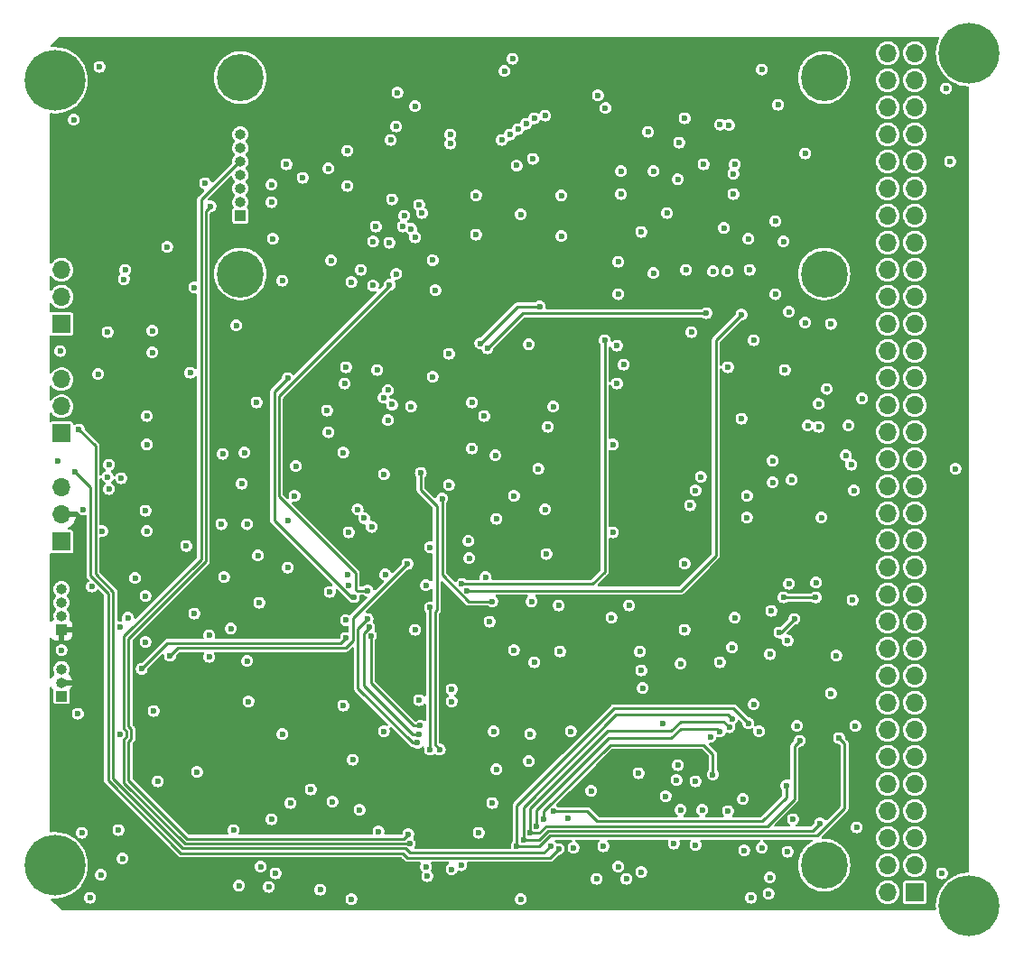
<source format=gbr>
%TF.GenerationSoftware,KiCad,Pcbnew,(6.0.0-rc1-155-g08cb573e11)*%
%TF.CreationDate,2021-12-21T18:41:38+09:00*%
%TF.ProjectId,ykts-payload,796b7473-2d70-4617-996c-6f61642e6b69,A1*%
%TF.SameCoordinates,Original*%
%TF.FileFunction,Copper,L3,Inr*%
%TF.FilePolarity,Positive*%
%FSLAX46Y46*%
G04 Gerber Fmt 4.6, Leading zero omitted, Abs format (unit mm)*
G04 Created by KiCad (PCBNEW (6.0.0-rc1-155-g08cb573e11)) date 2021-12-21 18:41:38*
%MOMM*%
%LPD*%
G01*
G04 APERTURE LIST*
%TA.AperFunction,ComponentPad*%
%ADD10C,5.700000*%
%TD*%
%TA.AperFunction,ComponentPad*%
%ADD11R,1.700000X1.700000*%
%TD*%
%TA.AperFunction,ComponentPad*%
%ADD12O,1.700000X1.700000*%
%TD*%
%TA.AperFunction,ComponentPad*%
%ADD13C,4.400000*%
%TD*%
%TA.AperFunction,ComponentPad*%
%ADD14R,1.000000X1.000000*%
%TD*%
%TA.AperFunction,ComponentPad*%
%ADD15O,1.000000X1.000000*%
%TD*%
%TA.AperFunction,ViaPad*%
%ADD16C,0.600000*%
%TD*%
%TA.AperFunction,ViaPad*%
%ADD17C,0.800000*%
%TD*%
%TA.AperFunction,Conductor*%
%ADD18C,0.250000*%
%TD*%
G04 APERTURE END LIST*
D10*
%TO.N,Net-(H1-Pad1)*%
%TO.C,H1*%
X179705000Y-144780000D03*
%TD*%
%TO.N,Net-(H2-Pad1)*%
%TO.C,H2*%
X179705000Y-64770000D03*
%TD*%
%TO.N,Net-(H3-Pad1)*%
%TO.C,H3*%
X93980000Y-67310000D03*
%TD*%
%TO.N,Net-(H4-Pad1)*%
%TO.C,H4*%
X93980000Y-140970000D03*
%TD*%
D11*
%TO.N,unconnected-(J3-Pad1)*%
%TO.C,J3*%
X174625000Y-143510000D03*
D12*
%TO.N,unconnected-(J3-Pad2)*%
X172085000Y-143510000D03*
%TO.N,unconnected-(J3-Pad3)*%
X174625000Y-140970000D03*
%TO.N,unconnected-(J3-Pad4)*%
X172085000Y-140970000D03*
%TO.N,unconnected-(J3-Pad5)*%
X174625000Y-138430000D03*
%TO.N,unconnected-(J3-Pad6)*%
X172085000Y-138430000D03*
%TO.N,unconnected-(J3-Pad7)*%
X174625000Y-135890000D03*
%TO.N,unconnected-(J3-Pad8)*%
X172085000Y-135890000D03*
%TO.N,unconnected-(J3-Pad9)*%
X174625000Y-133350000D03*
%TO.N,unconnected-(J3-Pad10)*%
X172085000Y-133350000D03*
%TO.N,unconnected-(J3-Pad11)*%
X174625000Y-130810000D03*
%TO.N,unconnected-(J3-Pad12)*%
X172085000Y-130810000D03*
%TO.N,unconnected-(J3-Pad13)*%
X174625000Y-128270000D03*
%TO.N,unconnected-(J3-Pad14)*%
X172085000Y-128270000D03*
%TO.N,unconnected-(J3-Pad15)*%
X174625000Y-125730000D03*
%TO.N,unconnected-(J3-Pad16)*%
X172085000Y-125730000D03*
%TO.N,/PCH4*%
X174625000Y-123190000D03*
X172085000Y-123190000D03*
%TO.N,GND*%
X174625000Y-120650000D03*
X172085000Y-120650000D03*
%TO.N,unconnected-(J3-Pad21)*%
X174625000Y-118110000D03*
%TO.N,unconnected-(J3-Pad22)*%
X172085000Y-118110000D03*
%TO.N,unconnected-(J3-Pad23)*%
X174625000Y-115570000D03*
%TO.N,unconnected-(J3-Pad24)*%
X172085000Y-115570000D03*
%TO.N,CANL*%
X174625000Y-113030000D03*
%TO.N,CANH*%
X172085000Y-113030000D03*
%TO.N,unconnected-(J3-Pad27)*%
X174625000Y-110490000D03*
%TO.N,unconnected-(J3-Pad28)*%
X172085000Y-110490000D03*
%TO.N,unconnected-(J3-Pad29)*%
X174625000Y-107950000D03*
%TO.N,unconnected-(J3-Pad30)*%
X172085000Y-107950000D03*
%TO.N,unconnected-(J3-Pad31)*%
X174625000Y-105410000D03*
%TO.N,unconnected-(J3-Pad32)*%
X172085000Y-105410000D03*
%TO.N,unconnected-(J3-Pad33)*%
X174625000Y-102870000D03*
%TO.N,unconnected-(J3-Pad34)*%
X172085000Y-102870000D03*
%TO.N,unconnected-(J3-Pad35)*%
X174625000Y-100330000D03*
%TO.N,unconnected-(J3-Pad36)*%
X172085000Y-100330000D03*
%TO.N,unconnected-(J3-Pad37)*%
X174625000Y-97790000D03*
%TO.N,unconnected-(J3-Pad38)*%
X172085000Y-97790000D03*
%TO.N,unconnected-(J3-Pad39)*%
X174625000Y-95250000D03*
%TO.N,unconnected-(J3-Pad40)*%
X172085000Y-95250000D03*
%TO.N,unconnected-(J3-Pad41)*%
X174625000Y-92710000D03*
%TO.N,unconnected-(J3-Pad42)*%
X172085000Y-92710000D03*
%TO.N,unconnected-(J3-Pad43)*%
X174625000Y-90170000D03*
%TO.N,unconnected-(J3-Pad44)*%
X172085000Y-90170000D03*
%TO.N,unconnected-(J3-Pad45)*%
X174625000Y-87630000D03*
%TO.N,unconnected-(J3-Pad46)*%
X172085000Y-87630000D03*
%TO.N,unconnected-(J3-Pad47)*%
X174625000Y-85090000D03*
%TO.N,unconnected-(J3-Pad48)*%
X172085000Y-85090000D03*
%TO.N,unconnected-(J3-Pad49)*%
X174625000Y-82550000D03*
%TO.N,unconnected-(J3-Pad50)*%
X172085000Y-82550000D03*
%TO.N,unconnected-(J3-Pad51)*%
X174625000Y-80010000D03*
%TO.N,unconnected-(J3-Pad52)*%
X172085000Y-80010000D03*
%TO.N,unconnected-(J3-Pad53)*%
X174625000Y-77470000D03*
%TO.N,unconnected-(J3-Pad54)*%
X172085000Y-77470000D03*
%TO.N,unconnected-(J3-Pad55)*%
X174625000Y-74930000D03*
%TO.N,unconnected-(J3-Pad56)*%
X172085000Y-74930000D03*
%TO.N,unconnected-(J3-Pad57)*%
X174625000Y-72390000D03*
%TO.N,unconnected-(J3-Pad58)*%
X172085000Y-72390000D03*
%TO.N,unconnected-(J3-Pad59)*%
X174625000Y-69850000D03*
%TO.N,unconnected-(J3-Pad60)*%
X172085000Y-69850000D03*
%TO.N,/CH_A*%
X174625000Y-67310000D03*
%TO.N,/CH_B*%
X172085000Y-67310000D03*
%TO.N,unconnected-(J3-Pad63)*%
X174625000Y-64770000D03*
%TO.N,unconnected-(J3-Pad64)*%
X172085000Y-64770000D03*
%TD*%
D11*
%TO.N,Net-(J7-Pad1)*%
%TO.C,J7*%
X94615000Y-90170000D03*
D12*
%TO.N,GND*%
X94615000Y-87630000D03*
%TO.N,Net-(J7-Pad3)*%
X94615000Y-85090000D03*
%TD*%
D13*
%TO.N,GND*%
%TO.C,H5*%
X111379000Y-85471000D03*
%TD*%
%TO.N,GND*%
%TO.C,H6*%
X111379000Y-67056000D03*
%TD*%
%TO.N,GND*%
%TO.C,H7*%
X166116000Y-67056000D03*
%TD*%
%TO.N,GND*%
%TO.C,H8*%
X166116000Y-85471000D03*
%TD*%
D14*
%TO.N,GND*%
%TO.C,J2*%
X111379000Y-80010000D03*
D15*
%TO.N,/SDA*%
X111379000Y-78740000D03*
%TO.N,unconnected-(J2-Pad3)*%
X111379000Y-77470000D03*
%TO.N,+5V_GEIGER*%
X111379000Y-76200000D03*
%TO.N,/GEIGER_EN*%
X111379000Y-74930000D03*
%TO.N,/SCL*%
X111379000Y-73660000D03*
%TO.N,GND*%
X111379000Y-72390000D03*
%TD*%
D14*
%TO.N,+5V*%
%TO.C,J5*%
X94615000Y-118867000D03*
D15*
%TO.N,/SCL*%
X94615000Y-117597000D03*
%TO.N,GND*%
X94615000Y-116327000D03*
%TO.N,/SDA*%
X94615000Y-115057000D03*
%TD*%
D13*
%TO.N,GND*%
%TO.C,H9*%
X166116000Y-140970000D03*
%TD*%
D11*
%TO.N,GND*%
%TO.C,J1*%
X94615000Y-110602000D03*
D12*
%TO.N,+5V*%
X94615000Y-108062000D03*
%TO.N,GND*%
X94615000Y-105522000D03*
%TD*%
D11*
%TO.N,Net-(J9-Pad1)*%
%TO.C,J9*%
X94615000Y-100442000D03*
D12*
%TO.N,GND*%
X94615000Y-97902000D03*
%TO.N,Net-(J9-Pad3)*%
X94615000Y-95362000D03*
%TD*%
D14*
%TO.N,GND*%
%TO.C,J4*%
X94615000Y-125095000D03*
D15*
%TO.N,+5V*%
X94615000Y-123825000D03*
%TO.N,/1WIRE*%
X94615000Y-122555000D03*
%TD*%
D16*
%TO.N,GND*%
X138430000Y-131191000D03*
X132080000Y-140970000D03*
X166751000Y-124841000D03*
X137033000Y-106299000D03*
X133477000Y-81788000D03*
X142113000Y-136525000D03*
X162814000Y-114554000D03*
X94615000Y-120777000D03*
X141224000Y-116586000D03*
X151257000Y-134493000D03*
X162687000Y-139700000D03*
X95758000Y-70993000D03*
X165354000Y-114427000D03*
X154559000Y-104521000D03*
X110744000Y-137668000D03*
X121793000Y-144145000D03*
X146812000Y-87376000D03*
X148971000Y-81534000D03*
X100330000Y-140335000D03*
X168656000Y-103378000D03*
X100076000Y-128651000D03*
X160274000Y-139319000D03*
X154051000Y-105791000D03*
X109855000Y-113919000D03*
X159004000Y-82169000D03*
X160274000Y-66294000D03*
X161290000Y-105029000D03*
X163195000Y-136652000D03*
X112903000Y-97536000D03*
X164338000Y-74168000D03*
X140081000Y-111760000D03*
X153035000Y-118872000D03*
X128905000Y-141986000D03*
X107061000Y-86741000D03*
X135001000Y-135128000D03*
X161544000Y-87376000D03*
X138938000Y-121920000D03*
X147320000Y-93980000D03*
X98171000Y-66040000D03*
X148844000Y-120904000D03*
X177546000Y-68072000D03*
X169037000Y-127889000D03*
X152654000Y-122047000D03*
X115824000Y-113030000D03*
X116078000Y-135128000D03*
X115824000Y-108585000D03*
X148971000Y-141605000D03*
X109728000Y-102362000D03*
X141478000Y-78105000D03*
X102616000Y-109601000D03*
X165608000Y-97663000D03*
X96647000Y-107569000D03*
X157099000Y-135890000D03*
X106680000Y-94742000D03*
X158369000Y-99060000D03*
X163576000Y-127889000D03*
X102489000Y-115697000D03*
X161798000Y-69596000D03*
X111506000Y-105156000D03*
X100838000Y-117729000D03*
X177927000Y-74930000D03*
X94234000Y-102997000D03*
X102489000Y-107696000D03*
X125222000Y-99187000D03*
X141351000Y-120904000D03*
X125349000Y-82550000D03*
X152527000Y-73152000D03*
X146685000Y-95758000D03*
X159512000Y-125857000D03*
X166370000Y-96266000D03*
X124206000Y-94488000D03*
X145415000Y-139192000D03*
X151003000Y-127635000D03*
X169164000Y-137414000D03*
X126111000Y-68453000D03*
X162306000Y-82423000D03*
X124841000Y-104267000D03*
X168148000Y-102489000D03*
X137033000Y-120777000D03*
X165862000Y-108331000D03*
X168910000Y-105791000D03*
X150114000Y-75819000D03*
X157734000Y-117729000D03*
X106299000Y-110998000D03*
X119634000Y-75565000D03*
X99060000Y-103378000D03*
X147574000Y-142240000D03*
X147828000Y-116586000D03*
X129413000Y-95123000D03*
X103251000Y-126492000D03*
X117983000Y-133858000D03*
X121412000Y-77216000D03*
X155448000Y-128905000D03*
X121920000Y-131064000D03*
X117221000Y-76454000D03*
X102489000Y-120015000D03*
X158877000Y-108331000D03*
X160020000Y-128397000D03*
X129667000Y-86995000D03*
X148717000Y-132334000D03*
X168783000Y-116078000D03*
X107061000Y-117348000D03*
X125603000Y-78486000D03*
X144272000Y-133985000D03*
X129413000Y-84175600D03*
X125477755Y-72898000D03*
X120015000Y-135001000D03*
X159258000Y-144018000D03*
X159512000Y-91694000D03*
X113284000Y-141097000D03*
X152400000Y-131572000D03*
X111252000Y-142875000D03*
X137668000Y-79883000D03*
X158877000Y-106299000D03*
X139319000Y-103759000D03*
X103632000Y-133096000D03*
X138684000Y-116205000D03*
X146685000Y-92202000D03*
X96520000Y-137922000D03*
X131191000Y-124460000D03*
X121793000Y-86233000D03*
X121158000Y-95758000D03*
X168402000Y-99695000D03*
X99060000Y-105664000D03*
X158496000Y-134747000D03*
X96139000Y-126746000D03*
X152654000Y-135763000D03*
X146304000Y-101473000D03*
X152273000Y-132969000D03*
X161544000Y-80518000D03*
X122682000Y-85090000D03*
X115316000Y-128651000D03*
X157099000Y-94234000D03*
X153543000Y-107188000D03*
X98933000Y-90932000D03*
X121412000Y-73914000D03*
X114427000Y-82169000D03*
X164592000Y-99695000D03*
X142367000Y-128397000D03*
X124968000Y-113665000D03*
X135289989Y-102489000D03*
X102616000Y-98806000D03*
X136906000Y-65278000D03*
X121539000Y-109728000D03*
X147066000Y-75819000D03*
X131191000Y-141351000D03*
X141478000Y-81915000D03*
X149606000Y-72136000D03*
X100076000Y-118618000D03*
X112141000Y-125603000D03*
X133731000Y-137922000D03*
X121031000Y-125984000D03*
X110490000Y-118745000D03*
X154051000Y-139065000D03*
X154686000Y-135765911D03*
X114046000Y-143002000D03*
X124841000Y-128397000D03*
X104521000Y-82931000D03*
X146177000Y-117729000D03*
X140716000Y-97917000D03*
X113157000Y-116332000D03*
X146812000Y-84328000D03*
X153035000Y-112649000D03*
X166751000Y-90170000D03*
X165608000Y-99822000D03*
X128143000Y-125476000D03*
X121285000Y-94234000D03*
X178435000Y-103759000D03*
X98425000Y-109601000D03*
X98298000Y-141859000D03*
X128778000Y-114681000D03*
X109601000Y-108966000D03*
X134747000Y-118110000D03*
X115697000Y-75184000D03*
X135382000Y-131953000D03*
X134239000Y-98806000D03*
X140208000Y-99822000D03*
X136144000Y-66421000D03*
X126746000Y-80010000D03*
X133477000Y-78105000D03*
X157607000Y-76073000D03*
X124333000Y-137795000D03*
X100203000Y-104648000D03*
X161036000Y-121158000D03*
X130937000Y-92964000D03*
X169672000Y-97155000D03*
X138557000Y-128651000D03*
X119507000Y-98298000D03*
X97282000Y-144018000D03*
X113030000Y-111887000D03*
X114300000Y-136652000D03*
X161163000Y-117094000D03*
X110998000Y-90297000D03*
X147066000Y-77978000D03*
X112014000Y-108966000D03*
X152400000Y-76581000D03*
X111760000Y-102235000D03*
X99949000Y-137668000D03*
X127762000Y-69723000D03*
X130937000Y-105283000D03*
X177165000Y-141732000D03*
X114681000Y-141732000D03*
X139954000Y-70612000D03*
X163068000Y-104775000D03*
X160909000Y-143637000D03*
X139954000Y-107569000D03*
X107315000Y-132207000D03*
X123825000Y-86563200D03*
X94488000Y-92710000D03*
X137668000Y-144145000D03*
X144907000Y-68707000D03*
X116586000Y-103505000D03*
X146812000Y-141097000D03*
X142621000Y-139319000D03*
X135128000Y-128397000D03*
X103124000Y-92837000D03*
X161290000Y-102997000D03*
X102616000Y-101473000D03*
X152019000Y-138938000D03*
X122555000Y-135763000D03*
X115316000Y-86106000D03*
X157607000Y-77978000D03*
X119888000Y-84201000D03*
X149098000Y-124333000D03*
X156718000Y-81153000D03*
X127762000Y-118872000D03*
X146304000Y-109728000D03*
X159131000Y-85090000D03*
X155702000Y-85217000D03*
X128778000Y-141097000D03*
X162687000Y-119888000D03*
X138430000Y-92075000D03*
X144780000Y-142240000D03*
X118872000Y-143256000D03*
X162433000Y-94488000D03*
X158623000Y-139573000D03*
X161036000Y-142113000D03*
X154051000Y-133096000D03*
X103124000Y-90805000D03*
X167259000Y-121285000D03*
X98933000Y-104521000D03*
X98044000Y-94869000D03*
X148971000Y-122682000D03*
X153670000Y-90932000D03*
X162814000Y-89027000D03*
X121285000Y-117957600D03*
X116459000Y-106299000D03*
D17*
%TO.N,+5V*%
X157226000Y-65405000D03*
D16*
X161290000Y-111379000D03*
X130937000Y-103759000D03*
X161290000Y-112522000D03*
X133477000Y-135636000D03*
D17*
X152908000Y-111379000D03*
D16*
X162433000Y-112522000D03*
D17*
X140588992Y-143129008D03*
D16*
X152527000Y-74168000D03*
X168783000Y-116967000D03*
D17*
X156972000Y-101727000D03*
X143510000Y-70776500D03*
D16*
X160147000Y-113157000D03*
X150114000Y-80010000D03*
X149606000Y-134874000D03*
X95250000Y-113665000D03*
X158877000Y-113157000D03*
X123698000Y-114173000D03*
X158877000Y-114300000D03*
X161290000Y-113665000D03*
D17*
X156777201Y-116713000D03*
X104394000Y-144399000D03*
D16*
X134747000Y-119253000D03*
X162433000Y-111379000D03*
X154051000Y-131191000D03*
X131064000Y-74041000D03*
X132080000Y-96520000D03*
D17*
X152654000Y-95377000D03*
D16*
X162814000Y-90170000D03*
X152019000Y-130429000D03*
X105537000Y-77724000D03*
X159001089Y-133601089D03*
D17*
X159069000Y-96963000D03*
D16*
X149225000Y-74041000D03*
X131445000Y-76073000D03*
X116459000Y-83566000D03*
X160147000Y-112014000D03*
X164028000Y-107244000D03*
D17*
X156464000Y-143002000D03*
D16*
X126619000Y-109534589D03*
D17*
X124460000Y-68453000D03*
D16*
X160147000Y-114300000D03*
X164973000Y-109093000D03*
X117246400Y-126808500D03*
D17*
X125476000Y-143256000D03*
D16*
X102108000Y-79502000D03*
D17*
X109220000Y-140843000D03*
X100330000Y-112141000D03*
X99695000Y-96901000D03*
D16*
X165481000Y-118745000D03*
%TO.N,/SDA*%
X97456989Y-114808000D03*
X114300000Y-78740000D03*
X101504511Y-114014489D03*
X123825000Y-82423000D03*
%TO.N,/GEIGER_EN*%
X125984000Y-71628000D03*
X127254000Y-138938000D03*
%TO.N,/SCL*%
X124079000Y-81026000D03*
X114300000Y-77089000D03*
%TO.N,/CANBUS Controller 0/MCP_RESET*%
X135890000Y-72898000D03*
X153035000Y-70866000D03*
%TO.N,/1WIRE*%
X125994500Y-85471000D03*
X131191000Y-125603000D03*
%TO.N,Net-(J6-Pad5)*%
X150114000Y-85391498D03*
X131064000Y-73241497D03*
%TO.N,/CANBUS Controller 0/MOSI*%
X157195500Y-71501000D03*
X138176000Y-71374000D03*
%TO.N,/CANBUS Controller 0/SCK*%
X153162000Y-85090000D03*
X157734000Y-75184000D03*
X145605141Y-69913141D03*
X138938000Y-70866000D03*
%TO.N,/CANBUS Controller 0/MISO*%
X156354160Y-71459163D03*
X137414000Y-71882000D03*
%TO.N,/N0_TX*%
X119761000Y-115316000D03*
X121412000Y-113665000D03*
%TO.N,/N1_TX*%
X119634000Y-100330000D03*
X121031000Y-102235000D03*
%TO.N,/N2_TX*%
X133091949Y-101854000D03*
X133096000Y-97536000D03*
%TO.N,/N3_TX*%
X135379089Y-108460911D03*
X132749942Y-110520716D03*
%TO.N,/N4_RX*%
X108458000Y-121412000D03*
X108458000Y-119380000D03*
%TO.N,/N4_TX*%
X112014000Y-121793000D03*
X121539000Y-114681000D03*
%TO.N,/N5_RX*%
X134366000Y-113919000D03*
X156337000Y-121920000D03*
%TO.N,/N5_TX*%
X157480000Y-120523000D03*
X132842000Y-112141000D03*
%TO.N,Net-(R14-Pad2)*%
X100584000Y-85090000D03*
X138811000Y-74676000D03*
%TO.N,Net-(R15-Pad1)*%
X100457000Y-85979000D03*
X137287000Y-75300500D03*
%TO.N,/Node RX MUX 0/A0*%
X125603000Y-97732367D03*
X127762000Y-82042000D03*
X123698000Y-109219989D03*
%TO.N,/Node RX MUX 0/A1*%
X127390131Y-81237094D03*
X124810659Y-97078568D03*
X123002411Y-108391589D03*
%TO.N,/Node RX MUX 0/A2*%
X125216349Y-96389642D03*
X126619000Y-81026000D03*
X122377911Y-107569000D03*
%TO.N,/Node RX MUX 0/IN*%
X128397000Y-79756000D03*
X127381000Y-97917000D03*
%TO.N,/Node TX MUX 0/IN*%
X129159000Y-111125000D03*
X128143000Y-78994000D03*
%TO.N,/CANBUS Controller 0/CS*%
X136652000Y-72390000D03*
X154813000Y-75184000D03*
%TO.N,/GEIGER_FET*%
X131064000Y-72390000D03*
X108077000Y-76962000D03*
X108585000Y-79121000D03*
X127127000Y-138049000D03*
%TO.N,/CANBUS Controller 1/MCP_RESET*%
X139795500Y-136634454D03*
X155687000Y-132461000D03*
%TO.N,/CANBUS Controller 1/MISO*%
X138546500Y-137922000D03*
X157226000Y-128016000D03*
X163830000Y-129286000D03*
%TO.N,/CANBUS Controller 1/SCK*%
X159004000Y-127635000D03*
X167513000Y-129032000D03*
X137287000Y-139192000D03*
%TO.N,/CANBUS Controller 1/MOSI*%
X157480000Y-127254000D03*
X165735000Y-137033000D03*
X137922000Y-138557000D03*
%TO.N,Net-(J8-Pad5)*%
X162570500Y-133477000D03*
X140716000Y-135890000D03*
%TO.N,/N8_TX*%
X122023918Y-115812547D03*
X115824000Y-95250000D03*
%TO.N,/N9_RX*%
X127041011Y-112690011D03*
X104775000Y-121310400D03*
%TO.N,/N9_TX*%
X102129011Y-122529600D03*
X121282089Y-119636911D03*
%TO.N,/N10_RX*%
X135001000Y-116205000D03*
X130302000Y-106553000D03*
%TO.N,/N12_TX*%
X125359500Y-86487000D03*
X123306500Y-115189000D03*
%TO.N,/N13_RX*%
X155067000Y-89154000D03*
X134540498Y-92456000D03*
%TO.N,/N13_TX*%
X132642429Y-115189000D03*
X158369000Y-89281000D03*
%TO.N,/N15_RX*%
X133881173Y-92003788D03*
X139446000Y-88519000D03*
%TO.N,/N15_TX*%
X132139383Y-114567591D03*
X145542000Y-91694000D03*
%TO.N,Net-(R34-Pad2)*%
X96226500Y-100076000D03*
X140481680Y-139149072D03*
%TO.N,Net-(R35-Pad1)*%
X95885000Y-104013000D03*
X141224000Y-139446000D03*
%TO.N,/CANBUS Controller 1/CS*%
X156337000Y-128397000D03*
X139171000Y-137287000D03*
%TO.N,/Node TX MUX 1/IN*%
X129159000Y-116789200D03*
X129159000Y-130120500D03*
%TO.N,/Node RX MUX 1/IN*%
X128295400Y-104140000D03*
X130073400Y-130120500D03*
%TO.N,/Node RX MUX 1/A2*%
X123621800Y-119430800D03*
X128248665Y-127883911D03*
%TO.N,/Node RX MUX 1/A1*%
X123454281Y-118649045D03*
X128143000Y-128676400D03*
%TO.N,/Node RX MUX 1/A0*%
X127990600Y-129489200D03*
X123306500Y-117863319D03*
%TO.N,/CSENSE*%
X162306000Y-115824000D03*
X151384000Y-79756000D03*
X165339679Y-115824000D03*
%TO.N,Net-(U8-Pad1)*%
X157052223Y-85217000D03*
X164338000Y-90043000D03*
%TO.N,Net-(U14-Pad4)*%
X161925000Y-119126000D03*
X163314847Y-117848847D03*
%TD*%
D18*
%TO.N,/GEIGER_EN*%
X100457000Y-128148806D02*
X100457000Y-119501193D01*
X107696000Y-78501000D02*
X111267000Y-74930000D01*
X111267000Y-74930000D02*
X111379000Y-74930000D01*
X100700511Y-128392318D02*
X100457000Y-128148806D01*
X100457000Y-119501193D02*
X107696000Y-112262193D01*
X100700511Y-128909682D02*
X100700511Y-128392318D01*
X100457000Y-133223000D02*
X100457000Y-129153193D01*
X100457000Y-129153193D02*
X100700511Y-128909682D01*
X106172000Y-138938000D02*
X100457000Y-133223000D01*
X127254000Y-138938000D02*
X106172000Y-138938000D01*
X107696000Y-112262193D02*
X107696000Y-78501000D01*
%TO.N,/GEIGER_FET*%
X126687520Y-138488480D02*
X106358198Y-138488480D01*
X100906520Y-127962609D02*
X100906520Y-119687391D01*
X127127000Y-138049000D02*
X126687520Y-138488480D01*
X108145520Y-112448391D02*
X108145520Y-79560480D01*
X101150031Y-128206120D02*
X100906520Y-127962609D01*
X101150031Y-129095879D02*
X101150031Y-128206120D01*
X108145520Y-79560480D02*
X108585000Y-79121000D01*
X100906520Y-133036802D02*
X100906520Y-129339391D01*
X100906520Y-119687391D02*
X108145520Y-112448391D01*
X106358198Y-138488480D02*
X100906520Y-133036802D01*
X100906520Y-129339391D02*
X101150031Y-129095879D01*
%TO.N,/CANBUS Controller 1/MCP_RESET*%
X155687000Y-130541000D02*
X155687000Y-132461000D01*
X154813000Y-129667000D02*
X155687000Y-130541000D01*
X139795500Y-135921500D02*
X146050000Y-129667000D01*
X146050000Y-129667000D02*
X154813000Y-129667000D01*
X139795500Y-136634454D02*
X139795500Y-135921500D01*
%TO.N,/CANBUS Controller 1/MISO*%
X139419193Y-137922000D02*
X138546500Y-137922000D01*
X163322000Y-129794000D02*
X163322000Y-134747000D01*
X156697000Y-127487000D02*
X152669193Y-127487000D01*
X138546500Y-135646500D02*
X138546500Y-137922000D01*
X160782000Y-137287000D02*
X140054193Y-137287000D01*
X151769682Y-128386511D02*
X145806489Y-128386511D01*
X140054193Y-137287000D02*
X139419193Y-137922000D01*
X157226000Y-128016000D02*
X156697000Y-127487000D01*
X152669193Y-127487000D02*
X151769682Y-128386511D01*
X163322000Y-134747000D02*
X160782000Y-137287000D01*
X145806489Y-128386511D02*
X138546500Y-135646500D01*
X163830000Y-129286000D02*
X163322000Y-129794000D01*
%TO.N,/CANBUS Controller 1/SCK*%
X157607000Y-126238000D02*
X146431000Y-126238000D01*
X168021000Y-135630193D02*
X165465153Y-138186040D01*
X165465153Y-138186040D02*
X140426588Y-138186040D01*
X159004000Y-127635000D02*
X157607000Y-126238000D01*
X140426588Y-138186040D02*
X139420628Y-139192000D01*
X168021000Y-129540000D02*
X168021000Y-135630193D01*
X167513000Y-129032000D02*
X168021000Y-129540000D01*
X146431000Y-126238000D02*
X137287000Y-135382000D01*
X139420628Y-139192000D02*
X137287000Y-139192000D01*
X137287000Y-135382000D02*
X137287000Y-139192000D01*
%TO.N,/CANBUS Controller 1/MOSI*%
X137922000Y-138557000D02*
X139419910Y-138557000D01*
X140240390Y-137736520D02*
X160596520Y-137736520D01*
X157088500Y-126862500D02*
X146569218Y-126862500D01*
X160596520Y-137736520D02*
X165031480Y-137736520D01*
X139419910Y-138557000D02*
X140240390Y-137736520D01*
X137922000Y-135509718D02*
X137922000Y-138557000D01*
X165031480Y-137736520D02*
X165735000Y-137033000D01*
X157480000Y-127254000D02*
X157088500Y-126862500D01*
X146569218Y-126862500D02*
X137922000Y-135509718D01*
%TO.N,Net-(J8-Pad5)*%
X162570500Y-134609500D02*
X162570500Y-133477000D01*
X143885193Y-135890000D02*
X144832673Y-136837480D01*
X144832673Y-136837480D02*
X160342520Y-136837480D01*
X140716000Y-135890000D02*
X143885193Y-135890000D01*
X160342520Y-136837480D02*
X162570500Y-134609500D01*
%TO.N,/N8_TX*%
X122023918Y-115812547D02*
X121781547Y-115812547D01*
X114554000Y-96520000D02*
X115824000Y-95250000D01*
X114554000Y-108585000D02*
X114554000Y-96520000D01*
X121781547Y-115812547D02*
X114554000Y-108585000D01*
%TO.N,/N9_RX*%
X105516369Y-120569031D02*
X104775000Y-121310400D01*
X121233162Y-120569031D02*
X105516369Y-120569031D01*
X121945400Y-119856793D02*
X121233162Y-120569031D01*
X127041011Y-112690011D02*
X121945400Y-117785622D01*
X121945400Y-117785622D02*
X121945400Y-119856793D01*
%TO.N,/N9_TX*%
X120799489Y-120119511D02*
X104539100Y-120119511D01*
X121282089Y-119636911D02*
X120799489Y-120119511D01*
X104539100Y-120119511D02*
X102129011Y-122529600D01*
%TO.N,/N10_RX*%
X132775236Y-116205000D02*
X130302000Y-113731764D01*
X135001000Y-116205000D02*
X132775236Y-116205000D01*
X130302000Y-113731764D02*
X130302000Y-106553000D01*
%TO.N,/N12_TX*%
X122174000Y-115062000D02*
X122174000Y-113543807D01*
X123306500Y-115189000D02*
X122301000Y-115189000D01*
X122301000Y-115189000D02*
X122174000Y-115062000D01*
X115003520Y-96953673D02*
X125359500Y-86597693D01*
X125359500Y-86597693D02*
X125359500Y-86487000D01*
X115003520Y-106373327D02*
X115003520Y-96953673D01*
X122174000Y-113543807D02*
X115003520Y-106373327D01*
%TO.N,/N13_RX*%
X137842498Y-89154000D02*
X134540498Y-92456000D01*
X155067000Y-89154000D02*
X137842498Y-89154000D01*
%TO.N,/N13_TX*%
X155956000Y-91694000D02*
X158369000Y-89281000D01*
X152654000Y-115189000D02*
X155956000Y-111887000D01*
X132642429Y-115189000D02*
X152654000Y-115189000D01*
X155956000Y-111887000D02*
X155956000Y-91694000D01*
%TO.N,/N15_RX*%
X137365961Y-88519000D02*
X139446000Y-88519000D01*
X133881173Y-92003788D02*
X137365961Y-88519000D01*
%TO.N,/N15_TX*%
X132142485Y-114564489D02*
X132139383Y-114567591D01*
X145542000Y-113411000D02*
X144388511Y-114564489D01*
X145542000Y-91694000D02*
X145542000Y-113411000D01*
X144388511Y-114564489D02*
X132142485Y-114564489D01*
%TO.N,Net-(R34-Pad2)*%
X99441000Y-115273100D02*
X97790000Y-113622100D01*
X105985802Y-139387520D02*
X99441000Y-132842718D01*
X99441000Y-132842718D02*
X99441000Y-115273100D01*
X140481680Y-139149072D02*
X139814241Y-139816511D01*
X97790000Y-113622100D02*
X97790000Y-101639500D01*
X126820327Y-139387520D02*
X105985802Y-139387520D01*
X139814241Y-139816511D02*
X127249318Y-139816511D01*
X127249318Y-139816511D02*
X126820327Y-139387520D01*
X97790000Y-101639500D02*
X96226500Y-100076000D01*
%TO.N,Net-(R35-Pad1)*%
X126634130Y-139837040D02*
X105799604Y-139837040D01*
X97340480Y-105468480D02*
X95885000Y-104013000D01*
X105799604Y-139837040D02*
X98991480Y-133028915D01*
X97340480Y-113808297D02*
X97340480Y-105468480D01*
X141224000Y-139446000D02*
X140403969Y-140266031D01*
X98991480Y-133028915D02*
X98991480Y-115459298D01*
X127063120Y-140266031D02*
X126634130Y-139837040D01*
X98991480Y-115459298D02*
X97340480Y-113808297D01*
X140403969Y-140266031D02*
X127063120Y-140266031D01*
%TO.N,/CANBUS Controller 1/CS*%
X145923718Y-129032000D02*
X151759911Y-129032000D01*
X151759911Y-129032000D02*
X152648911Y-128143000D01*
X152648911Y-128143000D02*
X156083000Y-128143000D01*
X139171000Y-137287000D02*
X139171000Y-135784718D01*
X139171000Y-135784718D02*
X145923718Y-129032000D01*
X156083000Y-128143000D02*
X156337000Y-128397000D01*
%TO.N,/Node TX MUX 1/IN*%
X129159000Y-130120500D02*
X129159000Y-116789200D01*
%TO.N,/Node RX MUX 1/IN*%
X129616200Y-117215193D02*
X129783511Y-117047882D01*
X129783511Y-117047882D02*
X129783511Y-107238107D01*
X128295400Y-105749996D02*
X128295400Y-104140000D01*
X129783511Y-107238107D02*
X128295400Y-105749996D01*
X129616200Y-129663300D02*
X129616200Y-117215193D01*
X130073400Y-130120500D02*
X129616200Y-129663300D01*
%TO.N,/Node RX MUX 1/A2*%
X123621800Y-123901200D02*
X127604511Y-127883911D01*
X127604511Y-127883911D02*
X128248665Y-127883911D01*
X123621800Y-119430800D02*
X123621800Y-123901200D01*
%TO.N,/Node RX MUX 1/A1*%
X122997289Y-119172118D02*
X122997289Y-124140289D01*
X123363118Y-118806289D02*
X122997289Y-119172118D01*
X123454281Y-118649045D02*
X123454281Y-118806289D01*
X127533400Y-128676400D02*
X128143000Y-128676400D01*
X122997289Y-124140289D02*
X127533400Y-128676400D01*
X123454281Y-118806289D02*
X123363118Y-118806289D01*
%TO.N,/Node RX MUX 1/A0*%
X127533400Y-129489200D02*
X127990600Y-129489200D01*
X122402600Y-124358400D02*
X127533400Y-129489200D01*
X123306500Y-117863319D02*
X122402600Y-118767219D01*
X122402600Y-118767219D02*
X122402600Y-124358400D01*
%TO.N,/CSENSE*%
X162306000Y-115824000D02*
X165339679Y-115824000D01*
%TO.N,Net-(U14-Pad4)*%
X163314847Y-117863153D02*
X163314847Y-117848847D01*
X162052000Y-119126000D02*
X163314847Y-117863153D01*
X161925000Y-119126000D02*
X162052000Y-119126000D01*
%TD*%
%TA.AperFunction,Conductor*%
%TO.N,+5V*%
G36*
X176857541Y-63266002D02*
G01*
X176904034Y-63319658D01*
X176914138Y-63389932D01*
X176905232Y-63421634D01*
X176825502Y-63607657D01*
X176786959Y-63697585D01*
X176783127Y-63706525D01*
X176782110Y-63709894D01*
X176687320Y-64023855D01*
X176682792Y-64038851D01*
X176659480Y-64165869D01*
X176622658Y-64366496D01*
X176620126Y-64380290D01*
X176595911Y-64726586D01*
X176610448Y-65073423D01*
X176621608Y-65145512D01*
X176661426Y-65402718D01*
X176663556Y-65416479D01*
X176664478Y-65419871D01*
X176664478Y-65419873D01*
X176687045Y-65502932D01*
X176754573Y-65751477D01*
X176793020Y-65848584D01*
X176861088Y-66020503D01*
X176882364Y-66074241D01*
X176884019Y-66077353D01*
X176884021Y-66077358D01*
X176951457Y-66204187D01*
X177045337Y-66380749D01*
X177047327Y-66383655D01*
X177047328Y-66383657D01*
X177239470Y-66664273D01*
X177239475Y-66664279D01*
X177241461Y-66667180D01*
X177468291Y-66929965D01*
X177470861Y-66932345D01*
X177470865Y-66932349D01*
X177521467Y-66979207D01*
X177722999Y-67165828D01*
X178002411Y-67371828D01*
X178005448Y-67373582D01*
X178005452Y-67373584D01*
X178164539Y-67465433D01*
X178303045Y-67545399D01*
X178399742Y-67587645D01*
X178617932Y-67682970D01*
X178617935Y-67682971D01*
X178621153Y-67684377D01*
X178624510Y-67685416D01*
X178624515Y-67685418D01*
X178658232Y-67695855D01*
X178952770Y-67787030D01*
X179293763Y-67852078D01*
X179588667Y-67874769D01*
X179655052Y-67899938D01*
X179697291Y-67957003D01*
X179705000Y-68000398D01*
X179705000Y-141551757D01*
X179684998Y-141619878D01*
X179631342Y-141666371D01*
X179585155Y-141677607D01*
X179383487Y-141687470D01*
X179383479Y-141687471D01*
X179379980Y-141687642D01*
X179376512Y-141688204D01*
X179376509Y-141688204D01*
X179040779Y-141742580D01*
X179040776Y-141742581D01*
X179037304Y-141743143D01*
X179033921Y-141744088D01*
X179033919Y-141744088D01*
X178983981Y-141758031D01*
X178702950Y-141836496D01*
X178699697Y-141837810D01*
X178699695Y-141837811D01*
X178384349Y-141965219D01*
X178384345Y-141965221D01*
X178381085Y-141966538D01*
X178377998Y-141968207D01*
X178377994Y-141968209D01*
X178298151Y-142011380D01*
X178075722Y-142131647D01*
X177790667Y-142329766D01*
X177788025Y-142332079D01*
X177788021Y-142332082D01*
X177571459Y-142521667D01*
X177529472Y-142558424D01*
X177527096Y-142561026D01*
X177527094Y-142561028D01*
X177488781Y-142602986D01*
X177295394Y-142814773D01*
X177293328Y-142817616D01*
X177293326Y-142817619D01*
X177245688Y-142883188D01*
X177091349Y-143095617D01*
X177089607Y-143098683D01*
X177089606Y-143098685D01*
X177057967Y-143154380D01*
X176919881Y-143397455D01*
X176863923Y-143528014D01*
X176792327Y-143695061D01*
X176783127Y-143716525D01*
X176765905Y-143773568D01*
X176687737Y-144032474D01*
X176682792Y-144048851D01*
X176655931Y-144195207D01*
X176621085Y-144385067D01*
X176620126Y-144390290D01*
X176595911Y-144736586D01*
X176596059Y-144740113D01*
X176608197Y-145029724D01*
X176591066Y-145098622D01*
X176539404Y-145147321D01*
X176482308Y-145161000D01*
X94662906Y-145161000D01*
X94594785Y-145140998D01*
X94579196Y-145129174D01*
X94011243Y-144624327D01*
X93627946Y-144283619D01*
X93590322Y-144223413D01*
X93591219Y-144152422D01*
X93630355Y-144093186D01*
X93695304Y-144064512D01*
X93721323Y-144063817D01*
X93911384Y-144078441D01*
X93911387Y-144078441D01*
X93914882Y-144078710D01*
X94124983Y-144071373D01*
X94258297Y-144066718D01*
X94258302Y-144066718D01*
X94261812Y-144066595D01*
X94458821Y-144037503D01*
X94590895Y-144018000D01*
X96722715Y-144018000D01*
X96723793Y-144026188D01*
X96740513Y-144153188D01*
X96741772Y-144162754D01*
X96748214Y-144178306D01*
X96794444Y-144289913D01*
X96797645Y-144297642D01*
X96802672Y-144304193D01*
X96864729Y-144385067D01*
X96886526Y-144413474D01*
X96893076Y-144418500D01*
X96893079Y-144418503D01*
X96995804Y-144497327D01*
X97002357Y-144502355D01*
X97137246Y-144558228D01*
X97145434Y-144559306D01*
X97197929Y-144566217D01*
X97282000Y-144577285D01*
X97290188Y-144576207D01*
X97418566Y-144559306D01*
X97426754Y-144558228D01*
X97561643Y-144502355D01*
X97568196Y-144497327D01*
X97670921Y-144418503D01*
X97670924Y-144418500D01*
X97677474Y-144413474D01*
X97699272Y-144385067D01*
X97761328Y-144304193D01*
X97766355Y-144297642D01*
X97769557Y-144289913D01*
X97815786Y-144178306D01*
X97822228Y-144162754D01*
X97823488Y-144153188D01*
X97824566Y-144145000D01*
X121233715Y-144145000D01*
X121234793Y-144153188D01*
X121244957Y-144230389D01*
X121252772Y-144289754D01*
X121258753Y-144304193D01*
X121295875Y-144393812D01*
X121308645Y-144424642D01*
X121397526Y-144540474D01*
X121404076Y-144545500D01*
X121404079Y-144545503D01*
X121506804Y-144624327D01*
X121513357Y-144629355D01*
X121648246Y-144685228D01*
X121793000Y-144704285D01*
X121801188Y-144703207D01*
X121929566Y-144686306D01*
X121937754Y-144685228D01*
X122072643Y-144629355D01*
X122079196Y-144624327D01*
X122181921Y-144545503D01*
X122181924Y-144545500D01*
X122188474Y-144540474D01*
X122277355Y-144424642D01*
X122290126Y-144393812D01*
X122327247Y-144304193D01*
X122333228Y-144289754D01*
X122341044Y-144230389D01*
X122351207Y-144153188D01*
X122352285Y-144145000D01*
X137108715Y-144145000D01*
X137109793Y-144153188D01*
X137119957Y-144230389D01*
X137127772Y-144289754D01*
X137133753Y-144304193D01*
X137170875Y-144393812D01*
X137183645Y-144424642D01*
X137272526Y-144540474D01*
X137279076Y-144545500D01*
X137279079Y-144545503D01*
X137381804Y-144624327D01*
X137388357Y-144629355D01*
X137523246Y-144685228D01*
X137668000Y-144704285D01*
X137676188Y-144703207D01*
X137804566Y-144686306D01*
X137812754Y-144685228D01*
X137947643Y-144629355D01*
X137954196Y-144624327D01*
X138056921Y-144545503D01*
X138056924Y-144545500D01*
X138063474Y-144540474D01*
X138152355Y-144424642D01*
X138165126Y-144393812D01*
X138202247Y-144304193D01*
X138208228Y-144289754D01*
X138216044Y-144230389D01*
X138226207Y-144153188D01*
X138227285Y-144145000D01*
X138218542Y-144078587D01*
X138210566Y-144018000D01*
X158698715Y-144018000D01*
X158699793Y-144026188D01*
X158716513Y-144153188D01*
X158717772Y-144162754D01*
X158724214Y-144178306D01*
X158770444Y-144289913D01*
X158773645Y-144297642D01*
X158778672Y-144304193D01*
X158840729Y-144385067D01*
X158862526Y-144413474D01*
X158869076Y-144418500D01*
X158869079Y-144418503D01*
X158971804Y-144497327D01*
X158978357Y-144502355D01*
X159113246Y-144558228D01*
X159121434Y-144559306D01*
X159173929Y-144566217D01*
X159258000Y-144577285D01*
X159266188Y-144576207D01*
X159394566Y-144559306D01*
X159402754Y-144558228D01*
X159537643Y-144502355D01*
X159544196Y-144497327D01*
X159646921Y-144418503D01*
X159646924Y-144418500D01*
X159653474Y-144413474D01*
X159675272Y-144385067D01*
X159737328Y-144304193D01*
X159742355Y-144297642D01*
X159745557Y-144289913D01*
X159791786Y-144178306D01*
X159798228Y-144162754D01*
X159799488Y-144153188D01*
X159816207Y-144026188D01*
X159817285Y-144018000D01*
X159799843Y-143885512D01*
X159799306Y-143881432D01*
X159799305Y-143881430D01*
X159798228Y-143873246D01*
X159763489Y-143789380D01*
X159745515Y-143745986D01*
X159745514Y-143745984D01*
X159742355Y-143738358D01*
X159680299Y-143657485D01*
X159664580Y-143637000D01*
X160349715Y-143637000D01*
X160350793Y-143645188D01*
X160367086Y-143768945D01*
X160368772Y-143781754D01*
X160377549Y-143802944D01*
X160409579Y-143880269D01*
X160424645Y-143916642D01*
X160429672Y-143923193D01*
X160501190Y-144016397D01*
X160513526Y-144032474D01*
X160520076Y-144037500D01*
X160520079Y-144037503D01*
X160622804Y-144116327D01*
X160629357Y-144121355D01*
X160709540Y-144154568D01*
X160747714Y-144170380D01*
X160764246Y-144177228D01*
X160909000Y-144196285D01*
X160917188Y-144195207D01*
X161045566Y-144178306D01*
X161053754Y-144177228D01*
X161070287Y-144170380D01*
X161108460Y-144154568D01*
X161188643Y-144121355D01*
X161195196Y-144116327D01*
X161297921Y-144037503D01*
X161297924Y-144037500D01*
X161304474Y-144032474D01*
X161316811Y-144016397D01*
X161388328Y-143923193D01*
X161393355Y-143916642D01*
X161408422Y-143880269D01*
X161440451Y-143802944D01*
X161449228Y-143781754D01*
X161450915Y-143768945D01*
X161467207Y-143645188D01*
X161468285Y-143637000D01*
X161452053Y-143513704D01*
X161450306Y-143500432D01*
X161450305Y-143500430D01*
X161449228Y-143492246D01*
X161444555Y-143480964D01*
X170976148Y-143480964D01*
X170989424Y-143683522D01*
X170990845Y-143689118D01*
X170990846Y-143689123D01*
X171022614Y-143814207D01*
X171039392Y-143880269D01*
X171041809Y-143885512D01*
X171079010Y-143966208D01*
X171124377Y-144064616D01*
X171134251Y-144078587D01*
X171204725Y-144178306D01*
X171241533Y-144230389D01*
X171386938Y-144372035D01*
X171555720Y-144484812D01*
X171561023Y-144487090D01*
X171561026Y-144487092D01*
X171726601Y-144558228D01*
X171742228Y-144564942D01*
X171815244Y-144581464D01*
X171934579Y-144608467D01*
X171934584Y-144608468D01*
X171940216Y-144609742D01*
X171945987Y-144609969D01*
X171945989Y-144609969D01*
X172005756Y-144612317D01*
X172143053Y-144617712D01*
X172250348Y-144602155D01*
X172338231Y-144589413D01*
X172338236Y-144589412D01*
X172343945Y-144588584D01*
X172349409Y-144586729D01*
X172349414Y-144586728D01*
X172530693Y-144525192D01*
X172530698Y-144525190D01*
X172536165Y-144523334D01*
X172713276Y-144424147D01*
X172720063Y-144418503D01*
X172864913Y-144298031D01*
X172869345Y-144294345D01*
X172969379Y-144174068D01*
X172995453Y-144142718D01*
X172995455Y-144142715D01*
X172999147Y-144138276D01*
X173098334Y-143961165D01*
X173100190Y-143955698D01*
X173100192Y-143955693D01*
X173161728Y-143774414D01*
X173161729Y-143774409D01*
X173163584Y-143768945D01*
X173164412Y-143763236D01*
X173164413Y-143763231D01*
X173190151Y-143585715D01*
X173192712Y-143568053D01*
X173194232Y-143510000D01*
X173175658Y-143307859D01*
X173170112Y-143288193D01*
X173122125Y-143118046D01*
X173122124Y-143118044D01*
X173120557Y-143112487D01*
X173116185Y-143103620D01*
X173033331Y-142935609D01*
X173030776Y-142930428D01*
X172909320Y-142767779D01*
X172765609Y-142634933D01*
X173520500Y-142634933D01*
X173520501Y-144385066D01*
X173535266Y-144459301D01*
X173542161Y-144469620D01*
X173542162Y-144469622D01*
X173582516Y-144530015D01*
X173591516Y-144543484D01*
X173675699Y-144599734D01*
X173749933Y-144614500D01*
X174624858Y-144614500D01*
X175500066Y-144614499D01*
X175535818Y-144607388D01*
X175562126Y-144602156D01*
X175562128Y-144602155D01*
X175574301Y-144599734D01*
X175584621Y-144592839D01*
X175584622Y-144592838D01*
X175648168Y-144550377D01*
X175658484Y-144543484D01*
X175714734Y-144459301D01*
X175729500Y-144385067D01*
X175729499Y-142634934D01*
X175714734Y-142560699D01*
X175703715Y-142544207D01*
X175665377Y-142486832D01*
X175658484Y-142476516D01*
X175574301Y-142420266D01*
X175500067Y-142405500D01*
X174625142Y-142405500D01*
X173749934Y-142405501D01*
X173716117Y-142412227D01*
X173687874Y-142417844D01*
X173687872Y-142417845D01*
X173675699Y-142420266D01*
X173665379Y-142427161D01*
X173665378Y-142427162D01*
X173615195Y-142460694D01*
X173591516Y-142476516D01*
X173535266Y-142560699D01*
X173520500Y-142634933D01*
X172765609Y-142634933D01*
X172760258Y-142629987D01*
X172755375Y-142626906D01*
X172755371Y-142626903D01*
X172593464Y-142524748D01*
X172588581Y-142521667D01*
X172400039Y-142446446D01*
X172394379Y-142445320D01*
X172394375Y-142445319D01*
X172206613Y-142407971D01*
X172206610Y-142407971D01*
X172200946Y-142406844D01*
X172195171Y-142406768D01*
X172195167Y-142406768D01*
X172093793Y-142405441D01*
X171997971Y-142404187D01*
X171992274Y-142405166D01*
X171992273Y-142405166D01*
X171915926Y-142418285D01*
X171797910Y-142438564D01*
X171607463Y-142508824D01*
X171433010Y-142612612D01*
X171428670Y-142616418D01*
X171428666Y-142616421D01*
X171340741Y-142693530D01*
X171280392Y-142746455D01*
X171154720Y-142905869D01*
X171152031Y-142910980D01*
X171152029Y-142910983D01*
X171139073Y-142935609D01*
X171060203Y-143085515D01*
X171000007Y-143279378D01*
X170976148Y-143480964D01*
X161444555Y-143480964D01*
X161412055Y-143402503D01*
X161396515Y-143364986D01*
X161396514Y-143364984D01*
X161393355Y-143357358D01*
X161333519Y-143279378D01*
X161309501Y-143248077D01*
X161309500Y-143248076D01*
X161304474Y-143241526D01*
X161297924Y-143236500D01*
X161297921Y-143236497D01*
X161195196Y-143157673D01*
X161195194Y-143157672D01*
X161188643Y-143152645D01*
X161071779Y-143104238D01*
X161061383Y-143099932D01*
X161053754Y-143096772D01*
X161010162Y-143091033D01*
X160917188Y-143078793D01*
X160909000Y-143077715D01*
X160900812Y-143078793D01*
X160772432Y-143095694D01*
X160772430Y-143095695D01*
X160764246Y-143096772D01*
X160747714Y-143103620D01*
X160636986Y-143149485D01*
X160636984Y-143149486D01*
X160629358Y-143152645D01*
X160513526Y-143241526D01*
X160424645Y-143357358D01*
X160421486Y-143364984D01*
X160421485Y-143364986D01*
X160405945Y-143402503D01*
X160368772Y-143492246D01*
X160367695Y-143500430D01*
X160367694Y-143500432D01*
X160365947Y-143513704D01*
X160349715Y-143637000D01*
X159664580Y-143637000D01*
X159658501Y-143629077D01*
X159658500Y-143629076D01*
X159653474Y-143622526D01*
X159646924Y-143617500D01*
X159646921Y-143617497D01*
X159544196Y-143538673D01*
X159544194Y-143538672D01*
X159537643Y-143533645D01*
X159420779Y-143485238D01*
X159410383Y-143480932D01*
X159402754Y-143477772D01*
X159258000Y-143458715D01*
X159249812Y-143459793D01*
X159121432Y-143476694D01*
X159121430Y-143476695D01*
X159113246Y-143477772D01*
X159105540Y-143480964D01*
X158985986Y-143530485D01*
X158985984Y-143530486D01*
X158978358Y-143533645D01*
X158862526Y-143622526D01*
X158773645Y-143738358D01*
X158770486Y-143745984D01*
X158770485Y-143745986D01*
X158752511Y-143789380D01*
X158717772Y-143873246D01*
X158716695Y-143881430D01*
X158716694Y-143881432D01*
X158716157Y-143885512D01*
X158698715Y-144018000D01*
X138210566Y-144018000D01*
X138209306Y-144008432D01*
X138209305Y-144008430D01*
X138208228Y-144000246D01*
X138188422Y-143952430D01*
X138155515Y-143872986D01*
X138155514Y-143872984D01*
X138152355Y-143865358D01*
X138094055Y-143789380D01*
X138068501Y-143756077D01*
X138068500Y-143756076D01*
X138063474Y-143749526D01*
X138056924Y-143744500D01*
X138056921Y-143744497D01*
X137954196Y-143665673D01*
X137954194Y-143665672D01*
X137947643Y-143660645D01*
X137812754Y-143604772D01*
X137668000Y-143585715D01*
X137659812Y-143586793D01*
X137531432Y-143603694D01*
X137531430Y-143603695D01*
X137523246Y-143604772D01*
X137475430Y-143624578D01*
X137395986Y-143657485D01*
X137395984Y-143657486D01*
X137388358Y-143660645D01*
X137366060Y-143677755D01*
X137291031Y-143735327D01*
X137272526Y-143749526D01*
X137183645Y-143865358D01*
X137180486Y-143872984D01*
X137180485Y-143872986D01*
X137147578Y-143952430D01*
X137127772Y-144000246D01*
X137126695Y-144008430D01*
X137126694Y-144008432D01*
X137117458Y-144078587D01*
X137108715Y-144145000D01*
X122352285Y-144145000D01*
X122343542Y-144078587D01*
X122334306Y-144008432D01*
X122334305Y-144008430D01*
X122333228Y-144000246D01*
X122313422Y-143952430D01*
X122280515Y-143872986D01*
X122280514Y-143872984D01*
X122277355Y-143865358D01*
X122219055Y-143789380D01*
X122193501Y-143756077D01*
X122193500Y-143756076D01*
X122188474Y-143749526D01*
X122181924Y-143744500D01*
X122181921Y-143744497D01*
X122079196Y-143665673D01*
X122079194Y-143665672D01*
X122072643Y-143660645D01*
X121937754Y-143604772D01*
X121793000Y-143585715D01*
X121784812Y-143586793D01*
X121656432Y-143603694D01*
X121656430Y-143603695D01*
X121648246Y-143604772D01*
X121600430Y-143624578D01*
X121520986Y-143657485D01*
X121520984Y-143657486D01*
X121513358Y-143660645D01*
X121491060Y-143677755D01*
X121416031Y-143735327D01*
X121397526Y-143749526D01*
X121308645Y-143865358D01*
X121305486Y-143872984D01*
X121305485Y-143872986D01*
X121272578Y-143952430D01*
X121252772Y-144000246D01*
X121251695Y-144008430D01*
X121251694Y-144008432D01*
X121242458Y-144078587D01*
X121233715Y-144145000D01*
X97824566Y-144145000D01*
X97840207Y-144026188D01*
X97841285Y-144018000D01*
X97823843Y-143885512D01*
X97823306Y-143881432D01*
X97823305Y-143881430D01*
X97822228Y-143873246D01*
X97787489Y-143789380D01*
X97769515Y-143745986D01*
X97769514Y-143745984D01*
X97766355Y-143738358D01*
X97704299Y-143657485D01*
X97682501Y-143629077D01*
X97682500Y-143629076D01*
X97677474Y-143622526D01*
X97670924Y-143617500D01*
X97670921Y-143617497D01*
X97568196Y-143538673D01*
X97568194Y-143538672D01*
X97561643Y-143533645D01*
X97444779Y-143485238D01*
X97434383Y-143480932D01*
X97426754Y-143477772D01*
X97282000Y-143458715D01*
X97273812Y-143459793D01*
X97145432Y-143476694D01*
X97145430Y-143476695D01*
X97137246Y-143477772D01*
X97129540Y-143480964D01*
X97009986Y-143530485D01*
X97009984Y-143530486D01*
X97002358Y-143533645D01*
X96886526Y-143622526D01*
X96797645Y-143738358D01*
X96794486Y-143745984D01*
X96794485Y-143745986D01*
X96776511Y-143789380D01*
X96741772Y-143873246D01*
X96740695Y-143881430D01*
X96740694Y-143881432D01*
X96740157Y-143885512D01*
X96722715Y-144018000D01*
X94590895Y-144018000D01*
X94601751Y-144016397D01*
X94601756Y-144016396D01*
X94605230Y-144015883D01*
X94608622Y-144014987D01*
X94608626Y-144014986D01*
X94937464Y-143928104D01*
X94937465Y-143928104D01*
X94940855Y-143927208D01*
X95264504Y-143801672D01*
X95572142Y-143640843D01*
X95771603Y-143506305D01*
X95857020Y-143448691D01*
X95857022Y-143448690D01*
X95859936Y-143446724D01*
X95875819Y-143433207D01*
X96121624Y-143224009D01*
X96121625Y-143224008D01*
X96124297Y-143221734D01*
X96189176Y-143152645D01*
X96359521Y-142971247D01*
X96359525Y-142971242D01*
X96361932Y-142968679D01*
X96364037Y-142965865D01*
X96364043Y-142965858D01*
X96432013Y-142875000D01*
X110692715Y-142875000D01*
X110693793Y-142883188D01*
X110710513Y-143010188D01*
X110711772Y-143019754D01*
X110714931Y-143027380D01*
X110764378Y-143146754D01*
X110767645Y-143154642D01*
X110772672Y-143161193D01*
X110830455Y-143236497D01*
X110856526Y-143270474D01*
X110863076Y-143275500D01*
X110863079Y-143275503D01*
X110961217Y-143350807D01*
X110972357Y-143359355D01*
X111064384Y-143397474D01*
X111090714Y-143408380D01*
X111107246Y-143415228D01*
X111252000Y-143434285D01*
X111260188Y-143433207D01*
X111388566Y-143416306D01*
X111396754Y-143415228D01*
X111413287Y-143408380D01*
X111439616Y-143397474D01*
X111531643Y-143359355D01*
X111542783Y-143350807D01*
X111640921Y-143275503D01*
X111640924Y-143275500D01*
X111647474Y-143270474D01*
X111673546Y-143236497D01*
X111731328Y-143161193D01*
X111736355Y-143154642D01*
X111739623Y-143146754D01*
X111789069Y-143027380D01*
X111792228Y-143019754D01*
X111793488Y-143010188D01*
X111794566Y-143002000D01*
X113486715Y-143002000D01*
X113487793Y-143010188D01*
X113503866Y-143132273D01*
X113505772Y-143146754D01*
X113510295Y-143157673D01*
X113551024Y-143256000D01*
X113561645Y-143281642D01*
X113566672Y-143288193D01*
X113641943Y-143386288D01*
X113650526Y-143397474D01*
X113657076Y-143402500D01*
X113657079Y-143402503D01*
X113759331Y-143480964D01*
X113766357Y-143486355D01*
X113901246Y-143542228D01*
X114046000Y-143561285D01*
X114054188Y-143560207D01*
X114182566Y-143543306D01*
X114190754Y-143542228D01*
X114325643Y-143486355D01*
X114332669Y-143480964D01*
X114434921Y-143402503D01*
X114434924Y-143402500D01*
X114441474Y-143397474D01*
X114450058Y-143386288D01*
X114525328Y-143288193D01*
X114530355Y-143281642D01*
X114540977Y-143256000D01*
X118312715Y-143256000D01*
X118313793Y-143264188D01*
X118330478Y-143390923D01*
X118331772Y-143400754D01*
X118338214Y-143416306D01*
X118377024Y-143510000D01*
X118387645Y-143535642D01*
X118426067Y-143585715D01*
X118468369Y-143640843D01*
X118476526Y-143651474D01*
X118483076Y-143656500D01*
X118483079Y-143656503D01*
X118581217Y-143731807D01*
X118592357Y-143740355D01*
X118692303Y-143781754D01*
X118710714Y-143789380D01*
X118727246Y-143796228D01*
X118872000Y-143815285D01*
X118880188Y-143814207D01*
X119008566Y-143797306D01*
X119016754Y-143796228D01*
X119033287Y-143789380D01*
X119051697Y-143781754D01*
X119151643Y-143740355D01*
X119162783Y-143731807D01*
X119260921Y-143656503D01*
X119260924Y-143656500D01*
X119267474Y-143651474D01*
X119275632Y-143640843D01*
X119317933Y-143585715D01*
X119356355Y-143535642D01*
X119366977Y-143510000D01*
X119405786Y-143416306D01*
X119412228Y-143400754D01*
X119413523Y-143390923D01*
X119430207Y-143264188D01*
X119431285Y-143256000D01*
X119414996Y-143132273D01*
X119413306Y-143119432D01*
X119413305Y-143119430D01*
X119412228Y-143111246D01*
X119377489Y-143027380D01*
X119359515Y-142983986D01*
X119359514Y-142983984D01*
X119356355Y-142976358D01*
X119267474Y-142860526D01*
X119260924Y-142855500D01*
X119260921Y-142855497D01*
X119158196Y-142776673D01*
X119158194Y-142776672D01*
X119151643Y-142771645D01*
X119034779Y-142723238D01*
X119024383Y-142718932D01*
X119016754Y-142715772D01*
X118872000Y-142696715D01*
X118863812Y-142697793D01*
X118735432Y-142714694D01*
X118735430Y-142714695D01*
X118727246Y-142715772D01*
X118718664Y-142719327D01*
X118599986Y-142768485D01*
X118599984Y-142768486D01*
X118592358Y-142771645D01*
X118476526Y-142860526D01*
X118387645Y-142976358D01*
X118384486Y-142983984D01*
X118384485Y-142983986D01*
X118366511Y-143027380D01*
X118331772Y-143111246D01*
X118330695Y-143119430D01*
X118330694Y-143119432D01*
X118329004Y-143132273D01*
X118312715Y-143256000D01*
X114540977Y-143256000D01*
X114581705Y-143157673D01*
X114586228Y-143146754D01*
X114588135Y-143132273D01*
X114604207Y-143010188D01*
X114605285Y-143002000D01*
X114596545Y-142935609D01*
X114587306Y-142865432D01*
X114587305Y-142865430D01*
X114586228Y-142857246D01*
X114547544Y-142763855D01*
X114533515Y-142729986D01*
X114533514Y-142729984D01*
X114530355Y-142722358D01*
X114468019Y-142641120D01*
X114446501Y-142613077D01*
X114446500Y-142613076D01*
X114441474Y-142606526D01*
X114434924Y-142601500D01*
X114434921Y-142601497D01*
X114332196Y-142522673D01*
X114332194Y-142522672D01*
X114325643Y-142517645D01*
X114190754Y-142461772D01*
X114046000Y-142442715D01*
X114022255Y-142445841D01*
X113909432Y-142460694D01*
X113909430Y-142460695D01*
X113901246Y-142461772D01*
X113853430Y-142481578D01*
X113773986Y-142514485D01*
X113773984Y-142514486D01*
X113766358Y-142517645D01*
X113753768Y-142527306D01*
X113669031Y-142592327D01*
X113650526Y-142606526D01*
X113561645Y-142722358D01*
X113558486Y-142729984D01*
X113558485Y-142729986D01*
X113544456Y-142763855D01*
X113505772Y-142857246D01*
X113504695Y-142865430D01*
X113504694Y-142865432D01*
X113495455Y-142935609D01*
X113486715Y-143002000D01*
X111794566Y-143002000D01*
X111810207Y-142883188D01*
X111811285Y-142875000D01*
X111803356Y-142814773D01*
X111793306Y-142738432D01*
X111793305Y-142738430D01*
X111792228Y-142730246D01*
X111760326Y-142653228D01*
X111739515Y-142602986D01*
X111739514Y-142602984D01*
X111736355Y-142595358D01*
X111674299Y-142514485D01*
X111652501Y-142486077D01*
X111652500Y-142486076D01*
X111647474Y-142479526D01*
X111640924Y-142474500D01*
X111640921Y-142474497D01*
X111538196Y-142395673D01*
X111538194Y-142395672D01*
X111531643Y-142390645D01*
X111396754Y-142334772D01*
X111252000Y-142315715D01*
X111243812Y-142316793D01*
X111115432Y-142333694D01*
X111115430Y-142333695D01*
X111107246Y-142334772D01*
X111098664Y-142338327D01*
X110979986Y-142387485D01*
X110979984Y-142387486D01*
X110972358Y-142390645D01*
X110924768Y-142427162D01*
X110875031Y-142465327D01*
X110856526Y-142479526D01*
X110767645Y-142595358D01*
X110764486Y-142602984D01*
X110764485Y-142602986D01*
X110743674Y-142653228D01*
X110711772Y-142730246D01*
X110710695Y-142738430D01*
X110710694Y-142738432D01*
X110700644Y-142814773D01*
X110692715Y-142875000D01*
X96432013Y-142875000D01*
X96567770Y-142693530D01*
X96569879Y-142690711D01*
X96580690Y-142672285D01*
X96645963Y-142561028D01*
X96745544Y-142391297D01*
X96747241Y-142387485D01*
X96885307Y-142077384D01*
X96885309Y-142077379D01*
X96886739Y-142074167D01*
X96954994Y-141859000D01*
X97738715Y-141859000D01*
X97739793Y-141867188D01*
X97756513Y-141994188D01*
X97757772Y-142003754D01*
X97767077Y-142026217D01*
X97810378Y-142130754D01*
X97813645Y-142138642D01*
X97902526Y-142254474D01*
X97909076Y-142259500D01*
X97909079Y-142259503D01*
X98011804Y-142338327D01*
X98018357Y-142343355D01*
X98122525Y-142386503D01*
X98136714Y-142392380D01*
X98153246Y-142399228D01*
X98161434Y-142400306D01*
X98210519Y-142406768D01*
X98298000Y-142418285D01*
X98306188Y-142417207D01*
X98344016Y-142412227D01*
X98385481Y-142406768D01*
X98434566Y-142400306D01*
X98442754Y-142399228D01*
X98459287Y-142392380D01*
X98473475Y-142386503D01*
X98577643Y-142343355D01*
X98584196Y-142338327D01*
X98686921Y-142259503D01*
X98686924Y-142259500D01*
X98693474Y-142254474D01*
X98782355Y-142138642D01*
X98785623Y-142130754D01*
X98828923Y-142026217D01*
X98838228Y-142003754D01*
X98839488Y-141994188D01*
X98856207Y-141867188D01*
X98857285Y-141859000D01*
X98844340Y-141760672D01*
X98840566Y-141732000D01*
X114121715Y-141732000D01*
X114122793Y-141740188D01*
X114139513Y-141867188D01*
X114140772Y-141876754D01*
X114147214Y-141892306D01*
X114193378Y-142003754D01*
X114196645Y-142011642D01*
X114224992Y-142048584D01*
X114260797Y-142095246D01*
X114285526Y-142127474D01*
X114292076Y-142132500D01*
X114292079Y-142132503D01*
X114394804Y-142211327D01*
X114401357Y-142216355D01*
X114505525Y-142259503D01*
X114519714Y-142265380D01*
X114536246Y-142272228D01*
X114681000Y-142291285D01*
X114689188Y-142290207D01*
X114817566Y-142273306D01*
X114825754Y-142272228D01*
X114842287Y-142265380D01*
X114856475Y-142259503D01*
X114960643Y-142216355D01*
X114967196Y-142211327D01*
X115069921Y-142132503D01*
X115069924Y-142132500D01*
X115076474Y-142127474D01*
X115101204Y-142095246D01*
X115137008Y-142048584D01*
X115165355Y-142011642D01*
X115168623Y-142003754D01*
X115214786Y-141892306D01*
X115221228Y-141876754D01*
X115222488Y-141867188D01*
X115239207Y-141740188D01*
X115240285Y-141732000D01*
X115234423Y-141687470D01*
X115222306Y-141595432D01*
X115222305Y-141595430D01*
X115221228Y-141587246D01*
X115183890Y-141497105D01*
X115168515Y-141459986D01*
X115168514Y-141459984D01*
X115165355Y-141452358D01*
X115103299Y-141371485D01*
X115081501Y-141343077D01*
X115081500Y-141343076D01*
X115076474Y-141336526D01*
X115069924Y-141331500D01*
X115069921Y-141331497D01*
X114967196Y-141252673D01*
X114967194Y-141252672D01*
X114960643Y-141247645D01*
X114843779Y-141199238D01*
X114833383Y-141194932D01*
X114825754Y-141191772D01*
X114681000Y-141172715D01*
X114672812Y-141173793D01*
X114544432Y-141190694D01*
X114544430Y-141190695D01*
X114536246Y-141191772D01*
X114488430Y-141211578D01*
X114408986Y-141244485D01*
X114408984Y-141244486D01*
X114401358Y-141247645D01*
X114285526Y-141336526D01*
X114196645Y-141452358D01*
X114193486Y-141459984D01*
X114193485Y-141459986D01*
X114178110Y-141497105D01*
X114140772Y-141587246D01*
X114139695Y-141595430D01*
X114139694Y-141595432D01*
X114127577Y-141687470D01*
X114121715Y-141732000D01*
X98840566Y-141732000D01*
X98839306Y-141722432D01*
X98839305Y-141722430D01*
X98838228Y-141714246D01*
X98796368Y-141613188D01*
X98785515Y-141586986D01*
X98785514Y-141586984D01*
X98782355Y-141579358D01*
X98722724Y-141501645D01*
X98698501Y-141470077D01*
X98698500Y-141470076D01*
X98693474Y-141463526D01*
X98686924Y-141458500D01*
X98686921Y-141458497D01*
X98584196Y-141379673D01*
X98584194Y-141379672D01*
X98577643Y-141374645D01*
X98442754Y-141318772D01*
X98298000Y-141299715D01*
X98289812Y-141300793D01*
X98161432Y-141317694D01*
X98161430Y-141317695D01*
X98153246Y-141318772D01*
X98105430Y-141338578D01*
X98025986Y-141371485D01*
X98025984Y-141371486D01*
X98018358Y-141374645D01*
X98007218Y-141383193D01*
X97921031Y-141449327D01*
X97902526Y-141463526D01*
X97813645Y-141579358D01*
X97810486Y-141586984D01*
X97810485Y-141586986D01*
X97799632Y-141613188D01*
X97757772Y-141714246D01*
X97756695Y-141722430D01*
X97756694Y-141722432D01*
X97751660Y-141760672D01*
X97738715Y-141859000D01*
X96954994Y-141859000D01*
X96991705Y-141743274D01*
X97059132Y-141402744D01*
X97076582Y-141194932D01*
X97084806Y-141097000D01*
X112724715Y-141097000D01*
X112725793Y-141105188D01*
X112742086Y-141228945D01*
X112743772Y-141241754D01*
X112748295Y-141252673D01*
X112789024Y-141351000D01*
X112799645Y-141376642D01*
X112804672Y-141383193D01*
X112863797Y-141460246D01*
X112888526Y-141492474D01*
X112895076Y-141497500D01*
X112895079Y-141497503D01*
X112997804Y-141576327D01*
X113004357Y-141581355D01*
X113139246Y-141637228D01*
X113284000Y-141656285D01*
X113292188Y-141655207D01*
X113420566Y-141638306D01*
X113428754Y-141637228D01*
X113563643Y-141581355D01*
X113570196Y-141576327D01*
X113672921Y-141497503D01*
X113672924Y-141497500D01*
X113679474Y-141492474D01*
X113704204Y-141460246D01*
X113763328Y-141383193D01*
X113768355Y-141376642D01*
X113778977Y-141351000D01*
X113819705Y-141252673D01*
X113824228Y-141241754D01*
X113825915Y-141228945D01*
X113842207Y-141105188D01*
X113843285Y-141097000D01*
X113829603Y-140993070D01*
X113825306Y-140960432D01*
X113825305Y-140960430D01*
X113824228Y-140952246D01*
X113775013Y-140833432D01*
X113771515Y-140824986D01*
X113771514Y-140824984D01*
X113768355Y-140817358D01*
X113708519Y-140739378D01*
X113684501Y-140708077D01*
X113684500Y-140708076D01*
X113679474Y-140701526D01*
X113672924Y-140696500D01*
X113672921Y-140696497D01*
X113570196Y-140617673D01*
X113570194Y-140617672D01*
X113563643Y-140612645D01*
X113428754Y-140556772D01*
X113385162Y-140551033D01*
X113292188Y-140538793D01*
X113284000Y-140537715D01*
X113275812Y-140538793D01*
X113147432Y-140555694D01*
X113147430Y-140555695D01*
X113139246Y-140556772D01*
X113125669Y-140562396D01*
X113011986Y-140609485D01*
X113011984Y-140609486D01*
X113004358Y-140612645D01*
X112888526Y-140701526D01*
X112799645Y-140817358D01*
X112796486Y-140824984D01*
X112796485Y-140824986D01*
X112792987Y-140833432D01*
X112743772Y-140952246D01*
X112742695Y-140960430D01*
X112742694Y-140960432D01*
X112738397Y-140993070D01*
X112724715Y-141097000D01*
X97084806Y-141097000D01*
X97087997Y-141059003D01*
X97087998Y-141058992D01*
X97088180Y-141056819D01*
X97088531Y-141031727D01*
X97089362Y-140972178D01*
X97089362Y-140972166D01*
X97089392Y-140970000D01*
X97089186Y-140966305D01*
X97071300Y-140646404D01*
X97070014Y-140623399D01*
X97021235Y-140335000D01*
X99770715Y-140335000D01*
X99789772Y-140479754D01*
X99792931Y-140487380D01*
X99841940Y-140605697D01*
X99845645Y-140614642D01*
X99878808Y-140657861D01*
X99925867Y-140719189D01*
X99934526Y-140730474D01*
X99941076Y-140735500D01*
X99941079Y-140735503D01*
X100039217Y-140810807D01*
X100050357Y-140819355D01*
X100185246Y-140875228D01*
X100330000Y-140894285D01*
X100338188Y-140893207D01*
X100466566Y-140876306D01*
X100474754Y-140875228D01*
X100609643Y-140819355D01*
X100620783Y-140810807D01*
X100718921Y-140735503D01*
X100718924Y-140735500D01*
X100725474Y-140730474D01*
X100734134Y-140719189D01*
X100781192Y-140657861D01*
X100814355Y-140614642D01*
X100818061Y-140605697D01*
X100867069Y-140487380D01*
X100870228Y-140479754D01*
X100889285Y-140335000D01*
X100873927Y-140218344D01*
X100871306Y-140198432D01*
X100871305Y-140198430D01*
X100870228Y-140190246D01*
X100833055Y-140100503D01*
X100817515Y-140062986D01*
X100817514Y-140062984D01*
X100814355Y-140055358D01*
X100756168Y-139979527D01*
X100730501Y-139946077D01*
X100730500Y-139946076D01*
X100725474Y-139939526D01*
X100718924Y-139934500D01*
X100718921Y-139934497D01*
X100616196Y-139855673D01*
X100616194Y-139855672D01*
X100609643Y-139850645D01*
X100474754Y-139794772D01*
X100330000Y-139775715D01*
X100321812Y-139776793D01*
X100193432Y-139793694D01*
X100193430Y-139793695D01*
X100185246Y-139794772D01*
X100176664Y-139798327D01*
X100057986Y-139847485D01*
X100057984Y-139847486D01*
X100050358Y-139850645D01*
X100015742Y-139877207D01*
X99953031Y-139925327D01*
X99934526Y-139939526D01*
X99845645Y-140055358D01*
X99842486Y-140062984D01*
X99842485Y-140062986D01*
X99826945Y-140100503D01*
X99789772Y-140190246D01*
X99788695Y-140198430D01*
X99788694Y-140198432D01*
X99786073Y-140218344D01*
X99770715Y-140335000D01*
X97021235Y-140335000D01*
X97012122Y-140281119D01*
X97000002Y-140238851D01*
X96917403Y-139950796D01*
X96917401Y-139950790D01*
X96916436Y-139947425D01*
X96915100Y-139944183D01*
X96785489Y-139629721D01*
X96785485Y-139629713D01*
X96784151Y-139626476D01*
X96616914Y-139322273D01*
X96596702Y-139293620D01*
X96418841Y-139041487D01*
X96418840Y-139041486D01*
X96416810Y-139038608D01*
X96186334Y-138779016D01*
X96180821Y-138774052D01*
X95930975Y-138549090D01*
X95930972Y-138549088D01*
X95928357Y-138546733D01*
X95922481Y-138542526D01*
X95648963Y-138346706D01*
X95648956Y-138346702D01*
X95646096Y-138344654D01*
X95343068Y-138175297D01*
X95023050Y-138040774D01*
X95019687Y-138039784D01*
X95019678Y-138039781D01*
X94790078Y-137972207D01*
X94690032Y-137942762D01*
X94572287Y-137922000D01*
X95960715Y-137922000D01*
X95961793Y-137930188D01*
X95978513Y-138057188D01*
X95979772Y-138066754D01*
X95985318Y-138080143D01*
X96032378Y-138193754D01*
X96035645Y-138201642D01*
X96124526Y-138317474D01*
X96131076Y-138322500D01*
X96131079Y-138322503D01*
X96223403Y-138393346D01*
X96240357Y-138406355D01*
X96375246Y-138462228D01*
X96520000Y-138481285D01*
X96528188Y-138480207D01*
X96656566Y-138463306D01*
X96664754Y-138462228D01*
X96799643Y-138406355D01*
X96816597Y-138393346D01*
X96908921Y-138322503D01*
X96908924Y-138322500D01*
X96915474Y-138317474D01*
X97004355Y-138201642D01*
X97007623Y-138193754D01*
X97054682Y-138080143D01*
X97060228Y-138066754D01*
X97061488Y-138057188D01*
X97078207Y-137930188D01*
X97079285Y-137922000D01*
X97070545Y-137855609D01*
X97061306Y-137785432D01*
X97061305Y-137785430D01*
X97060228Y-137777246D01*
X97018368Y-137676188D01*
X97014976Y-137668000D01*
X99389715Y-137668000D01*
X99390793Y-137676188D01*
X99407513Y-137803188D01*
X99408772Y-137812754D01*
X99415594Y-137829223D01*
X99461378Y-137939754D01*
X99464645Y-137947642D01*
X99484322Y-137973285D01*
X99537154Y-138042137D01*
X99553526Y-138063474D01*
X99560076Y-138068500D01*
X99560079Y-138068503D01*
X99662804Y-138147327D01*
X99669357Y-138152355D01*
X99782880Y-138199378D01*
X99787714Y-138201380D01*
X99804246Y-138208228D01*
X99949000Y-138227285D01*
X99957188Y-138226207D01*
X100085566Y-138209306D01*
X100093754Y-138208228D01*
X100110287Y-138201380D01*
X100115120Y-138199378D01*
X100228643Y-138152355D01*
X100235196Y-138147327D01*
X100337921Y-138068503D01*
X100337924Y-138068500D01*
X100344474Y-138063474D01*
X100360847Y-138042137D01*
X100413678Y-137973285D01*
X100433355Y-137947642D01*
X100436623Y-137939754D01*
X100482406Y-137829223D01*
X100489228Y-137812754D01*
X100490488Y-137803188D01*
X100507207Y-137676188D01*
X100508285Y-137668000D01*
X100492825Y-137550568D01*
X100490306Y-137531432D01*
X100490305Y-137531430D01*
X100489228Y-137523246D01*
X100447368Y-137422188D01*
X100436515Y-137395986D01*
X100436514Y-137395984D01*
X100433355Y-137388358D01*
X100344474Y-137272526D01*
X100337924Y-137267500D01*
X100337921Y-137267497D01*
X100235196Y-137188673D01*
X100235194Y-137188672D01*
X100228643Y-137183645D01*
X100093754Y-137127772D01*
X99949000Y-137108715D01*
X99940812Y-137109793D01*
X99812432Y-137126694D01*
X99812430Y-137126695D01*
X99804246Y-137127772D01*
X99796313Y-137131058D01*
X99676986Y-137180485D01*
X99676984Y-137180486D01*
X99669358Y-137183645D01*
X99553526Y-137272526D01*
X99464645Y-137388358D01*
X99461486Y-137395984D01*
X99461485Y-137395986D01*
X99450632Y-137422188D01*
X99408772Y-137523246D01*
X99407695Y-137531430D01*
X99407694Y-137531432D01*
X99405175Y-137550568D01*
X99389715Y-137668000D01*
X97014976Y-137668000D01*
X97007515Y-137649986D01*
X97007514Y-137649984D01*
X97004355Y-137642358D01*
X96942299Y-137561485D01*
X96920501Y-137533077D01*
X96920500Y-137533076D01*
X96915474Y-137526526D01*
X96908924Y-137521500D01*
X96908921Y-137521497D01*
X96806196Y-137442673D01*
X96806194Y-137442672D01*
X96799643Y-137437645D01*
X96664754Y-137381772D01*
X96520000Y-137362715D01*
X96496255Y-137365841D01*
X96383432Y-137380694D01*
X96383430Y-137380695D01*
X96375246Y-137381772D01*
X96327430Y-137401578D01*
X96247986Y-137434485D01*
X96247984Y-137434486D01*
X96240358Y-137437645D01*
X96124526Y-137526526D01*
X96035645Y-137642358D01*
X96032486Y-137649984D01*
X96032485Y-137649986D01*
X96021632Y-137676188D01*
X95979772Y-137777246D01*
X95978695Y-137785430D01*
X95978694Y-137785432D01*
X95969455Y-137855609D01*
X95960715Y-137922000D01*
X94572287Y-137922000D01*
X94400081Y-137891635D01*
X94351624Y-137883091D01*
X94351622Y-137883091D01*
X94348164Y-137882481D01*
X94344655Y-137882260D01*
X94344653Y-137882260D01*
X94005225Y-137860905D01*
X94005219Y-137860905D01*
X94001707Y-137860684D01*
X93903833Y-137865471D01*
X93658487Y-137877470D01*
X93658479Y-137877471D01*
X93654980Y-137877642D01*
X93651512Y-137878204D01*
X93651509Y-137878204D01*
X93618145Y-137883608D01*
X93547703Y-137874755D01*
X93493229Y-137829223D01*
X93472000Y-137759229D01*
X93472000Y-126746000D01*
X95579715Y-126746000D01*
X95580793Y-126754188D01*
X95597478Y-126880923D01*
X95598772Y-126890754D01*
X95654645Y-127025642D01*
X95743526Y-127141474D01*
X95750076Y-127146500D01*
X95750079Y-127146503D01*
X95828198Y-127206446D01*
X95859357Y-127230355D01*
X95994246Y-127286228D01*
X96139000Y-127305285D01*
X96147188Y-127304207D01*
X96275566Y-127287306D01*
X96283754Y-127286228D01*
X96418643Y-127230355D01*
X96449802Y-127206446D01*
X96527921Y-127146503D01*
X96527924Y-127146500D01*
X96534474Y-127141474D01*
X96623355Y-127025642D01*
X96679228Y-126890754D01*
X96680523Y-126880923D01*
X96697207Y-126754188D01*
X96698285Y-126746000D01*
X96679228Y-126601246D01*
X96637368Y-126500188D01*
X96626515Y-126473986D01*
X96626514Y-126473984D01*
X96623355Y-126466358D01*
X96567885Y-126394068D01*
X96539501Y-126357077D01*
X96539500Y-126357076D01*
X96534474Y-126350526D01*
X96527924Y-126345500D01*
X96527921Y-126345497D01*
X96425196Y-126266673D01*
X96425194Y-126266672D01*
X96418643Y-126261645D01*
X96283754Y-126205772D01*
X96139000Y-126186715D01*
X96130812Y-126187793D01*
X96002432Y-126204694D01*
X96002430Y-126204695D01*
X95994246Y-126205772D01*
X95978346Y-126212358D01*
X95866986Y-126258485D01*
X95866984Y-126258486D01*
X95859358Y-126261645D01*
X95848218Y-126270193D01*
X95762031Y-126336327D01*
X95743526Y-126350526D01*
X95654645Y-126466358D01*
X95651486Y-126473984D01*
X95651485Y-126473986D01*
X95640632Y-126500188D01*
X95598772Y-126601246D01*
X95579715Y-126746000D01*
X93472000Y-126746000D01*
X93472000Y-124327096D01*
X93492002Y-124258975D01*
X93545658Y-124212482D01*
X93615932Y-124202378D01*
X93680512Y-124231872D01*
X93710067Y-124269502D01*
X93760794Y-124368207D01*
X93767436Y-124378512D01*
X93836062Y-124465097D01*
X93862700Y-124530907D01*
X93861398Y-124557612D01*
X93862314Y-124557702D01*
X93861707Y-124563865D01*
X93860500Y-124569933D01*
X93860501Y-125620066D01*
X93875266Y-125694301D01*
X93882161Y-125704620D01*
X93882162Y-125704622D01*
X93905513Y-125739568D01*
X93931516Y-125778484D01*
X93941832Y-125785377D01*
X93978647Y-125809976D01*
X94015699Y-125834734D01*
X94089933Y-125849500D01*
X94614915Y-125849500D01*
X95140066Y-125849499D01*
X95175818Y-125842388D01*
X95202126Y-125837156D01*
X95202128Y-125837155D01*
X95214301Y-125834734D01*
X95224621Y-125827839D01*
X95224622Y-125827838D01*
X95288168Y-125785377D01*
X95298484Y-125778484D01*
X95354734Y-125694301D01*
X95369500Y-125620067D01*
X95369499Y-124569934D01*
X95368292Y-124563863D01*
X95367685Y-124557705D01*
X95370136Y-124557464D01*
X95375481Y-124497568D01*
X95397362Y-124461341D01*
X95438638Y-124413522D01*
X95445712Y-124403495D01*
X95537262Y-124242337D01*
X95542256Y-124231121D01*
X95587142Y-124096190D01*
X95587643Y-124082097D01*
X95581454Y-124079000D01*
X94487000Y-124079000D01*
X94418879Y-124058998D01*
X94372386Y-124005342D01*
X94361000Y-123953000D01*
X94361000Y-123697000D01*
X94381002Y-123628879D01*
X94434658Y-123582386D01*
X94487000Y-123571000D01*
X95573183Y-123571000D01*
X95586714Y-123567027D01*
X95587806Y-123559433D01*
X95553231Y-123444919D01*
X95548560Y-123433586D01*
X95461540Y-123269923D01*
X95454751Y-123259706D01*
X95337603Y-123116067D01*
X95328959Y-123107363D01*
X95303413Y-123086230D01*
X95263675Y-123027397D01*
X95262052Y-122956418D01*
X95278780Y-122919419D01*
X95290311Y-122902063D01*
X95350420Y-122743824D01*
X95361334Y-122666168D01*
X95373427Y-122580123D01*
X95373427Y-122580118D01*
X95373978Y-122576200D01*
X95374274Y-122555000D01*
X95365781Y-122479285D01*
X95356191Y-122393780D01*
X95356190Y-122393777D01*
X95355406Y-122386784D01*
X95299738Y-122226929D01*
X95210038Y-122083379D01*
X95177162Y-122050272D01*
X95115615Y-121988294D01*
X95090764Y-121963269D01*
X95073367Y-121952228D01*
X94990304Y-121899515D01*
X94947844Y-121872569D01*
X94889254Y-121851706D01*
X94795016Y-121818149D01*
X94795011Y-121818148D01*
X94788381Y-121815787D01*
X94781395Y-121814954D01*
X94781391Y-121814953D01*
X94638499Y-121797915D01*
X94620301Y-121795745D01*
X94613298Y-121796481D01*
X94613297Y-121796481D01*
X94458965Y-121812701D01*
X94458961Y-121812702D01*
X94451957Y-121813438D01*
X94445286Y-121815709D01*
X94298387Y-121865717D01*
X94298384Y-121865718D01*
X94291717Y-121867988D01*
X94285719Y-121871678D01*
X94285717Y-121871679D01*
X94153543Y-121952993D01*
X94153541Y-121952995D01*
X94147544Y-121956684D01*
X94026605Y-122075117D01*
X94022794Y-122081031D01*
X94022792Y-122081033D01*
X93981612Y-122144932D01*
X93934909Y-122217400D01*
X93932498Y-122224025D01*
X93879425Y-122369840D01*
X93879424Y-122369845D01*
X93877015Y-122376463D01*
X93855800Y-122544399D01*
X93872318Y-122712862D01*
X93925748Y-122873479D01*
X93929396Y-122879503D01*
X93929400Y-122879511D01*
X93955048Y-122921860D01*
X93973228Y-122990489D01*
X93951418Y-123058053D01*
X93926224Y-123085330D01*
X93911125Y-123097469D01*
X93902368Y-123106046D01*
X93783222Y-123248039D01*
X93776292Y-123258160D01*
X93708414Y-123381629D01*
X93658069Y-123431688D01*
X93588652Y-123446581D01*
X93522203Y-123421580D01*
X93479819Y-123364623D01*
X93472000Y-123320928D01*
X93472000Y-120777000D01*
X94055715Y-120777000D01*
X94056793Y-120785188D01*
X94073513Y-120912188D01*
X94074772Y-120921754D01*
X94080383Y-120935299D01*
X94127378Y-121048754D01*
X94130645Y-121056642D01*
X94160610Y-121095693D01*
X94214287Y-121165646D01*
X94219526Y-121172474D01*
X94226076Y-121177500D01*
X94226079Y-121177503D01*
X94328804Y-121256327D01*
X94335357Y-121261355D01*
X94415540Y-121294568D01*
X94453714Y-121310380D01*
X94470246Y-121317228D01*
X94615000Y-121336285D01*
X94623188Y-121335207D01*
X94751566Y-121318306D01*
X94759754Y-121317228D01*
X94776287Y-121310380D01*
X94814460Y-121294568D01*
X94894643Y-121261355D01*
X94901196Y-121256327D01*
X95003921Y-121177503D01*
X95003924Y-121177500D01*
X95010474Y-121172474D01*
X95015714Y-121165646D01*
X95069390Y-121095693D01*
X95099355Y-121056642D01*
X95102623Y-121048754D01*
X95149617Y-120935299D01*
X95155228Y-120921754D01*
X95156488Y-120912188D01*
X95173207Y-120785188D01*
X95174285Y-120777000D01*
X95158053Y-120653704D01*
X95156306Y-120640432D01*
X95156305Y-120640430D01*
X95155228Y-120632246D01*
X95113241Y-120530882D01*
X95102515Y-120504986D01*
X95102514Y-120504984D01*
X95099355Y-120497358D01*
X95037299Y-120416485D01*
X95015501Y-120388077D01*
X95015500Y-120388076D01*
X95010474Y-120381526D01*
X95003924Y-120376500D01*
X95003921Y-120376497D01*
X94901196Y-120297673D01*
X94901194Y-120297672D01*
X94894643Y-120292645D01*
X94759754Y-120236772D01*
X94716162Y-120231033D01*
X94623188Y-120218793D01*
X94615000Y-120217715D01*
X94606812Y-120218793D01*
X94478432Y-120235694D01*
X94478430Y-120235695D01*
X94470246Y-120236772D01*
X94454346Y-120243358D01*
X94342986Y-120289485D01*
X94342984Y-120289486D01*
X94335358Y-120292645D01*
X94324218Y-120301193D01*
X94238031Y-120367327D01*
X94219526Y-120381526D01*
X94130645Y-120497358D01*
X94127486Y-120504984D01*
X94127485Y-120504986D01*
X94116759Y-120530882D01*
X94074772Y-120632246D01*
X94073695Y-120640430D01*
X94073694Y-120640432D01*
X94071947Y-120653704D01*
X94055715Y-120777000D01*
X93472000Y-120777000D01*
X93472000Y-119734391D01*
X93492002Y-119666270D01*
X93545658Y-119619777D01*
X93615932Y-119609673D01*
X93680512Y-119639167D01*
X93698826Y-119658826D01*
X93746715Y-119722724D01*
X93759276Y-119735285D01*
X93861351Y-119811786D01*
X93876946Y-119820324D01*
X93997394Y-119865478D01*
X94012649Y-119869105D01*
X94063514Y-119874631D01*
X94070328Y-119875000D01*
X94342885Y-119875000D01*
X94358124Y-119870525D01*
X94359329Y-119869135D01*
X94361000Y-119861452D01*
X94361000Y-119856884D01*
X94869000Y-119856884D01*
X94873475Y-119872123D01*
X94874865Y-119873328D01*
X94882548Y-119874999D01*
X95159669Y-119874999D01*
X95166490Y-119874629D01*
X95217352Y-119869105D01*
X95232604Y-119865479D01*
X95353054Y-119820324D01*
X95368649Y-119811786D01*
X95470724Y-119735285D01*
X95483285Y-119722724D01*
X95559786Y-119620649D01*
X95568324Y-119605054D01*
X95613478Y-119484606D01*
X95617105Y-119469351D01*
X95622631Y-119418486D01*
X95623000Y-119411672D01*
X95623000Y-119139115D01*
X95618525Y-119123876D01*
X95617135Y-119122671D01*
X95609452Y-119121000D01*
X94887115Y-119121000D01*
X94871876Y-119125475D01*
X94870671Y-119126865D01*
X94869000Y-119134548D01*
X94869000Y-119856884D01*
X94361000Y-119856884D01*
X94361000Y-118739000D01*
X94381002Y-118670879D01*
X94434658Y-118624386D01*
X94487000Y-118613000D01*
X95604884Y-118613000D01*
X95620123Y-118608525D01*
X95621328Y-118607135D01*
X95622999Y-118599452D01*
X95622999Y-118322331D01*
X95622629Y-118315510D01*
X95617105Y-118264648D01*
X95613479Y-118249396D01*
X95568324Y-118128946D01*
X95559786Y-118113351D01*
X95483285Y-118011276D01*
X95470724Y-117998715D01*
X95390040Y-117938246D01*
X95347525Y-117881387D01*
X95342499Y-117810569D01*
X95347818Y-117792674D01*
X95347919Y-117792407D01*
X95350420Y-117785824D01*
X95351400Y-117778852D01*
X95373427Y-117622123D01*
X95373427Y-117622118D01*
X95373978Y-117618200D01*
X95374274Y-117597000D01*
X95363064Y-117497059D01*
X95356191Y-117435780D01*
X95356190Y-117435777D01*
X95355406Y-117428784D01*
X95299738Y-117268929D01*
X95210038Y-117125379D01*
X95198003Y-117113259D01*
X95155397Y-117070355D01*
X95135801Y-117050621D01*
X95101994Y-116988191D01*
X95107306Y-116917394D01*
X95138315Y-116870592D01*
X95161349Y-116848657D01*
X95196638Y-116815052D01*
X95208374Y-116797388D01*
X95286410Y-116679935D01*
X95286411Y-116679933D01*
X95290311Y-116674063D01*
X95350420Y-116515824D01*
X95370657Y-116371832D01*
X95373427Y-116352123D01*
X95373427Y-116352118D01*
X95373978Y-116348200D01*
X95374274Y-116327000D01*
X95363437Y-116230380D01*
X95356191Y-116165780D01*
X95356190Y-116165777D01*
X95355406Y-116158784D01*
X95299738Y-115998929D01*
X95210038Y-115855379D01*
X95135801Y-115780621D01*
X95101994Y-115718191D01*
X95107306Y-115647394D01*
X95138315Y-115600592D01*
X95174320Y-115566305D01*
X95196638Y-115545052D01*
X95202191Y-115536694D01*
X95286410Y-115409935D01*
X95286411Y-115409933D01*
X95290311Y-115404063D01*
X95350420Y-115245824D01*
X95362491Y-115159932D01*
X95373427Y-115082123D01*
X95373427Y-115082118D01*
X95373978Y-115078200D01*
X95374274Y-115057000D01*
X95366807Y-114990428D01*
X95356191Y-114895780D01*
X95356190Y-114895777D01*
X95355406Y-114888784D01*
X95299738Y-114728929D01*
X95210038Y-114585379D01*
X95187009Y-114562188D01*
X95146908Y-114521807D01*
X95090764Y-114465269D01*
X94947844Y-114374569D01*
X94900827Y-114357827D01*
X94795016Y-114320149D01*
X94795011Y-114320148D01*
X94788381Y-114317787D01*
X94781395Y-114316954D01*
X94781391Y-114316953D01*
X94659440Y-114302412D01*
X94620301Y-114297745D01*
X94613298Y-114298481D01*
X94613297Y-114298481D01*
X94458965Y-114314701D01*
X94458961Y-114314702D01*
X94451957Y-114315438D01*
X94445286Y-114317709D01*
X94298387Y-114367717D01*
X94298384Y-114367718D01*
X94291717Y-114369988D01*
X94285719Y-114373678D01*
X94285717Y-114373679D01*
X94153543Y-114454993D01*
X94153541Y-114454995D01*
X94147544Y-114458684D01*
X94026605Y-114577117D01*
X94022794Y-114583031D01*
X94022792Y-114583033D01*
X93992013Y-114630793D01*
X93934909Y-114719400D01*
X93920935Y-114757793D01*
X93879425Y-114871840D01*
X93879424Y-114871845D01*
X93877015Y-114878463D01*
X93855800Y-115046399D01*
X93872318Y-115214862D01*
X93925748Y-115375479D01*
X93929397Y-115381504D01*
X94003451Y-115503781D01*
X94013435Y-115520267D01*
X94018326Y-115525332D01*
X94018327Y-115525333D01*
X94038990Y-115546730D01*
X94078858Y-115588014D01*
X94095142Y-115604877D01*
X94128074Y-115667774D01*
X94121774Y-115738490D01*
X94092663Y-115782427D01*
X94068606Y-115805986D01*
X94026605Y-115847117D01*
X94022794Y-115853031D01*
X94022792Y-115853033D01*
X93976182Y-115925358D01*
X93934909Y-115989400D01*
X93920935Y-116027793D01*
X93879425Y-116141840D01*
X93879424Y-116141845D01*
X93877015Y-116148463D01*
X93855800Y-116316399D01*
X93872318Y-116484862D01*
X93925748Y-116645479D01*
X93929397Y-116651504D01*
X93997700Y-116764285D01*
X94013435Y-116790267D01*
X94018326Y-116795332D01*
X94018327Y-116795333D01*
X94038628Y-116816355D01*
X94078858Y-116858014D01*
X94095142Y-116874877D01*
X94128074Y-116937774D01*
X94121774Y-117008490D01*
X94092663Y-117052427D01*
X94069212Y-117075393D01*
X94026605Y-117117117D01*
X94022794Y-117123031D01*
X94022792Y-117123033D01*
X93983067Y-117184674D01*
X93934909Y-117259400D01*
X93932498Y-117266025D01*
X93879425Y-117411840D01*
X93879424Y-117411845D01*
X93877015Y-117418463D01*
X93855800Y-117586399D01*
X93872318Y-117754862D01*
X93886033Y-117796091D01*
X93888557Y-117867039D01*
X93852320Y-117928092D01*
X93842040Y-117936687D01*
X93759276Y-117998715D01*
X93746715Y-118011276D01*
X93698826Y-118075174D01*
X93641967Y-118117689D01*
X93571148Y-118122715D01*
X93508855Y-118088655D01*
X93474865Y-118026324D01*
X93472000Y-117999609D01*
X93472000Y-111797453D01*
X93492002Y-111729332D01*
X93545658Y-111682839D01*
X93615932Y-111672735D01*
X93646218Y-111681044D01*
X93655380Y-111684839D01*
X93665699Y-111691734D01*
X93739933Y-111706500D01*
X94614858Y-111706500D01*
X95490066Y-111706499D01*
X95525818Y-111699388D01*
X95552126Y-111694156D01*
X95552128Y-111694155D01*
X95564301Y-111691734D01*
X95574621Y-111684839D01*
X95574622Y-111684838D01*
X95638168Y-111642377D01*
X95648484Y-111635484D01*
X95704734Y-111551301D01*
X95719500Y-111477067D01*
X95719499Y-109726934D01*
X95704734Y-109652699D01*
X95679854Y-109615463D01*
X95655377Y-109578832D01*
X95648484Y-109568516D01*
X95564301Y-109512266D01*
X95490067Y-109497500D01*
X95315334Y-109497500D01*
X95247213Y-109477498D01*
X95200720Y-109423842D01*
X95190616Y-109353568D01*
X95220110Y-109288988D01*
X95259902Y-109258348D01*
X95308100Y-109234736D01*
X95316945Y-109229464D01*
X95490328Y-109105792D01*
X95498200Y-109099139D01*
X95649052Y-108948812D01*
X95655730Y-108940965D01*
X95780003Y-108768020D01*
X95785313Y-108759183D01*
X95879670Y-108568267D01*
X95883469Y-108558672D01*
X95945377Y-108354910D01*
X95947555Y-108344837D01*
X95948986Y-108333962D01*
X95946775Y-108319778D01*
X95933617Y-108316000D01*
X94487000Y-108316000D01*
X94418879Y-108295998D01*
X94372386Y-108242342D01*
X94361000Y-108190000D01*
X94361000Y-107934000D01*
X94381002Y-107865879D01*
X94434658Y-107819386D01*
X94487000Y-107808000D01*
X95933344Y-107808000D01*
X95950620Y-107802927D01*
X96006917Y-107766746D01*
X96077914Y-107766745D01*
X96137640Y-107805128D01*
X96158824Y-107839420D01*
X96159482Y-107841007D01*
X96162645Y-107848642D01*
X96182111Y-107874010D01*
X96225455Y-107930497D01*
X96251526Y-107964474D01*
X96258076Y-107969500D01*
X96258079Y-107969503D01*
X96356217Y-108044807D01*
X96367357Y-108053355D01*
X96502246Y-108109228D01*
X96647000Y-108128285D01*
X96791754Y-108109228D01*
X96799377Y-108106070D01*
X96802372Y-108105268D01*
X96873348Y-108106959D01*
X96932143Y-108146754D01*
X96960089Y-108212019D01*
X96960980Y-108226975D01*
X96960980Y-113754377D01*
X96958431Y-113778325D01*
X96958352Y-113779990D01*
X96956160Y-113790173D01*
X96957384Y-113800514D01*
X96960107Y-113823520D01*
X96960457Y-113829451D01*
X96960552Y-113829443D01*
X96960980Y-113834621D01*
X96960980Y-113839821D01*
X96961834Y-113844950D01*
X96961834Y-113844953D01*
X96964149Y-113858862D01*
X96964986Y-113864740D01*
X96968217Y-113892035D01*
X96971010Y-113915638D01*
X96974973Y-113923890D01*
X96976476Y-113932923D01*
X96981423Y-113942092D01*
X96981424Y-113942094D01*
X97000814Y-113978029D01*
X97003511Y-113983322D01*
X97022265Y-114022379D01*
X97022268Y-114022383D01*
X97025699Y-114029529D01*
X97029294Y-114033805D01*
X97031217Y-114035728D01*
X97032989Y-114037660D01*
X97033032Y-114037739D01*
X97032908Y-114037852D01*
X97033384Y-114038392D01*
X97036470Y-114044111D01*
X97044115Y-114051178D01*
X97076066Y-114080713D01*
X97079632Y-114084143D01*
X97155980Y-114160491D01*
X97190006Y-114222803D01*
X97184941Y-114293618D01*
X97143588Y-114349549D01*
X97068064Y-114407500D01*
X97068061Y-114407503D01*
X97061515Y-114412526D01*
X96972634Y-114528358D01*
X96969475Y-114535984D01*
X96969474Y-114535986D01*
X96950552Y-114581667D01*
X96916761Y-114663246D01*
X96915684Y-114671430D01*
X96915683Y-114671432D01*
X96904456Y-114756715D01*
X96897704Y-114808000D01*
X96898782Y-114816188D01*
X96915467Y-114942923D01*
X96916761Y-114952754D01*
X96923203Y-114968306D01*
X96969276Y-115079534D01*
X96972634Y-115087642D01*
X96998188Y-115120944D01*
X97036786Y-115171246D01*
X97061515Y-115203474D01*
X97068065Y-115208500D01*
X97068068Y-115208503D01*
X97170793Y-115287327D01*
X97177346Y-115292355D01*
X97312235Y-115348228D01*
X97456989Y-115367285D01*
X97465177Y-115366207D01*
X97593555Y-115349306D01*
X97601743Y-115348228D01*
X97736632Y-115292355D01*
X97743185Y-115287327D01*
X97845910Y-115208503D01*
X97845913Y-115208500D01*
X97852463Y-115203474D01*
X97857490Y-115196923D01*
X97857494Y-115196919D01*
X97915441Y-115121401D01*
X97972779Y-115079534D01*
X98043650Y-115075312D01*
X98104499Y-115109010D01*
X98340159Y-115344671D01*
X98575076Y-115579588D01*
X98609101Y-115641900D01*
X98611980Y-115668683D01*
X98611980Y-132974995D01*
X98609431Y-132998943D01*
X98609352Y-133000608D01*
X98607160Y-133010791D01*
X98608384Y-133021132D01*
X98611107Y-133044138D01*
X98611457Y-133050069D01*
X98611552Y-133050061D01*
X98611980Y-133055239D01*
X98611980Y-133060439D01*
X98612834Y-133065568D01*
X98612834Y-133065571D01*
X98615149Y-133079480D01*
X98615986Y-133085358D01*
X98619360Y-133113861D01*
X98622010Y-133136256D01*
X98625973Y-133144508D01*
X98627476Y-133153541D01*
X98632423Y-133162710D01*
X98632424Y-133162712D01*
X98651814Y-133198647D01*
X98654511Y-133203940D01*
X98673265Y-133242997D01*
X98673268Y-133243001D01*
X98676699Y-133250147D01*
X98680294Y-133254423D01*
X98682217Y-133256346D01*
X98683989Y-133258278D01*
X98684032Y-133258357D01*
X98683908Y-133258470D01*
X98684384Y-133259010D01*
X98687470Y-133264729D01*
X98695115Y-133271796D01*
X98727066Y-133301331D01*
X98730632Y-133304761D01*
X105493126Y-140067256D01*
X105508268Y-140086004D01*
X105509383Y-140087229D01*
X105515033Y-140095980D01*
X105523211Y-140102427D01*
X105523213Y-140102429D01*
X105541404Y-140116769D01*
X105545845Y-140120715D01*
X105545907Y-140120642D01*
X105549871Y-140124001D01*
X105553548Y-140127678D01*
X105569296Y-140138932D01*
X105573966Y-140142438D01*
X105614251Y-140174196D01*
X105622885Y-140177228D01*
X105630338Y-140182554D01*
X105679454Y-140197243D01*
X105685096Y-140199076D01*
X105695268Y-140202648D01*
X105733455Y-140216058D01*
X105739020Y-140216540D01*
X105741728Y-140216540D01*
X105744362Y-140216654D01*
X105744460Y-140216683D01*
X105744453Y-140216847D01*
X105745157Y-140216891D01*
X105751382Y-140218753D01*
X105805239Y-140216637D01*
X105810186Y-140216540D01*
X126424745Y-140216540D01*
X126492866Y-140236542D01*
X126513840Y-140253444D01*
X126646196Y-140385801D01*
X126756645Y-140496250D01*
X126771781Y-140514992D01*
X126772899Y-140516221D01*
X126778549Y-140524971D01*
X126786727Y-140531418D01*
X126786729Y-140531420D01*
X126804920Y-140545760D01*
X126809364Y-140549709D01*
X126809426Y-140549635D01*
X126813385Y-140552990D01*
X126817063Y-140556668D01*
X126821288Y-140559687D01*
X126821296Y-140559694D01*
X126832769Y-140567892D01*
X126837516Y-140571455D01*
X126877767Y-140603187D01*
X126886404Y-140606220D01*
X126893854Y-140611544D01*
X126903830Y-140614528D01*
X126903831Y-140614528D01*
X126914344Y-140617672D01*
X126942969Y-140626233D01*
X126948606Y-140628065D01*
X126989319Y-140642362D01*
X126996971Y-140645049D01*
X127002536Y-140645531D01*
X127005244Y-140645531D01*
X127007878Y-140645645D01*
X127007976Y-140645674D01*
X127007969Y-140645838D01*
X127008673Y-140645882D01*
X127014898Y-140647744D01*
X127068755Y-140645628D01*
X127073702Y-140645531D01*
X128176245Y-140645531D01*
X128244366Y-140665533D01*
X128290859Y-140719189D01*
X128300963Y-140789463D01*
X128292654Y-140819749D01*
X128262227Y-140893207D01*
X128237772Y-140952246D01*
X128236695Y-140960430D01*
X128236694Y-140960432D01*
X128232397Y-140993070D01*
X128218715Y-141097000D01*
X128219793Y-141105188D01*
X128236086Y-141228945D01*
X128237772Y-141241754D01*
X128242295Y-141252673D01*
X128283024Y-141351000D01*
X128293645Y-141376642D01*
X128298672Y-141383193D01*
X128357797Y-141460246D01*
X128382526Y-141492474D01*
X128409856Y-141513445D01*
X128451722Y-141570783D01*
X128455943Y-141641654D01*
X128433111Y-141690112D01*
X128420645Y-141706358D01*
X128417486Y-141713984D01*
X128417485Y-141713986D01*
X128400768Y-141754345D01*
X128364772Y-141841246D01*
X128363695Y-141849430D01*
X128363694Y-141849432D01*
X128361175Y-141868568D01*
X128345715Y-141986000D01*
X128346793Y-141994188D01*
X128363513Y-142121188D01*
X128364772Y-142130754D01*
X128374672Y-142154654D01*
X128417378Y-142257754D01*
X128420645Y-142265642D01*
X128459067Y-142315715D01*
X128490542Y-142356733D01*
X128509526Y-142381474D01*
X128516076Y-142386500D01*
X128516079Y-142386503D01*
X128618804Y-142465327D01*
X128625357Y-142470355D01*
X128760246Y-142526228D01*
X128905000Y-142545285D01*
X128913188Y-142544207D01*
X129041566Y-142527306D01*
X129049754Y-142526228D01*
X129184643Y-142470355D01*
X129191196Y-142465327D01*
X129293921Y-142386503D01*
X129293924Y-142386500D01*
X129300474Y-142381474D01*
X129319459Y-142356733D01*
X129350933Y-142315715D01*
X129389355Y-142265642D01*
X129392623Y-142257754D01*
X129399977Y-142240000D01*
X144220715Y-142240000D01*
X144221793Y-142248188D01*
X144238478Y-142374923D01*
X144239772Y-142384754D01*
X144253479Y-142417845D01*
X144292387Y-142511776D01*
X144295645Y-142519642D01*
X144327149Y-142560699D01*
X144379455Y-142628865D01*
X144384526Y-142635474D01*
X144391076Y-142640500D01*
X144391079Y-142640503D01*
X144493804Y-142719327D01*
X144500357Y-142724355D01*
X144635246Y-142780228D01*
X144780000Y-142799285D01*
X144788188Y-142798207D01*
X144916566Y-142781306D01*
X144924754Y-142780228D01*
X145059643Y-142724355D01*
X145066196Y-142719327D01*
X145168921Y-142640503D01*
X145168924Y-142640500D01*
X145175474Y-142635474D01*
X145180546Y-142628865D01*
X145232851Y-142560699D01*
X145264355Y-142519642D01*
X145267614Y-142511776D01*
X145306521Y-142417845D01*
X145320228Y-142384754D01*
X145321523Y-142374923D01*
X145338207Y-142248188D01*
X145339285Y-142240000D01*
X147014715Y-142240000D01*
X147015793Y-142248188D01*
X147032478Y-142374923D01*
X147033772Y-142384754D01*
X147047479Y-142417845D01*
X147086387Y-142511776D01*
X147089645Y-142519642D01*
X147121149Y-142560699D01*
X147173455Y-142628865D01*
X147178526Y-142635474D01*
X147185076Y-142640500D01*
X147185079Y-142640503D01*
X147287804Y-142719327D01*
X147294357Y-142724355D01*
X147429246Y-142780228D01*
X147574000Y-142799285D01*
X147582188Y-142798207D01*
X147710566Y-142781306D01*
X147718754Y-142780228D01*
X147853643Y-142724355D01*
X147860196Y-142719327D01*
X147962921Y-142640503D01*
X147962924Y-142640500D01*
X147969474Y-142635474D01*
X147974546Y-142628865D01*
X148026851Y-142560699D01*
X148058355Y-142519642D01*
X148061614Y-142511776D01*
X148100521Y-142417845D01*
X148114228Y-142384754D01*
X148115523Y-142374923D01*
X148132207Y-142248188D01*
X148133285Y-142240000D01*
X148123175Y-142163207D01*
X148115306Y-142103432D01*
X148115305Y-142103430D01*
X148114228Y-142095246D01*
X148085107Y-142024942D01*
X148061515Y-141967986D01*
X148061514Y-141967984D01*
X148058355Y-141960358D01*
X147997042Y-141880453D01*
X147974501Y-141851077D01*
X147974500Y-141851076D01*
X147969474Y-141844526D01*
X147962924Y-141839500D01*
X147962921Y-141839497D01*
X147860196Y-141760673D01*
X147860194Y-141760672D01*
X147853643Y-141755645D01*
X147736779Y-141707238D01*
X147726383Y-141702932D01*
X147718754Y-141699772D01*
X147678132Y-141694424D01*
X147582188Y-141681793D01*
X147574000Y-141680715D01*
X147565812Y-141681793D01*
X147437432Y-141698694D01*
X147437430Y-141698695D01*
X147429246Y-141699772D01*
X147381430Y-141719578D01*
X147301986Y-141752485D01*
X147301984Y-141752486D01*
X147294358Y-141755645D01*
X147243067Y-141795002D01*
X147190219Y-141835554D01*
X147178526Y-141844526D01*
X147089645Y-141960358D01*
X147086486Y-141967984D01*
X147086485Y-141967986D01*
X147062893Y-142024942D01*
X147033772Y-142095246D01*
X147032695Y-142103430D01*
X147032694Y-142103432D01*
X147024825Y-142163207D01*
X147014715Y-142240000D01*
X145339285Y-142240000D01*
X145329175Y-142163207D01*
X145321306Y-142103432D01*
X145321305Y-142103430D01*
X145320228Y-142095246D01*
X145291107Y-142024942D01*
X145267515Y-141967986D01*
X145267514Y-141967984D01*
X145264355Y-141960358D01*
X145203042Y-141880453D01*
X145180501Y-141851077D01*
X145180500Y-141851076D01*
X145175474Y-141844526D01*
X145168924Y-141839500D01*
X145168921Y-141839497D01*
X145066196Y-141760673D01*
X145066194Y-141760672D01*
X145059643Y-141755645D01*
X144942779Y-141707238D01*
X144932383Y-141702932D01*
X144924754Y-141699772D01*
X144884132Y-141694424D01*
X144788188Y-141681793D01*
X144780000Y-141680715D01*
X144771812Y-141681793D01*
X144643432Y-141698694D01*
X144643430Y-141698695D01*
X144635246Y-141699772D01*
X144587430Y-141719578D01*
X144507986Y-141752485D01*
X144507984Y-141752486D01*
X144500358Y-141755645D01*
X144449067Y-141795002D01*
X144396219Y-141835554D01*
X144384526Y-141844526D01*
X144295645Y-141960358D01*
X144292486Y-141967984D01*
X144292485Y-141967986D01*
X144268893Y-142024942D01*
X144239772Y-142095246D01*
X144238695Y-142103430D01*
X144238694Y-142103432D01*
X144230825Y-142163207D01*
X144220715Y-142240000D01*
X129399977Y-142240000D01*
X129435328Y-142154654D01*
X129445228Y-142130754D01*
X129446488Y-142121188D01*
X129463207Y-141994188D01*
X129464285Y-141986000D01*
X129448825Y-141868568D01*
X129446306Y-141849432D01*
X129446305Y-141849430D01*
X129445228Y-141841246D01*
X129409232Y-141754345D01*
X129392515Y-141713986D01*
X129392514Y-141713984D01*
X129389355Y-141706358D01*
X129322997Y-141619878D01*
X129305501Y-141597077D01*
X129305500Y-141597076D01*
X129300474Y-141590526D01*
X129273144Y-141569555D01*
X129231278Y-141512217D01*
X129227057Y-141441346D01*
X129249889Y-141392888D01*
X129262355Y-141376642D01*
X129272977Y-141351000D01*
X129313705Y-141252673D01*
X129318228Y-141241754D01*
X129319915Y-141228945D01*
X129336207Y-141105188D01*
X129337285Y-141097000D01*
X129323603Y-140993070D01*
X129319306Y-140960432D01*
X129319305Y-140960430D01*
X129318228Y-140952246D01*
X129293773Y-140893207D01*
X129263346Y-140819749D01*
X129255757Y-140749160D01*
X129287536Y-140685673D01*
X129348594Y-140649445D01*
X129379755Y-140645531D01*
X130828335Y-140645531D01*
X130896456Y-140665533D01*
X130942949Y-140719189D01*
X130953053Y-140789463D01*
X130923559Y-140854043D01*
X130905040Y-140871493D01*
X130795526Y-140955526D01*
X130790503Y-140962072D01*
X130781383Y-140973958D01*
X130706645Y-141071358D01*
X130703486Y-141078984D01*
X130703485Y-141078986D01*
X130687538Y-141117485D01*
X130650772Y-141206246D01*
X130649695Y-141214430D01*
X130649694Y-141214432D01*
X130638467Y-141299715D01*
X130631715Y-141351000D01*
X130632793Y-141359188D01*
X130649478Y-141485923D01*
X130650772Y-141495754D01*
X130657214Y-141511306D01*
X130696024Y-141605000D01*
X130706645Y-141630642D01*
X130726322Y-141656285D01*
X130790423Y-141739823D01*
X130795526Y-141746474D01*
X130802076Y-141751500D01*
X130802079Y-141751503D01*
X130814030Y-141760673D01*
X130911357Y-141835355D01*
X131016573Y-141878937D01*
X131029714Y-141884380D01*
X131046246Y-141891228D01*
X131191000Y-141910285D01*
X131199188Y-141909207D01*
X131327566Y-141892306D01*
X131335754Y-141891228D01*
X131352287Y-141884380D01*
X131365427Y-141878937D01*
X131470643Y-141835355D01*
X131567970Y-141760673D01*
X131579921Y-141751503D01*
X131579924Y-141751500D01*
X131586474Y-141746474D01*
X131591578Y-141739823D01*
X131655678Y-141656285D01*
X131675355Y-141630642D01*
X131707770Y-141552386D01*
X131752318Y-141497105D01*
X131819682Y-141474684D01*
X131872397Y-141484195D01*
X131918714Y-141503380D01*
X131935246Y-141510228D01*
X132080000Y-141529285D01*
X132088188Y-141528207D01*
X132216566Y-141511306D01*
X132224754Y-141510228D01*
X132241287Y-141503380D01*
X132259697Y-141495754D01*
X132359643Y-141454355D01*
X132402897Y-141421165D01*
X132468921Y-141370503D01*
X132468924Y-141370500D01*
X132475474Y-141365474D01*
X132490792Y-141345512D01*
X132559328Y-141256193D01*
X132564355Y-141249642D01*
X132567623Y-141241754D01*
X132608312Y-141143522D01*
X132620228Y-141114754D01*
X132621488Y-141105188D01*
X132622566Y-141097000D01*
X146252715Y-141097000D01*
X146253793Y-141105188D01*
X146270086Y-141228945D01*
X146271772Y-141241754D01*
X146276295Y-141252673D01*
X146317024Y-141351000D01*
X146327645Y-141376642D01*
X146332672Y-141383193D01*
X146391797Y-141460246D01*
X146416526Y-141492474D01*
X146423076Y-141497500D01*
X146423079Y-141497503D01*
X146525804Y-141576327D01*
X146532357Y-141581355D01*
X146667246Y-141637228D01*
X146812000Y-141656285D01*
X146820188Y-141655207D01*
X146948566Y-141638306D01*
X146956754Y-141637228D01*
X147034559Y-141605000D01*
X148411715Y-141605000D01*
X148412793Y-141613188D01*
X148429513Y-141740188D01*
X148430772Y-141749754D01*
X148435295Y-141760673D01*
X148483378Y-141876754D01*
X148486645Y-141884642D01*
X148506322Y-141910285D01*
X148550797Y-141968246D01*
X148575526Y-142000474D01*
X148582076Y-142005500D01*
X148582079Y-142005503D01*
X148684804Y-142084327D01*
X148691357Y-142089355D01*
X148793459Y-142131647D01*
X148809714Y-142138380D01*
X148826246Y-142145228D01*
X148971000Y-142164285D01*
X148979188Y-142163207D01*
X149107566Y-142146306D01*
X149115754Y-142145228D01*
X149132287Y-142138380D01*
X149148541Y-142131647D01*
X149193559Y-142113000D01*
X160476715Y-142113000D01*
X160477793Y-142121188D01*
X160494513Y-142248188D01*
X160495772Y-142257754D01*
X160502214Y-142273306D01*
X160548378Y-142384754D01*
X160551645Y-142392642D01*
X160570983Y-142417844D01*
X160623920Y-142486832D01*
X160640526Y-142508474D01*
X160647076Y-142513500D01*
X160647079Y-142513503D01*
X160745217Y-142588807D01*
X160756357Y-142597355D01*
X160891246Y-142653228D01*
X161036000Y-142672285D01*
X161044188Y-142671207D01*
X161172566Y-142654306D01*
X161180754Y-142653228D01*
X161315643Y-142597355D01*
X161326783Y-142588807D01*
X161424921Y-142513503D01*
X161424924Y-142513500D01*
X161431474Y-142508474D01*
X161448081Y-142486832D01*
X161501017Y-142417844D01*
X161520355Y-142392642D01*
X161523623Y-142384754D01*
X161569786Y-142273306D01*
X161576228Y-142257754D01*
X161577488Y-142248188D01*
X161594207Y-142121188D01*
X161595285Y-142113000D01*
X161579825Y-141995568D01*
X161577306Y-141976432D01*
X161577305Y-141976430D01*
X161576228Y-141968246D01*
X161538438Y-141877014D01*
X161523515Y-141840986D01*
X161523514Y-141840984D01*
X161520355Y-141833358D01*
X161458299Y-141752485D01*
X161436501Y-141724077D01*
X161436500Y-141724076D01*
X161431474Y-141717526D01*
X161424924Y-141712500D01*
X161424921Y-141712497D01*
X161322196Y-141633673D01*
X161322194Y-141633672D01*
X161315643Y-141628645D01*
X161198779Y-141580238D01*
X161188383Y-141575932D01*
X161180754Y-141572772D01*
X161036000Y-141553715D01*
X161027812Y-141554793D01*
X160899432Y-141571694D01*
X160899430Y-141571695D01*
X160891246Y-141572772D01*
X160843430Y-141592578D01*
X160763986Y-141625485D01*
X160763984Y-141625486D01*
X160756358Y-141628645D01*
X160640526Y-141717526D01*
X160551645Y-141833358D01*
X160548486Y-141840984D01*
X160548485Y-141840986D01*
X160533562Y-141877014D01*
X160495772Y-141968246D01*
X160494695Y-141976430D01*
X160494694Y-141976432D01*
X160492175Y-141995568D01*
X160476715Y-142113000D01*
X149193559Y-142113000D01*
X149250643Y-142089355D01*
X149257196Y-142084327D01*
X149359921Y-142005503D01*
X149359924Y-142005500D01*
X149366474Y-142000474D01*
X149391204Y-141968246D01*
X149435678Y-141910285D01*
X149455355Y-141884642D01*
X149458623Y-141876754D01*
X149506705Y-141760673D01*
X149511228Y-141749754D01*
X149512488Y-141740188D01*
X149529207Y-141613188D01*
X149530285Y-141605000D01*
X149520175Y-141528207D01*
X149512306Y-141468432D01*
X149512305Y-141468430D01*
X149511228Y-141460246D01*
X149483327Y-141392888D01*
X149458515Y-141332986D01*
X149458514Y-141332984D01*
X149455355Y-141325358D01*
X149391403Y-141242014D01*
X149371501Y-141216077D01*
X149371500Y-141216076D01*
X149366474Y-141209526D01*
X149359924Y-141204500D01*
X149359921Y-141204497D01*
X149257196Y-141125673D01*
X149257194Y-141125672D01*
X149250643Y-141120645D01*
X149115754Y-141064772D01*
X148971000Y-141045715D01*
X148962812Y-141046793D01*
X148834432Y-141063694D01*
X148834430Y-141063695D01*
X148826246Y-141064772D01*
X148810346Y-141071358D01*
X148698986Y-141117485D01*
X148698984Y-141117486D01*
X148691358Y-141120645D01*
X148575526Y-141209526D01*
X148486645Y-141325358D01*
X148483486Y-141332984D01*
X148483485Y-141332986D01*
X148458673Y-141392888D01*
X148430772Y-141460246D01*
X148429695Y-141468430D01*
X148429694Y-141468432D01*
X148421825Y-141528207D01*
X148411715Y-141605000D01*
X147034559Y-141605000D01*
X147091643Y-141581355D01*
X147098196Y-141576327D01*
X147200921Y-141497503D01*
X147200924Y-141497500D01*
X147207474Y-141492474D01*
X147232204Y-141460246D01*
X147291328Y-141383193D01*
X147296355Y-141376642D01*
X147306977Y-141351000D01*
X147347705Y-141252673D01*
X147352228Y-141241754D01*
X147353915Y-141228945D01*
X147370207Y-141105188D01*
X147371285Y-141097000D01*
X147357603Y-140993070D01*
X147353306Y-140960432D01*
X147353305Y-140960430D01*
X147352228Y-140952246D01*
X147303013Y-140833432D01*
X147299515Y-140824986D01*
X147299514Y-140824984D01*
X147296355Y-140817358D01*
X147236519Y-140739378D01*
X147212501Y-140708077D01*
X147212500Y-140708076D01*
X147207474Y-140701526D01*
X147200924Y-140696500D01*
X147200921Y-140696497D01*
X147098196Y-140617673D01*
X147098194Y-140617672D01*
X147091643Y-140612645D01*
X146956754Y-140556772D01*
X146913162Y-140551033D01*
X146820188Y-140538793D01*
X146812000Y-140537715D01*
X146803812Y-140538793D01*
X146675432Y-140555694D01*
X146675430Y-140555695D01*
X146667246Y-140556772D01*
X146653669Y-140562396D01*
X146539986Y-140609485D01*
X146539984Y-140609486D01*
X146532358Y-140612645D01*
X146416526Y-140701526D01*
X146327645Y-140817358D01*
X146324486Y-140824984D01*
X146324485Y-140824986D01*
X146320987Y-140833432D01*
X146271772Y-140952246D01*
X146270695Y-140960430D01*
X146270694Y-140960432D01*
X146266397Y-140993070D01*
X146252715Y-141097000D01*
X132622566Y-141097000D01*
X132638207Y-140978188D01*
X132639285Y-140970000D01*
X132620228Y-140825246D01*
X132617069Y-140817621D01*
X132614930Y-140809636D01*
X132616812Y-140809132D01*
X132610360Y-140749169D01*
X132642135Y-140685679D01*
X132703190Y-140649447D01*
X132734360Y-140645531D01*
X140350049Y-140645531D01*
X140373997Y-140648080D01*
X140375662Y-140648159D01*
X140385845Y-140650351D01*
X140396186Y-140649127D01*
X140419192Y-140646404D01*
X140425123Y-140646054D01*
X140425115Y-140645959D01*
X140430293Y-140645531D01*
X140435493Y-140645531D01*
X140440622Y-140644677D01*
X140440625Y-140644677D01*
X140454534Y-140642362D01*
X140460412Y-140641525D01*
X140500970Y-140636725D01*
X140500971Y-140636725D01*
X140511310Y-140635501D01*
X140519562Y-140631538D01*
X140528595Y-140630035D01*
X140537764Y-140625088D01*
X140537766Y-140625087D01*
X140573701Y-140605697D01*
X140578994Y-140603000D01*
X140618051Y-140584246D01*
X140618055Y-140584243D01*
X140625201Y-140580812D01*
X140629477Y-140577217D01*
X140631400Y-140575294D01*
X140633332Y-140573522D01*
X140633411Y-140573479D01*
X140633524Y-140573603D01*
X140634064Y-140573127D01*
X140639783Y-140570041D01*
X140676386Y-140530444D01*
X140679815Y-140526879D01*
X141167740Y-140038954D01*
X141230052Y-140004928D01*
X141240380Y-140003129D01*
X141368754Y-139986228D01*
X141503643Y-139930355D01*
X141534802Y-139906446D01*
X141612921Y-139846503D01*
X141612924Y-139846500D01*
X141619474Y-139841474D01*
X141708355Y-139725642D01*
X141711623Y-139717754D01*
X141757786Y-139606306D01*
X141764228Y-139590754D01*
X141765488Y-139581188D01*
X141782207Y-139454188D01*
X141783285Y-139446000D01*
X141777440Y-139401602D01*
X141765306Y-139309432D01*
X141765305Y-139309430D01*
X141764228Y-139301246D01*
X141726396Y-139209913D01*
X141711515Y-139173986D01*
X141711514Y-139173984D01*
X141708355Y-139166358D01*
X141646299Y-139085485D01*
X141624501Y-139057077D01*
X141624500Y-139057076D01*
X141619474Y-139050526D01*
X141612924Y-139045500D01*
X141612921Y-139045497D01*
X141510196Y-138966673D01*
X141510194Y-138966672D01*
X141503643Y-138961645D01*
X141386779Y-138913238D01*
X141376383Y-138908932D01*
X141368754Y-138905772D01*
X141224000Y-138886715D01*
X141079246Y-138905772D01*
X141078959Y-138903595D01*
X141019539Y-138902185D01*
X140957931Y-138858869D01*
X140888392Y-138768243D01*
X140862792Y-138702024D01*
X140877057Y-138632475D01*
X140926658Y-138581679D01*
X140988355Y-138565540D01*
X142357588Y-138565540D01*
X142425709Y-138585542D01*
X142472202Y-138639198D01*
X142482306Y-138709472D01*
X142452812Y-138774052D01*
X142405807Y-138807949D01*
X142348986Y-138831485D01*
X142348984Y-138831486D01*
X142341358Y-138834645D01*
X142225526Y-138923526D01*
X142136645Y-139039358D01*
X142133486Y-139046984D01*
X142133485Y-139046986D01*
X142117538Y-139085485D01*
X142080772Y-139174246D01*
X142079695Y-139182430D01*
X142079694Y-139182432D01*
X142074660Y-139220672D01*
X142061715Y-139319000D01*
X142062793Y-139327188D01*
X142079513Y-139454188D01*
X142080772Y-139463754D01*
X142090077Y-139486217D01*
X142133378Y-139590754D01*
X142136645Y-139598642D01*
X142225526Y-139714474D01*
X142232076Y-139719500D01*
X142232079Y-139719503D01*
X142334804Y-139798327D01*
X142341357Y-139803355D01*
X142445525Y-139846503D01*
X142459714Y-139852380D01*
X142476246Y-139859228D01*
X142621000Y-139878285D01*
X142629188Y-139877207D01*
X142757566Y-139860306D01*
X142765754Y-139859228D01*
X142782287Y-139852380D01*
X142796475Y-139846503D01*
X142900643Y-139803355D01*
X142907196Y-139798327D01*
X143009921Y-139719503D01*
X143009924Y-139719500D01*
X143016474Y-139714474D01*
X143105355Y-139598642D01*
X143108623Y-139590754D01*
X143151923Y-139486217D01*
X143161228Y-139463754D01*
X143162488Y-139454188D01*
X143179207Y-139327188D01*
X143180285Y-139319000D01*
X143167340Y-139220672D01*
X143162306Y-139182432D01*
X143162305Y-139182430D01*
X143161228Y-139174246D01*
X143124462Y-139085485D01*
X143108515Y-139046986D01*
X143108514Y-139046984D01*
X143105355Y-139039358D01*
X143016474Y-138923526D01*
X143009924Y-138918500D01*
X143009921Y-138918497D01*
X142907196Y-138839673D01*
X142907194Y-138839672D01*
X142900643Y-138834645D01*
X142836193Y-138807949D01*
X142780912Y-138763401D01*
X142758491Y-138696037D01*
X142776049Y-138627246D01*
X142828011Y-138578868D01*
X142884411Y-138565540D01*
X144949368Y-138565540D01*
X145017489Y-138585542D01*
X145063982Y-138639198D01*
X145074086Y-138709472D01*
X145044592Y-138774052D01*
X145026075Y-138791500D01*
X145026072Y-138791503D01*
X145019526Y-138796526D01*
X144930645Y-138912358D01*
X144927486Y-138919984D01*
X144927485Y-138919986D01*
X144918998Y-138940476D01*
X144874772Y-139047246D01*
X144873695Y-139055430D01*
X144873694Y-139055432D01*
X144861193Y-139150389D01*
X144855715Y-139192000D01*
X144856793Y-139200188D01*
X144873513Y-139327188D01*
X144874772Y-139336754D01*
X144880753Y-139351193D01*
X144927378Y-139463754D01*
X144930645Y-139471642D01*
X144958992Y-139508584D01*
X144994797Y-139555246D01*
X145019526Y-139587474D01*
X145026076Y-139592500D01*
X145026079Y-139592503D01*
X145128804Y-139671327D01*
X145135357Y-139676355D01*
X145239525Y-139719503D01*
X145253714Y-139725380D01*
X145270246Y-139732228D01*
X145415000Y-139751285D01*
X145423188Y-139750207D01*
X145551566Y-139733306D01*
X145559754Y-139732228D01*
X145576287Y-139725380D01*
X145590475Y-139719503D01*
X145694643Y-139676355D01*
X145701196Y-139671327D01*
X145803921Y-139592503D01*
X145803924Y-139592500D01*
X145810474Y-139587474D01*
X145835204Y-139555246D01*
X145871008Y-139508584D01*
X145899355Y-139471642D01*
X145902623Y-139463754D01*
X145949247Y-139351193D01*
X145955228Y-139336754D01*
X145956488Y-139327188D01*
X145973207Y-139200188D01*
X145974285Y-139192000D01*
X145968807Y-139150389D01*
X145956306Y-139055432D01*
X145956305Y-139055430D01*
X145955228Y-139047246D01*
X145911002Y-138940476D01*
X145902515Y-138919986D01*
X145902514Y-138919984D01*
X145899355Y-138912358D01*
X145810474Y-138796526D01*
X145803921Y-138791498D01*
X145798084Y-138785661D01*
X145798995Y-138784750D01*
X145762058Y-138734161D01*
X145757839Y-138663290D01*
X145792605Y-138601388D01*
X145855318Y-138568109D01*
X145880631Y-138565540D01*
X151384518Y-138565540D01*
X151452639Y-138585542D01*
X151499132Y-138639198D01*
X151509236Y-138709472D01*
X151500927Y-138739758D01*
X151492661Y-138759715D01*
X151478772Y-138793246D01*
X151477695Y-138801430D01*
X151477694Y-138801432D01*
X151473738Y-138831485D01*
X151459715Y-138938000D01*
X151460793Y-138946188D01*
X151477513Y-139073188D01*
X151478772Y-139082754D01*
X151483295Y-139093673D01*
X151531444Y-139209913D01*
X151534645Y-139217642D01*
X151539672Y-139224193D01*
X151617298Y-139325357D01*
X151623526Y-139333474D01*
X151630076Y-139338500D01*
X151630079Y-139338503D01*
X151719466Y-139407092D01*
X151739357Y-139422355D01*
X151843525Y-139465503D01*
X151857714Y-139471380D01*
X151874246Y-139478228D01*
X152019000Y-139497285D01*
X152027188Y-139496207D01*
X152155566Y-139479306D01*
X152163754Y-139478228D01*
X152180287Y-139471380D01*
X152194475Y-139465503D01*
X152298643Y-139422355D01*
X152318534Y-139407092D01*
X152407921Y-139338503D01*
X152407924Y-139338500D01*
X152414474Y-139333474D01*
X152420703Y-139325357D01*
X152498328Y-139224193D01*
X152503355Y-139217642D01*
X152506557Y-139209913D01*
X152554705Y-139093673D01*
X152559228Y-139082754D01*
X152560488Y-139073188D01*
X152577207Y-138946188D01*
X152578285Y-138938000D01*
X152564262Y-138831485D01*
X152560306Y-138801432D01*
X152560305Y-138801430D01*
X152559228Y-138793246D01*
X152545339Y-138759715D01*
X152537073Y-138739758D01*
X152529484Y-138669168D01*
X152561263Y-138605681D01*
X152622321Y-138569454D01*
X152653482Y-138565540D01*
X153479814Y-138565540D01*
X153547935Y-138585542D01*
X153594428Y-138639198D01*
X153604532Y-138709472D01*
X153579777Y-138768244D01*
X153566645Y-138785358D01*
X153563486Y-138792984D01*
X153563485Y-138792986D01*
X153559305Y-138803077D01*
X153510772Y-138920246D01*
X153509695Y-138928430D01*
X153509694Y-138928432D01*
X153501677Y-138989332D01*
X153491715Y-139065000D01*
X153492793Y-139073188D01*
X153509513Y-139200188D01*
X153510772Y-139209754D01*
X153530578Y-139257570D01*
X153563378Y-139336754D01*
X153566645Y-139344642D01*
X153582046Y-139364713D01*
X153630797Y-139428246D01*
X153655526Y-139460474D01*
X153662076Y-139465500D01*
X153662079Y-139465503D01*
X153764804Y-139544327D01*
X153771357Y-139549355D01*
X153875525Y-139592503D01*
X153889714Y-139598380D01*
X153906246Y-139605228D01*
X154051000Y-139624285D01*
X154059188Y-139623207D01*
X154187566Y-139606306D01*
X154195754Y-139605228D01*
X154212287Y-139598380D01*
X154226475Y-139592503D01*
X154273559Y-139573000D01*
X158063715Y-139573000D01*
X158064793Y-139581188D01*
X158081513Y-139708188D01*
X158082772Y-139717754D01*
X158089214Y-139733306D01*
X158135378Y-139844754D01*
X158138645Y-139852642D01*
X158158322Y-139878285D01*
X158211375Y-139947425D01*
X158227526Y-139968474D01*
X158234076Y-139973500D01*
X158234079Y-139973503D01*
X158332217Y-140048807D01*
X158343357Y-140057355D01*
X158478246Y-140113228D01*
X158623000Y-140132285D01*
X158631188Y-140131207D01*
X158635070Y-140130696D01*
X158767754Y-140113228D01*
X158902643Y-140057355D01*
X158913783Y-140048807D01*
X159011921Y-139973503D01*
X159011924Y-139973500D01*
X159018474Y-139968474D01*
X159034626Y-139947425D01*
X159087678Y-139878285D01*
X159107355Y-139852642D01*
X159110623Y-139844754D01*
X159156786Y-139733306D01*
X159163228Y-139717754D01*
X159164488Y-139708188D01*
X159181207Y-139581188D01*
X159182285Y-139573000D01*
X159166825Y-139455568D01*
X159164306Y-139436432D01*
X159164305Y-139436430D01*
X159163228Y-139428246D01*
X159125438Y-139337014D01*
X159110515Y-139300986D01*
X159110514Y-139300984D01*
X159107355Y-139293358D01*
X159043403Y-139210014D01*
X159023501Y-139184077D01*
X159023500Y-139184076D01*
X159018474Y-139177526D01*
X159011924Y-139172500D01*
X159011921Y-139172497D01*
X158909196Y-139093673D01*
X158909194Y-139093672D01*
X158902643Y-139088645D01*
X158785779Y-139040238D01*
X158775383Y-139035932D01*
X158767754Y-139032772D01*
X158623000Y-139013715D01*
X158614812Y-139014793D01*
X158486432Y-139031694D01*
X158486430Y-139031695D01*
X158478246Y-139032772D01*
X158430430Y-139052578D01*
X158350986Y-139085485D01*
X158350984Y-139085486D01*
X158343358Y-139088645D01*
X158227526Y-139177526D01*
X158138645Y-139293358D01*
X158135486Y-139300984D01*
X158135485Y-139300986D01*
X158120562Y-139337014D01*
X158082772Y-139428246D01*
X158081695Y-139436430D01*
X158081694Y-139436432D01*
X158079175Y-139455568D01*
X158063715Y-139573000D01*
X154273559Y-139573000D01*
X154330643Y-139549355D01*
X154337196Y-139544327D01*
X154439921Y-139465503D01*
X154439924Y-139465500D01*
X154446474Y-139460474D01*
X154471204Y-139428246D01*
X154519954Y-139364713D01*
X154535355Y-139344642D01*
X154538623Y-139336754D01*
X154571422Y-139257570D01*
X154591228Y-139209754D01*
X154592488Y-139200188D01*
X154609207Y-139073188D01*
X154610285Y-139065000D01*
X154600323Y-138989332D01*
X154592306Y-138928432D01*
X154592305Y-138928430D01*
X154591228Y-138920246D01*
X154542695Y-138803077D01*
X154538515Y-138792986D01*
X154538514Y-138792984D01*
X154535355Y-138785358D01*
X154522223Y-138768244D01*
X154496623Y-138702023D01*
X154510888Y-138632475D01*
X154560489Y-138581679D01*
X154622186Y-138565540D01*
X160010588Y-138565540D01*
X160078709Y-138585542D01*
X160125202Y-138639198D01*
X160135306Y-138709472D01*
X160105812Y-138774052D01*
X160058807Y-138807949D01*
X160001986Y-138831485D01*
X160001984Y-138831486D01*
X159994358Y-138834645D01*
X159878526Y-138923526D01*
X159789645Y-139039358D01*
X159786486Y-139046984D01*
X159786485Y-139046986D01*
X159770538Y-139085485D01*
X159733772Y-139174246D01*
X159732695Y-139182430D01*
X159732694Y-139182432D01*
X159727660Y-139220672D01*
X159714715Y-139319000D01*
X159715793Y-139327188D01*
X159732513Y-139454188D01*
X159733772Y-139463754D01*
X159743077Y-139486217D01*
X159786378Y-139590754D01*
X159789645Y-139598642D01*
X159878526Y-139714474D01*
X159885076Y-139719500D01*
X159885079Y-139719503D01*
X159987804Y-139798327D01*
X159994357Y-139803355D01*
X160098525Y-139846503D01*
X160112714Y-139852380D01*
X160129246Y-139859228D01*
X160274000Y-139878285D01*
X160282188Y-139877207D01*
X160410566Y-139860306D01*
X160418754Y-139859228D01*
X160435287Y-139852380D01*
X160449475Y-139846503D01*
X160553643Y-139803355D01*
X160560196Y-139798327D01*
X160662921Y-139719503D01*
X160662924Y-139719500D01*
X160669474Y-139714474D01*
X160680580Y-139700000D01*
X162127715Y-139700000D01*
X162128793Y-139708188D01*
X162145478Y-139834923D01*
X162146772Y-139844754D01*
X162154853Y-139864263D01*
X162199387Y-139971776D01*
X162202645Y-139979642D01*
X162207672Y-139986193D01*
X162269874Y-140067256D01*
X162291526Y-140095474D01*
X162298076Y-140100500D01*
X162298079Y-140100503D01*
X162400804Y-140179327D01*
X162407357Y-140184355D01*
X162542246Y-140240228D01*
X162687000Y-140259285D01*
X162695188Y-140258207D01*
X162823566Y-140241306D01*
X162831754Y-140240228D01*
X162966643Y-140184355D01*
X162973196Y-140179327D01*
X163075921Y-140100503D01*
X163075924Y-140100500D01*
X163082474Y-140095474D01*
X163104127Y-140067256D01*
X163166328Y-139986193D01*
X163171355Y-139979642D01*
X163174614Y-139971776D01*
X163219147Y-139864263D01*
X163227228Y-139844754D01*
X163228523Y-139834923D01*
X163245207Y-139708188D01*
X163246285Y-139700000D01*
X163237033Y-139629721D01*
X163228306Y-139563432D01*
X163228305Y-139563430D01*
X163227228Y-139555246D01*
X163198107Y-139484942D01*
X163174515Y-139427986D01*
X163174514Y-139427984D01*
X163171355Y-139420358D01*
X163110042Y-139340453D01*
X163087501Y-139311077D01*
X163087500Y-139311076D01*
X163082474Y-139304526D01*
X163075924Y-139299500D01*
X163075921Y-139299497D01*
X162973196Y-139220673D01*
X162973194Y-139220672D01*
X162966643Y-139215645D01*
X162849779Y-139167238D01*
X162839383Y-139162932D01*
X162831754Y-139159772D01*
X162791132Y-139154424D01*
X162695188Y-139141793D01*
X162687000Y-139140715D01*
X162678812Y-139141793D01*
X162550432Y-139158694D01*
X162550430Y-139158695D01*
X162542246Y-139159772D01*
X162494430Y-139179578D01*
X162414986Y-139212485D01*
X162414984Y-139212486D01*
X162407358Y-139215645D01*
X162396218Y-139224193D01*
X162313061Y-139288002D01*
X162291526Y-139304526D01*
X162202645Y-139420358D01*
X162199486Y-139427984D01*
X162199485Y-139427986D01*
X162175893Y-139484942D01*
X162146772Y-139555246D01*
X162145695Y-139563430D01*
X162145694Y-139563432D01*
X162136967Y-139629721D01*
X162127715Y-139700000D01*
X160680580Y-139700000D01*
X160758355Y-139598642D01*
X160761623Y-139590754D01*
X160804923Y-139486217D01*
X160814228Y-139463754D01*
X160815488Y-139454188D01*
X160832207Y-139327188D01*
X160833285Y-139319000D01*
X160820340Y-139220672D01*
X160815306Y-139182432D01*
X160815305Y-139182430D01*
X160814228Y-139174246D01*
X160777462Y-139085485D01*
X160761515Y-139046986D01*
X160761514Y-139046984D01*
X160758355Y-139039358D01*
X160669474Y-138923526D01*
X160662924Y-138918500D01*
X160662921Y-138918497D01*
X160560196Y-138839673D01*
X160560194Y-138839672D01*
X160553643Y-138834645D01*
X160489193Y-138807949D01*
X160433912Y-138763401D01*
X160411491Y-138696037D01*
X160429049Y-138627246D01*
X160481011Y-138578868D01*
X160537411Y-138565540D01*
X164904031Y-138565540D01*
X164972152Y-138585542D01*
X165018645Y-138639198D01*
X165028749Y-138709472D01*
X164999255Y-138774052D01*
X164964732Y-138801955D01*
X164798213Y-138893500D01*
X164795009Y-138895828D01*
X164795004Y-138895831D01*
X164571417Y-139058276D01*
X164548349Y-139075036D01*
X164323209Y-139286457D01*
X164126342Y-139524429D01*
X164084251Y-139590754D01*
X163993785Y-139733306D01*
X163960853Y-139785198D01*
X163829351Y-140064652D01*
X163733912Y-140358384D01*
X163676040Y-140661761D01*
X163656647Y-140970000D01*
X163676040Y-141278239D01*
X163733912Y-141581616D01*
X163829351Y-141875348D01*
X163960853Y-142154802D01*
X163962971Y-142158140D01*
X163962973Y-142158143D01*
X164020993Y-142249568D01*
X164126342Y-142415571D01*
X164323209Y-142653543D01*
X164548349Y-142864964D01*
X164551551Y-142867291D01*
X164551553Y-142867292D01*
X164795004Y-143044169D01*
X164795009Y-143044172D01*
X164798213Y-143046500D01*
X164908820Y-143107307D01*
X164980574Y-143146754D01*
X165068858Y-143195289D01*
X165356018Y-143308984D01*
X165655163Y-143385791D01*
X165961576Y-143424500D01*
X166270424Y-143424500D01*
X166576837Y-143385791D01*
X166875982Y-143308984D01*
X167163142Y-143195289D01*
X167251427Y-143146754D01*
X167323180Y-143107307D01*
X167433787Y-143046500D01*
X167436991Y-143044172D01*
X167436996Y-143044169D01*
X167680447Y-142867292D01*
X167680449Y-142867291D01*
X167683651Y-142864964D01*
X167908791Y-142653543D01*
X168105658Y-142415571D01*
X168211007Y-142249568D01*
X168269027Y-142158143D01*
X168269029Y-142158140D01*
X168271147Y-142154802D01*
X168402649Y-141875348D01*
X168498088Y-141581616D01*
X168555960Y-141278239D01*
X168575353Y-140970000D01*
X168573526Y-140940964D01*
X170976148Y-140940964D01*
X170989424Y-141143522D01*
X170990845Y-141149118D01*
X170990846Y-141149123D01*
X171015868Y-141247645D01*
X171039392Y-141340269D01*
X171041809Y-141345512D01*
X171079010Y-141426208D01*
X171124377Y-141524616D01*
X171127710Y-141529332D01*
X171232500Y-141677607D01*
X171241533Y-141690389D01*
X171245675Y-141694424D01*
X171292654Y-141740188D01*
X171386938Y-141832035D01*
X171391742Y-141835245D01*
X171459400Y-141880453D01*
X171555720Y-141944812D01*
X171561023Y-141947090D01*
X171561026Y-141947092D01*
X171711271Y-142011642D01*
X171742228Y-142024942D01*
X171815244Y-142041464D01*
X171934579Y-142068467D01*
X171934584Y-142068468D01*
X171940216Y-142069742D01*
X171945987Y-142069969D01*
X171945989Y-142069969D01*
X172005756Y-142072317D01*
X172143053Y-142077712D01*
X172243499Y-142063148D01*
X172338231Y-142049413D01*
X172338236Y-142049412D01*
X172343945Y-142048584D01*
X172349409Y-142046729D01*
X172349414Y-142046728D01*
X172530693Y-141985192D01*
X172530698Y-141985190D01*
X172536165Y-141983334D01*
X172546026Y-141977812D01*
X172698707Y-141892306D01*
X172713276Y-141884147D01*
X172719541Y-141878937D01*
X172864913Y-141758031D01*
X172869345Y-141754345D01*
X172969379Y-141634068D01*
X172995453Y-141602718D01*
X172995455Y-141602715D01*
X172999147Y-141598276D01*
X173062068Y-141485923D01*
X173095510Y-141426208D01*
X173095511Y-141426206D01*
X173098334Y-141421165D01*
X173100190Y-141415698D01*
X173100192Y-141415693D01*
X173161728Y-141234414D01*
X173161729Y-141234409D01*
X173163584Y-141228945D01*
X173164412Y-141223236D01*
X173164413Y-141223231D01*
X173192179Y-141031727D01*
X173192712Y-141028053D01*
X173194232Y-140970000D01*
X173191564Y-140940964D01*
X173516148Y-140940964D01*
X173529424Y-141143522D01*
X173530845Y-141149118D01*
X173530846Y-141149123D01*
X173555868Y-141247645D01*
X173579392Y-141340269D01*
X173581809Y-141345512D01*
X173619010Y-141426208D01*
X173664377Y-141524616D01*
X173667710Y-141529332D01*
X173772500Y-141677607D01*
X173781533Y-141690389D01*
X173785675Y-141694424D01*
X173832654Y-141740188D01*
X173926938Y-141832035D01*
X173931742Y-141835245D01*
X173999400Y-141880453D01*
X174095720Y-141944812D01*
X174101023Y-141947090D01*
X174101026Y-141947092D01*
X174251271Y-142011642D01*
X174282228Y-142024942D01*
X174355244Y-142041464D01*
X174474579Y-142068467D01*
X174474584Y-142068468D01*
X174480216Y-142069742D01*
X174485987Y-142069969D01*
X174485989Y-142069969D01*
X174545756Y-142072317D01*
X174683053Y-142077712D01*
X174783499Y-142063148D01*
X174878231Y-142049413D01*
X174878236Y-142049412D01*
X174883945Y-142048584D01*
X174889409Y-142046729D01*
X174889414Y-142046728D01*
X175070693Y-141985192D01*
X175070698Y-141985190D01*
X175076165Y-141983334D01*
X175086026Y-141977812D01*
X175238707Y-141892306D01*
X175253276Y-141884147D01*
X175259541Y-141878937D01*
X175404913Y-141758031D01*
X175409345Y-141754345D01*
X175427929Y-141732000D01*
X176605715Y-141732000D01*
X176606793Y-141740188D01*
X176623513Y-141867188D01*
X176624772Y-141876754D01*
X176631214Y-141892306D01*
X176677378Y-142003754D01*
X176680645Y-142011642D01*
X176708992Y-142048584D01*
X176744797Y-142095246D01*
X176769526Y-142127474D01*
X176776076Y-142132500D01*
X176776079Y-142132503D01*
X176878804Y-142211327D01*
X176885357Y-142216355D01*
X176989525Y-142259503D01*
X177003714Y-142265380D01*
X177020246Y-142272228D01*
X177165000Y-142291285D01*
X177173188Y-142290207D01*
X177301566Y-142273306D01*
X177309754Y-142272228D01*
X177326287Y-142265380D01*
X177340475Y-142259503D01*
X177444643Y-142216355D01*
X177451196Y-142211327D01*
X177553921Y-142132503D01*
X177553924Y-142132500D01*
X177560474Y-142127474D01*
X177585204Y-142095246D01*
X177621008Y-142048584D01*
X177649355Y-142011642D01*
X177652623Y-142003754D01*
X177698786Y-141892306D01*
X177705228Y-141876754D01*
X177706488Y-141867188D01*
X177723207Y-141740188D01*
X177724285Y-141732000D01*
X177718423Y-141687470D01*
X177706306Y-141595432D01*
X177706305Y-141595430D01*
X177705228Y-141587246D01*
X177667890Y-141497105D01*
X177652515Y-141459986D01*
X177652514Y-141459984D01*
X177649355Y-141452358D01*
X177587299Y-141371485D01*
X177565501Y-141343077D01*
X177565500Y-141343076D01*
X177560474Y-141336526D01*
X177553924Y-141331500D01*
X177553921Y-141331497D01*
X177451196Y-141252673D01*
X177451194Y-141252672D01*
X177444643Y-141247645D01*
X177327779Y-141199238D01*
X177317383Y-141194932D01*
X177309754Y-141191772D01*
X177165000Y-141172715D01*
X177156812Y-141173793D01*
X177028432Y-141190694D01*
X177028430Y-141190695D01*
X177020246Y-141191772D01*
X176972430Y-141211578D01*
X176892986Y-141244485D01*
X176892984Y-141244486D01*
X176885358Y-141247645D01*
X176769526Y-141336526D01*
X176680645Y-141452358D01*
X176677486Y-141459984D01*
X176677485Y-141459986D01*
X176662110Y-141497105D01*
X176624772Y-141587246D01*
X176623695Y-141595430D01*
X176623694Y-141595432D01*
X176611577Y-141687470D01*
X176605715Y-141732000D01*
X175427929Y-141732000D01*
X175509379Y-141634068D01*
X175535453Y-141602718D01*
X175535455Y-141602715D01*
X175539147Y-141598276D01*
X175602068Y-141485923D01*
X175635510Y-141426208D01*
X175635511Y-141426206D01*
X175638334Y-141421165D01*
X175640190Y-141415698D01*
X175640192Y-141415693D01*
X175701728Y-141234414D01*
X175701729Y-141234409D01*
X175703584Y-141228945D01*
X175704412Y-141223236D01*
X175704413Y-141223231D01*
X175732179Y-141031727D01*
X175732712Y-141028053D01*
X175734232Y-140970000D01*
X175719497Y-140809636D01*
X175716187Y-140773613D01*
X175716186Y-140773610D01*
X175715658Y-140767859D01*
X175710384Y-140749160D01*
X175662125Y-140578046D01*
X175662124Y-140578044D01*
X175660557Y-140572487D01*
X175654366Y-140559931D01*
X175573331Y-140395609D01*
X175570776Y-140390428D01*
X175449320Y-140227779D01*
X175333420Y-140120642D01*
X175304503Y-140093911D01*
X175300258Y-140089987D01*
X175295375Y-140086906D01*
X175295371Y-140086903D01*
X175133464Y-139984748D01*
X175128581Y-139981667D01*
X174940039Y-139906446D01*
X174934379Y-139905320D01*
X174934375Y-139905319D01*
X174746613Y-139867971D01*
X174746610Y-139867971D01*
X174740946Y-139866844D01*
X174735171Y-139866768D01*
X174735167Y-139866768D01*
X174633793Y-139865441D01*
X174537971Y-139864187D01*
X174532274Y-139865166D01*
X174532273Y-139865166D01*
X174455926Y-139878285D01*
X174337910Y-139898564D01*
X174147463Y-139968824D01*
X173973010Y-140072612D01*
X173968670Y-140076418D01*
X173968666Y-140076421D01*
X173829925Y-140198095D01*
X173820392Y-140206455D01*
X173694720Y-140365869D01*
X173692031Y-140370980D01*
X173692029Y-140370983D01*
X173679073Y-140395609D01*
X173600203Y-140545515D01*
X173540007Y-140739378D01*
X173516148Y-140940964D01*
X173191564Y-140940964D01*
X173179497Y-140809636D01*
X173176187Y-140773613D01*
X173176186Y-140773610D01*
X173175658Y-140767859D01*
X173170384Y-140749160D01*
X173122125Y-140578046D01*
X173122124Y-140578044D01*
X173120557Y-140572487D01*
X173114366Y-140559931D01*
X173033331Y-140395609D01*
X173030776Y-140390428D01*
X172909320Y-140227779D01*
X172793420Y-140120642D01*
X172764503Y-140093911D01*
X172760258Y-140089987D01*
X172755375Y-140086906D01*
X172755371Y-140086903D01*
X172593464Y-139984748D01*
X172588581Y-139981667D01*
X172400039Y-139906446D01*
X172394379Y-139905320D01*
X172394375Y-139905319D01*
X172206613Y-139867971D01*
X172206610Y-139867971D01*
X172200946Y-139866844D01*
X172195171Y-139866768D01*
X172195167Y-139866768D01*
X172093793Y-139865441D01*
X171997971Y-139864187D01*
X171992274Y-139865166D01*
X171992273Y-139865166D01*
X171915926Y-139878285D01*
X171797910Y-139898564D01*
X171607463Y-139968824D01*
X171433010Y-140072612D01*
X171428670Y-140076418D01*
X171428666Y-140076421D01*
X171289925Y-140198095D01*
X171280392Y-140206455D01*
X171154720Y-140365869D01*
X171152031Y-140370980D01*
X171152029Y-140370983D01*
X171139073Y-140395609D01*
X171060203Y-140545515D01*
X171000007Y-140739378D01*
X170976148Y-140940964D01*
X168573526Y-140940964D01*
X168555960Y-140661761D01*
X168498088Y-140358384D01*
X168402649Y-140064652D01*
X168271147Y-139785198D01*
X168238216Y-139733306D01*
X168147749Y-139590754D01*
X168105658Y-139524429D01*
X167908791Y-139286457D01*
X167683651Y-139075036D01*
X167660583Y-139058276D01*
X167436996Y-138895831D01*
X167436991Y-138895828D01*
X167433787Y-138893500D01*
X167254024Y-138794674D01*
X167166604Y-138746614D01*
X167166601Y-138746612D01*
X167163142Y-138744711D01*
X166875982Y-138631016D01*
X166576837Y-138554209D01*
X166270424Y-138515500D01*
X165976577Y-138515500D01*
X165908456Y-138495498D01*
X165861963Y-138441842D01*
X165856086Y-138400964D01*
X170976148Y-138400964D01*
X170986277Y-138555510D01*
X170987251Y-138570360D01*
X170989424Y-138603522D01*
X170990845Y-138609118D01*
X170990846Y-138609123D01*
X171032734Y-138774052D01*
X171039392Y-138800269D01*
X171041809Y-138805512D01*
X171088029Y-138905772D01*
X171124377Y-138984616D01*
X171144942Y-139013715D01*
X171162535Y-139038608D01*
X171241533Y-139150389D01*
X171386938Y-139292035D01*
X171555720Y-139404812D01*
X171561023Y-139407090D01*
X171561026Y-139407092D01*
X171726519Y-139478193D01*
X171742228Y-139484942D01*
X171815244Y-139501464D01*
X171934579Y-139528467D01*
X171934584Y-139528468D01*
X171940216Y-139529742D01*
X171945987Y-139529969D01*
X171945989Y-139529969D01*
X172005756Y-139532317D01*
X172143053Y-139537712D01*
X172255693Y-139521380D01*
X172338231Y-139509413D01*
X172338236Y-139509412D01*
X172343945Y-139508584D01*
X172349409Y-139506729D01*
X172349414Y-139506728D01*
X172530693Y-139445192D01*
X172530698Y-139445190D01*
X172536165Y-139443334D01*
X172546026Y-139437812D01*
X172610683Y-139401602D01*
X172713276Y-139344147D01*
X172720063Y-139338503D01*
X172864913Y-139218031D01*
X172869345Y-139214345D01*
X172930583Y-139140715D01*
X172995453Y-139062718D01*
X172995455Y-139062715D01*
X172999147Y-139058276D01*
X173084534Y-138905807D01*
X173095510Y-138886208D01*
X173095511Y-138886206D01*
X173098334Y-138881165D01*
X173100190Y-138875698D01*
X173100192Y-138875693D01*
X173161728Y-138694414D01*
X173161729Y-138694409D01*
X173163584Y-138688945D01*
X173164412Y-138683236D01*
X173164413Y-138683231D01*
X173184814Y-138542526D01*
X173192712Y-138488053D01*
X173194232Y-138430000D01*
X173191564Y-138400964D01*
X173516148Y-138400964D01*
X173526277Y-138555510D01*
X173527251Y-138570360D01*
X173529424Y-138603522D01*
X173530845Y-138609118D01*
X173530846Y-138609123D01*
X173572734Y-138774052D01*
X173579392Y-138800269D01*
X173581809Y-138805512D01*
X173628029Y-138905772D01*
X173664377Y-138984616D01*
X173684942Y-139013715D01*
X173702535Y-139038608D01*
X173781533Y-139150389D01*
X173926938Y-139292035D01*
X174095720Y-139404812D01*
X174101023Y-139407090D01*
X174101026Y-139407092D01*
X174266519Y-139478193D01*
X174282228Y-139484942D01*
X174355244Y-139501464D01*
X174474579Y-139528467D01*
X174474584Y-139528468D01*
X174480216Y-139529742D01*
X174485987Y-139529969D01*
X174485989Y-139529969D01*
X174545756Y-139532317D01*
X174683053Y-139537712D01*
X174795693Y-139521380D01*
X174878231Y-139509413D01*
X174878236Y-139509412D01*
X174883945Y-139508584D01*
X174889409Y-139506729D01*
X174889414Y-139506728D01*
X175070693Y-139445192D01*
X175070698Y-139445190D01*
X175076165Y-139443334D01*
X175086026Y-139437812D01*
X175150683Y-139401602D01*
X175253276Y-139344147D01*
X175260063Y-139338503D01*
X175404913Y-139218031D01*
X175409345Y-139214345D01*
X175470583Y-139140715D01*
X175535453Y-139062718D01*
X175535455Y-139062715D01*
X175539147Y-139058276D01*
X175624534Y-138905807D01*
X175635510Y-138886208D01*
X175635511Y-138886206D01*
X175638334Y-138881165D01*
X175640190Y-138875698D01*
X175640192Y-138875693D01*
X175701728Y-138694414D01*
X175701729Y-138694409D01*
X175703584Y-138688945D01*
X175704412Y-138683236D01*
X175704413Y-138683231D01*
X175724814Y-138542526D01*
X175732712Y-138488053D01*
X175734232Y-138430000D01*
X175715658Y-138227859D01*
X175714090Y-138222299D01*
X175662125Y-138038046D01*
X175662124Y-138038044D01*
X175660557Y-138032487D01*
X175649978Y-138011033D01*
X175573331Y-137855609D01*
X175570776Y-137850428D01*
X175554942Y-137829223D01*
X175452777Y-137692409D01*
X175449320Y-137687779D01*
X175300258Y-137549987D01*
X175295375Y-137546906D01*
X175295371Y-137546903D01*
X175133464Y-137444748D01*
X175128581Y-137441667D01*
X174940039Y-137366446D01*
X174934379Y-137365320D01*
X174934375Y-137365319D01*
X174746613Y-137327971D01*
X174746610Y-137327971D01*
X174740946Y-137326844D01*
X174735171Y-137326768D01*
X174735167Y-137326768D01*
X174633793Y-137325441D01*
X174537971Y-137324187D01*
X174532274Y-137325166D01*
X174532273Y-137325166D01*
X174463299Y-137337018D01*
X174337910Y-137358564D01*
X174147463Y-137428824D01*
X173973010Y-137532612D01*
X173968670Y-137536418D01*
X173968666Y-137536421D01*
X173934505Y-137566380D01*
X173820392Y-137666455D01*
X173694720Y-137825869D01*
X173692031Y-137830980D01*
X173692029Y-137830983D01*
X173667571Y-137877470D01*
X173600203Y-138005515D01*
X173540007Y-138199378D01*
X173516148Y-138400964D01*
X173191564Y-138400964D01*
X173175658Y-138227859D01*
X173174090Y-138222299D01*
X173122125Y-138038046D01*
X173122124Y-138038044D01*
X173120557Y-138032487D01*
X173109978Y-138011033D01*
X173033331Y-137855609D01*
X173030776Y-137850428D01*
X173014942Y-137829223D01*
X172912777Y-137692409D01*
X172909320Y-137687779D01*
X172760258Y-137549987D01*
X172755375Y-137546906D01*
X172755371Y-137546903D01*
X172593464Y-137444748D01*
X172588581Y-137441667D01*
X172400039Y-137366446D01*
X172394379Y-137365320D01*
X172394375Y-137365319D01*
X172206613Y-137327971D01*
X172206610Y-137327971D01*
X172200946Y-137326844D01*
X172195171Y-137326768D01*
X172195167Y-137326768D01*
X172093793Y-137325441D01*
X171997971Y-137324187D01*
X171992274Y-137325166D01*
X171992273Y-137325166D01*
X171923299Y-137337018D01*
X171797910Y-137358564D01*
X171607463Y-137428824D01*
X171433010Y-137532612D01*
X171428670Y-137536418D01*
X171428666Y-137536421D01*
X171394505Y-137566380D01*
X171280392Y-137666455D01*
X171154720Y-137825869D01*
X171152031Y-137830980D01*
X171152029Y-137830983D01*
X171127571Y-137877470D01*
X171060203Y-138005515D01*
X171000007Y-138199378D01*
X170976148Y-138400964D01*
X165856086Y-138400964D01*
X165851859Y-138371568D01*
X165881353Y-138306988D01*
X165887482Y-138300405D01*
X166773888Y-137414000D01*
X168604715Y-137414000D01*
X168605793Y-137422188D01*
X168620392Y-137533077D01*
X168623772Y-137558754D01*
X168628295Y-137569673D01*
X168670263Y-137670991D01*
X168679645Y-137693642D01*
X168684672Y-137700193D01*
X168743797Y-137777246D01*
X168768526Y-137809474D01*
X168775076Y-137814500D01*
X168775079Y-137814503D01*
X168865138Y-137883608D01*
X168884357Y-137898355D01*
X169019246Y-137954228D01*
X169164000Y-137973285D01*
X169172188Y-137972207D01*
X169300566Y-137955306D01*
X169308754Y-137954228D01*
X169443643Y-137898355D01*
X169462862Y-137883608D01*
X169552921Y-137814503D01*
X169552924Y-137814500D01*
X169559474Y-137809474D01*
X169584204Y-137777246D01*
X169643328Y-137700193D01*
X169648355Y-137693642D01*
X169657738Y-137670991D01*
X169699705Y-137569673D01*
X169704228Y-137558754D01*
X169707609Y-137533077D01*
X169722207Y-137422188D01*
X169723285Y-137414000D01*
X169717306Y-137368586D01*
X169705306Y-137277432D01*
X169705305Y-137277430D01*
X169704228Y-137269246D01*
X169670853Y-137188672D01*
X169651515Y-137141986D01*
X169651514Y-137141984D01*
X169648355Y-137134358D01*
X169603914Y-137076442D01*
X169564501Y-137025077D01*
X169564500Y-137025076D01*
X169559474Y-137018526D01*
X169552924Y-137013500D01*
X169552921Y-137013497D01*
X169450196Y-136934673D01*
X169450194Y-136934672D01*
X169443643Y-136929645D01*
X169326779Y-136881238D01*
X169316383Y-136876932D01*
X169308754Y-136873772D01*
X169164000Y-136854715D01*
X169155812Y-136855793D01*
X169027432Y-136872694D01*
X169027430Y-136872695D01*
X169019246Y-136873772D01*
X169002714Y-136880620D01*
X168891986Y-136926485D01*
X168891984Y-136926486D01*
X168884358Y-136929645D01*
X168768526Y-137018526D01*
X168679645Y-137134358D01*
X168676486Y-137141984D01*
X168676485Y-137141986D01*
X168657147Y-137188672D01*
X168623772Y-137269246D01*
X168622695Y-137277430D01*
X168622694Y-137277432D01*
X168610694Y-137368586D01*
X168604715Y-137414000D01*
X166773888Y-137414000D01*
X167004243Y-137183645D01*
X168251219Y-135936669D01*
X168269961Y-135921532D01*
X168271190Y-135920414D01*
X168279940Y-135914764D01*
X168300729Y-135888393D01*
X168304676Y-135883952D01*
X168304603Y-135883890D01*
X168307963Y-135879925D01*
X168311638Y-135876250D01*
X168314655Y-135872028D01*
X168314660Y-135872022D01*
X168322561Y-135860964D01*
X170976148Y-135860964D01*
X170989424Y-136063522D01*
X170990845Y-136069118D01*
X170990846Y-136069123D01*
X171036915Y-136250515D01*
X171039392Y-136260269D01*
X171041809Y-136265512D01*
X171076977Y-136341798D01*
X171124377Y-136444616D01*
X171241533Y-136610389D01*
X171386938Y-136752035D01*
X171555720Y-136864812D01*
X171561023Y-136867090D01*
X171561026Y-136867092D01*
X171699268Y-136926485D01*
X171742228Y-136944942D01*
X171815244Y-136961464D01*
X171934579Y-136988467D01*
X171934584Y-136988468D01*
X171940216Y-136989742D01*
X171945987Y-136989969D01*
X171945989Y-136989969D01*
X172005756Y-136992317D01*
X172143053Y-136997712D01*
X172243499Y-136983148D01*
X172338231Y-136969413D01*
X172338236Y-136969412D01*
X172343945Y-136968584D01*
X172349409Y-136966729D01*
X172349414Y-136966728D01*
X172530693Y-136905192D01*
X172530698Y-136905190D01*
X172536165Y-136903334D01*
X172548490Y-136896432D01*
X172610683Y-136861602D01*
X172713276Y-136804147D01*
X172722166Y-136796754D01*
X172864913Y-136678031D01*
X172869345Y-136674345D01*
X172926463Y-136605669D01*
X172995453Y-136522718D01*
X172995455Y-136522715D01*
X172999147Y-136518276D01*
X173080865Y-136372358D01*
X173095510Y-136346208D01*
X173095511Y-136346206D01*
X173098334Y-136341165D01*
X173100190Y-136335698D01*
X173100192Y-136335693D01*
X173161728Y-136154414D01*
X173161729Y-136154409D01*
X173163584Y-136148945D01*
X173164412Y-136143236D01*
X173164413Y-136143231D01*
X173192179Y-135951727D01*
X173192712Y-135948053D01*
X173194232Y-135890000D01*
X173191564Y-135860964D01*
X173516148Y-135860964D01*
X173529424Y-136063522D01*
X173530845Y-136069118D01*
X173530846Y-136069123D01*
X173576915Y-136250515D01*
X173579392Y-136260269D01*
X173581809Y-136265512D01*
X173616977Y-136341798D01*
X173664377Y-136444616D01*
X173781533Y-136610389D01*
X173926938Y-136752035D01*
X174095720Y-136864812D01*
X174101023Y-136867090D01*
X174101026Y-136867092D01*
X174239268Y-136926485D01*
X174282228Y-136944942D01*
X174355244Y-136961464D01*
X174474579Y-136988467D01*
X174474584Y-136988468D01*
X174480216Y-136989742D01*
X174485987Y-136989969D01*
X174485989Y-136989969D01*
X174545756Y-136992317D01*
X174683053Y-136997712D01*
X174783499Y-136983148D01*
X174878231Y-136969413D01*
X174878236Y-136969412D01*
X174883945Y-136968584D01*
X174889409Y-136966729D01*
X174889414Y-136966728D01*
X175070693Y-136905192D01*
X175070698Y-136905190D01*
X175076165Y-136903334D01*
X175088490Y-136896432D01*
X175150683Y-136861602D01*
X175253276Y-136804147D01*
X175262166Y-136796754D01*
X175404913Y-136678031D01*
X175409345Y-136674345D01*
X175466463Y-136605669D01*
X175535453Y-136522718D01*
X175535455Y-136522715D01*
X175539147Y-136518276D01*
X175620865Y-136372358D01*
X175635510Y-136346208D01*
X175635511Y-136346206D01*
X175638334Y-136341165D01*
X175640190Y-136335698D01*
X175640192Y-136335693D01*
X175701728Y-136154414D01*
X175701729Y-136154409D01*
X175703584Y-136148945D01*
X175704412Y-136143236D01*
X175704413Y-136143231D01*
X175732179Y-135951727D01*
X175732712Y-135948053D01*
X175734232Y-135890000D01*
X175717125Y-135703826D01*
X175716187Y-135693613D01*
X175716186Y-135693610D01*
X175715658Y-135687859D01*
X175714090Y-135682299D01*
X175662125Y-135498046D01*
X175662124Y-135498044D01*
X175660557Y-135492487D01*
X175656056Y-135483358D01*
X175573331Y-135315609D01*
X175570776Y-135310428D01*
X175547043Y-135278645D01*
X175495674Y-135209854D01*
X175449320Y-135147779D01*
X175318275Y-135026642D01*
X175304503Y-135013911D01*
X175300258Y-135009987D01*
X175295375Y-135006906D01*
X175295371Y-135006903D01*
X175133464Y-134904748D01*
X175128581Y-134901667D01*
X174940039Y-134826446D01*
X174934379Y-134825320D01*
X174934375Y-134825319D01*
X174746613Y-134787971D01*
X174746610Y-134787971D01*
X174740946Y-134786844D01*
X174735171Y-134786768D01*
X174735167Y-134786768D01*
X174633793Y-134785441D01*
X174537971Y-134784187D01*
X174532274Y-134785166D01*
X174532273Y-134785166D01*
X174433427Y-134802151D01*
X174337910Y-134818564D01*
X174147463Y-134888824D01*
X173973010Y-134992612D01*
X173968670Y-134996418D01*
X173968666Y-134996421D01*
X173844162Y-135105609D01*
X173820392Y-135126455D01*
X173816817Y-135130990D01*
X173816816Y-135130991D01*
X173807764Y-135142474D01*
X173694720Y-135285869D01*
X173692031Y-135290980D01*
X173692029Y-135290983D01*
X173667413Y-135337771D01*
X173600203Y-135465515D01*
X173540007Y-135659378D01*
X173516148Y-135860964D01*
X173191564Y-135860964D01*
X173177125Y-135703826D01*
X173176187Y-135693613D01*
X173176186Y-135693610D01*
X173175658Y-135687859D01*
X173174090Y-135682299D01*
X173122125Y-135498046D01*
X173122124Y-135498044D01*
X173120557Y-135492487D01*
X173116056Y-135483358D01*
X173033331Y-135315609D01*
X173030776Y-135310428D01*
X173007043Y-135278645D01*
X172955674Y-135209854D01*
X172909320Y-135147779D01*
X172778275Y-135026642D01*
X172764503Y-135013911D01*
X172760258Y-135009987D01*
X172755375Y-135006906D01*
X172755371Y-135006903D01*
X172593464Y-134904748D01*
X172588581Y-134901667D01*
X172400039Y-134826446D01*
X172394379Y-134825320D01*
X172394375Y-134825319D01*
X172206613Y-134787971D01*
X172206610Y-134787971D01*
X172200946Y-134786844D01*
X172195171Y-134786768D01*
X172195167Y-134786768D01*
X172093793Y-134785441D01*
X171997971Y-134784187D01*
X171992274Y-134785166D01*
X171992273Y-134785166D01*
X171893427Y-134802151D01*
X171797910Y-134818564D01*
X171607463Y-134888824D01*
X171433010Y-134992612D01*
X171428670Y-134996418D01*
X171428666Y-134996421D01*
X171304162Y-135105609D01*
X171280392Y-135126455D01*
X171276817Y-135130990D01*
X171276816Y-135130991D01*
X171267764Y-135142474D01*
X171154720Y-135285869D01*
X171152031Y-135290980D01*
X171152029Y-135290983D01*
X171127413Y-135337771D01*
X171060203Y-135465515D01*
X171000007Y-135659378D01*
X170976148Y-135860964D01*
X168322561Y-135860964D01*
X168322862Y-135860543D01*
X168326428Y-135855793D01*
X168351711Y-135823721D01*
X168358156Y-135815546D01*
X168361189Y-135806909D01*
X168366513Y-135799459D01*
X168381202Y-135750344D01*
X168383034Y-135744707D01*
X168397390Y-135703826D01*
X168397390Y-135703825D01*
X168400018Y-135696342D01*
X168400500Y-135690777D01*
X168400500Y-135688069D01*
X168400614Y-135685435D01*
X168400643Y-135685337D01*
X168400807Y-135685344D01*
X168400851Y-135684640D01*
X168402713Y-135678415D01*
X168400597Y-135624558D01*
X168400500Y-135619611D01*
X168400500Y-133320964D01*
X170976148Y-133320964D01*
X170989424Y-133523522D01*
X170990845Y-133529118D01*
X170990846Y-133529123D01*
X171011119Y-133608945D01*
X171039392Y-133720269D01*
X171041809Y-133725512D01*
X171079010Y-133806208D01*
X171124377Y-133904616D01*
X171241533Y-134070389D01*
X171386938Y-134212035D01*
X171555720Y-134324812D01*
X171561023Y-134327090D01*
X171561026Y-134327092D01*
X171726601Y-134398228D01*
X171742228Y-134404942D01*
X171815244Y-134421464D01*
X171934579Y-134448467D01*
X171934584Y-134448468D01*
X171940216Y-134449742D01*
X171945987Y-134449969D01*
X171945989Y-134449969D01*
X172005470Y-134452306D01*
X172143053Y-134457712D01*
X172245947Y-134442793D01*
X172338231Y-134429413D01*
X172338236Y-134429412D01*
X172343945Y-134428584D01*
X172349409Y-134426729D01*
X172349414Y-134426728D01*
X172530693Y-134365192D01*
X172530698Y-134365190D01*
X172536165Y-134363334D01*
X172548490Y-134356432D01*
X172700694Y-134271193D01*
X172713276Y-134264147D01*
X172718882Y-134259485D01*
X172864913Y-134138031D01*
X172869345Y-134134345D01*
X172926463Y-134065669D01*
X172995453Y-133982718D01*
X172995455Y-133982715D01*
X172999147Y-133978276D01*
X173098334Y-133801165D01*
X173100190Y-133795698D01*
X173100192Y-133795693D01*
X173161728Y-133614414D01*
X173161729Y-133614409D01*
X173163584Y-133608945D01*
X173164412Y-133603236D01*
X173164413Y-133603231D01*
X173185685Y-133456515D01*
X173192712Y-133408053D01*
X173194232Y-133350000D01*
X173191564Y-133320964D01*
X173516148Y-133320964D01*
X173529424Y-133523522D01*
X173530845Y-133529118D01*
X173530846Y-133529123D01*
X173551119Y-133608945D01*
X173579392Y-133720269D01*
X173581809Y-133725512D01*
X173619010Y-133806208D01*
X173664377Y-133904616D01*
X173781533Y-134070389D01*
X173926938Y-134212035D01*
X174095720Y-134324812D01*
X174101023Y-134327090D01*
X174101026Y-134327092D01*
X174266601Y-134398228D01*
X174282228Y-134404942D01*
X174355244Y-134421464D01*
X174474579Y-134448467D01*
X174474584Y-134448468D01*
X174480216Y-134449742D01*
X174485987Y-134449969D01*
X174485989Y-134449969D01*
X174545470Y-134452306D01*
X174683053Y-134457712D01*
X174785947Y-134442793D01*
X174878231Y-134429413D01*
X174878236Y-134429412D01*
X174883945Y-134428584D01*
X174889409Y-134426729D01*
X174889414Y-134426728D01*
X175070693Y-134365192D01*
X175070698Y-134365190D01*
X175076165Y-134363334D01*
X175088490Y-134356432D01*
X175240694Y-134271193D01*
X175253276Y-134264147D01*
X175258882Y-134259485D01*
X175404913Y-134138031D01*
X175409345Y-134134345D01*
X175466463Y-134065669D01*
X175535453Y-133982718D01*
X175535455Y-133982715D01*
X175539147Y-133978276D01*
X175638334Y-133801165D01*
X175640190Y-133795698D01*
X175640192Y-133795693D01*
X175701728Y-133614414D01*
X175701729Y-133614409D01*
X175703584Y-133608945D01*
X175704412Y-133603236D01*
X175704413Y-133603231D01*
X175725685Y-133456515D01*
X175732712Y-133408053D01*
X175734232Y-133350000D01*
X175715658Y-133147859D01*
X175709469Y-133125916D01*
X175662125Y-132958046D01*
X175662124Y-132958044D01*
X175660557Y-132952487D01*
X175656185Y-132943620D01*
X175573331Y-132775609D01*
X175570776Y-132770428D01*
X175543950Y-132734503D01*
X175505346Y-132682807D01*
X175449320Y-132607779D01*
X175300258Y-132469987D01*
X175295375Y-132466906D01*
X175295371Y-132466903D01*
X175133464Y-132364748D01*
X175128581Y-132361667D01*
X174940039Y-132286446D01*
X174934379Y-132285320D01*
X174934375Y-132285319D01*
X174746613Y-132247971D01*
X174746610Y-132247971D01*
X174740946Y-132246844D01*
X174735171Y-132246768D01*
X174735167Y-132246768D01*
X174633793Y-132245441D01*
X174537971Y-132244187D01*
X174532274Y-132245166D01*
X174532273Y-132245166D01*
X174343607Y-132277585D01*
X174337910Y-132278564D01*
X174147463Y-132348824D01*
X173973010Y-132452612D01*
X173968670Y-132456418D01*
X173968666Y-132456421D01*
X173904966Y-132512285D01*
X173820392Y-132586455D01*
X173694720Y-132745869D01*
X173692031Y-132750980D01*
X173692029Y-132750983D01*
X173679073Y-132775609D01*
X173600203Y-132925515D01*
X173540007Y-133119378D01*
X173516148Y-133320964D01*
X173191564Y-133320964D01*
X173175658Y-133147859D01*
X173169469Y-133125916D01*
X173122125Y-132958046D01*
X173122124Y-132958044D01*
X173120557Y-132952487D01*
X173116185Y-132943620D01*
X173033331Y-132775609D01*
X173030776Y-132770428D01*
X173003950Y-132734503D01*
X172965346Y-132682807D01*
X172909320Y-132607779D01*
X172760258Y-132469987D01*
X172755375Y-132466906D01*
X172755371Y-132466903D01*
X172593464Y-132364748D01*
X172588581Y-132361667D01*
X172400039Y-132286446D01*
X172394379Y-132285320D01*
X172394375Y-132285319D01*
X172206613Y-132247971D01*
X172206610Y-132247971D01*
X172200946Y-132246844D01*
X172195171Y-132246768D01*
X172195167Y-132246768D01*
X172093793Y-132245441D01*
X171997971Y-132244187D01*
X171992274Y-132245166D01*
X171992273Y-132245166D01*
X171803607Y-132277585D01*
X171797910Y-132278564D01*
X171607463Y-132348824D01*
X171433010Y-132452612D01*
X171428670Y-132456418D01*
X171428666Y-132456421D01*
X171364966Y-132512285D01*
X171280392Y-132586455D01*
X171154720Y-132745869D01*
X171152031Y-132750980D01*
X171152029Y-132750983D01*
X171139073Y-132775609D01*
X171060203Y-132925515D01*
X171000007Y-133119378D01*
X170976148Y-133320964D01*
X168400500Y-133320964D01*
X168400500Y-130780964D01*
X170976148Y-130780964D01*
X170989424Y-130983522D01*
X170990845Y-130989118D01*
X170990846Y-130989123D01*
X171015868Y-131087645D01*
X171039392Y-131180269D01*
X171041809Y-131185512D01*
X171079010Y-131266208D01*
X171124377Y-131364616D01*
X171127710Y-131369332D01*
X171191416Y-131459474D01*
X171241533Y-131530389D01*
X171245675Y-131534424D01*
X171292654Y-131580188D01*
X171386938Y-131672035D01*
X171555720Y-131784812D01*
X171561023Y-131787090D01*
X171561026Y-131787092D01*
X171699268Y-131846485D01*
X171742228Y-131864942D01*
X171815244Y-131881464D01*
X171934579Y-131908467D01*
X171934584Y-131908468D01*
X171940216Y-131909742D01*
X171945987Y-131909969D01*
X171945989Y-131909969D01*
X172005756Y-131912317D01*
X172143053Y-131917712D01*
X172243499Y-131903148D01*
X172338231Y-131889413D01*
X172338236Y-131889412D01*
X172343945Y-131888584D01*
X172349409Y-131886729D01*
X172349414Y-131886728D01*
X172530693Y-131825192D01*
X172530698Y-131825190D01*
X172536165Y-131823334D01*
X172548490Y-131816432D01*
X172610683Y-131781602D01*
X172713276Y-131724147D01*
X172718882Y-131719485D01*
X172857462Y-131604228D01*
X172869345Y-131594345D01*
X172907595Y-131548355D01*
X172995453Y-131442718D01*
X172995455Y-131442715D01*
X172999147Y-131438276D01*
X173098334Y-131261165D01*
X173100190Y-131255698D01*
X173100192Y-131255693D01*
X173161728Y-131074414D01*
X173161729Y-131074409D01*
X173163584Y-131068945D01*
X173164412Y-131063236D01*
X173164413Y-131063231D01*
X173192179Y-130871727D01*
X173192712Y-130868053D01*
X173194232Y-130810000D01*
X173191564Y-130780964D01*
X173516148Y-130780964D01*
X173529424Y-130983522D01*
X173530845Y-130989118D01*
X173530846Y-130989123D01*
X173555868Y-131087645D01*
X173579392Y-131180269D01*
X173581809Y-131185512D01*
X173619010Y-131266208D01*
X173664377Y-131364616D01*
X173667710Y-131369332D01*
X173731416Y-131459474D01*
X173781533Y-131530389D01*
X173785675Y-131534424D01*
X173832654Y-131580188D01*
X173926938Y-131672035D01*
X174095720Y-131784812D01*
X174101023Y-131787090D01*
X174101026Y-131787092D01*
X174239268Y-131846485D01*
X174282228Y-131864942D01*
X174355244Y-131881464D01*
X174474579Y-131908467D01*
X174474584Y-131908468D01*
X174480216Y-131909742D01*
X174485987Y-131909969D01*
X174485989Y-131909969D01*
X174545756Y-131912317D01*
X174683053Y-131917712D01*
X174783499Y-131903148D01*
X174878231Y-131889413D01*
X174878236Y-131889412D01*
X174883945Y-131888584D01*
X174889409Y-131886729D01*
X174889414Y-131886728D01*
X175070693Y-131825192D01*
X175070698Y-131825190D01*
X175076165Y-131823334D01*
X175088490Y-131816432D01*
X175150683Y-131781602D01*
X175253276Y-131724147D01*
X175258882Y-131719485D01*
X175397462Y-131604228D01*
X175409345Y-131594345D01*
X175447595Y-131548355D01*
X175535453Y-131442718D01*
X175535455Y-131442715D01*
X175539147Y-131438276D01*
X175638334Y-131261165D01*
X175640190Y-131255698D01*
X175640192Y-131255693D01*
X175701728Y-131074414D01*
X175701729Y-131074409D01*
X175703584Y-131068945D01*
X175704412Y-131063236D01*
X175704413Y-131063231D01*
X175732179Y-130871727D01*
X175732712Y-130868053D01*
X175734232Y-130810000D01*
X175721834Y-130675072D01*
X175716187Y-130613613D01*
X175716186Y-130613610D01*
X175715658Y-130607859D01*
X175712010Y-130594925D01*
X175662125Y-130418046D01*
X175662124Y-130418044D01*
X175660557Y-130412487D01*
X175657952Y-130407203D01*
X175573331Y-130235609D01*
X175570776Y-130230428D01*
X175449320Y-130067779D01*
X175300258Y-129929987D01*
X175295375Y-129926906D01*
X175295371Y-129926903D01*
X175133464Y-129824748D01*
X175128581Y-129821667D01*
X174940039Y-129746446D01*
X174934379Y-129745320D01*
X174934375Y-129745319D01*
X174746613Y-129707971D01*
X174746610Y-129707971D01*
X174740946Y-129706844D01*
X174735171Y-129706768D01*
X174735167Y-129706768D01*
X174633793Y-129705441D01*
X174537971Y-129704187D01*
X174532274Y-129705166D01*
X174532273Y-129705166D01*
X174367869Y-129733416D01*
X174337910Y-129738564D01*
X174147463Y-129808824D01*
X173973010Y-129912612D01*
X173968670Y-129916418D01*
X173968666Y-129916421D01*
X173843411Y-130026268D01*
X173820392Y-130046455D01*
X173694720Y-130205869D01*
X173692031Y-130210980D01*
X173692029Y-130210983D01*
X173646185Y-130298119D01*
X173600203Y-130385515D01*
X173540007Y-130579378D01*
X173516148Y-130780964D01*
X173191564Y-130780964D01*
X173181834Y-130675072D01*
X173176187Y-130613613D01*
X173176186Y-130613610D01*
X173175658Y-130607859D01*
X173172010Y-130594925D01*
X173122125Y-130418046D01*
X173122124Y-130418044D01*
X173120557Y-130412487D01*
X173117952Y-130407203D01*
X173033331Y-130235609D01*
X173030776Y-130230428D01*
X172909320Y-130067779D01*
X172760258Y-129929987D01*
X172755375Y-129926906D01*
X172755371Y-129926903D01*
X172593464Y-129824748D01*
X172588581Y-129821667D01*
X172400039Y-129746446D01*
X172394379Y-129745320D01*
X172394375Y-129745319D01*
X172206613Y-129707971D01*
X172206610Y-129707971D01*
X172200946Y-129706844D01*
X172195171Y-129706768D01*
X172195167Y-129706768D01*
X172093793Y-129705441D01*
X171997971Y-129704187D01*
X171992274Y-129705166D01*
X171992273Y-129705166D01*
X171827869Y-129733416D01*
X171797910Y-129738564D01*
X171607463Y-129808824D01*
X171433010Y-129912612D01*
X171428670Y-129916418D01*
X171428666Y-129916421D01*
X171303411Y-130026268D01*
X171280392Y-130046455D01*
X171154720Y-130205869D01*
X171152031Y-130210980D01*
X171152029Y-130210983D01*
X171106185Y-130298119D01*
X171060203Y-130385515D01*
X171000007Y-130579378D01*
X170976148Y-130780964D01*
X168400500Y-130780964D01*
X168400500Y-129593920D01*
X168403049Y-129569973D01*
X168403128Y-129568307D01*
X168405320Y-129558124D01*
X168404096Y-129547782D01*
X168404096Y-129547779D01*
X168401374Y-129524787D01*
X168401023Y-129518846D01*
X168400928Y-129518854D01*
X168400500Y-129513674D01*
X168400500Y-129508476D01*
X168397329Y-129489424D01*
X168396492Y-129483547D01*
X168391693Y-129442997D01*
X168391692Y-129442995D01*
X168390469Y-129432659D01*
X168386508Y-129424410D01*
X168385004Y-129415374D01*
X168372863Y-129392872D01*
X168360652Y-129370240D01*
X168357957Y-129364951D01*
X168339212Y-129325915D01*
X168335780Y-129318768D01*
X168332186Y-129314492D01*
X168330246Y-129312552D01*
X168328493Y-129310641D01*
X168328444Y-129310551D01*
X168328567Y-129310439D01*
X168328095Y-129309904D01*
X168325010Y-129304186D01*
X168285413Y-129267583D01*
X168281848Y-129264154D01*
X168105954Y-129088260D01*
X168071928Y-129025948D01*
X168070127Y-129015611D01*
X168068047Y-128999807D01*
X168056643Y-128913188D01*
X168054306Y-128895432D01*
X168054305Y-128895430D01*
X168053228Y-128887246D01*
X168016055Y-128797503D01*
X168000515Y-128759986D01*
X168000514Y-128759984D01*
X167997355Y-128752358D01*
X167908474Y-128636526D01*
X167901924Y-128631500D01*
X167901921Y-128631497D01*
X167799196Y-128552673D01*
X167799194Y-128552672D01*
X167792643Y-128547645D01*
X167675779Y-128499238D01*
X167665383Y-128494932D01*
X167657754Y-128491772D01*
X167513000Y-128472715D01*
X167504812Y-128473793D01*
X167376432Y-128490694D01*
X167376430Y-128490695D01*
X167368246Y-128491772D01*
X167359664Y-128495327D01*
X167240986Y-128544485D01*
X167240984Y-128544486D01*
X167233358Y-128547645D01*
X167117526Y-128636526D01*
X167028645Y-128752358D01*
X167025486Y-128759984D01*
X167025485Y-128759986D01*
X167009945Y-128797503D01*
X166972772Y-128887246D01*
X166971695Y-128895430D01*
X166971694Y-128895432D01*
X166959193Y-128990389D01*
X166953715Y-129032000D01*
X166954793Y-129040188D01*
X166970672Y-129160799D01*
X166972772Y-129176754D01*
X166979214Y-129192306D01*
X167018845Y-129287982D01*
X167028645Y-129311642D01*
X167061208Y-129354079D01*
X167108567Y-129415798D01*
X167117526Y-129427474D01*
X167124076Y-129432500D01*
X167124079Y-129432503D01*
X167226804Y-129511327D01*
X167233357Y-129516355D01*
X167368246Y-129572228D01*
X167496611Y-129589127D01*
X167561537Y-129617849D01*
X167569259Y-129624954D01*
X167604595Y-129660290D01*
X167638621Y-129722602D01*
X167641500Y-129749385D01*
X167641500Y-135420809D01*
X167621498Y-135488930D01*
X167604595Y-135509904D01*
X166382509Y-136731990D01*
X166320197Y-136766016D01*
X166249382Y-136760951D01*
X166193452Y-136719599D01*
X166135505Y-136644081D01*
X166135500Y-136644076D01*
X166130474Y-136637526D01*
X166123924Y-136632500D01*
X166123921Y-136632497D01*
X166021196Y-136553673D01*
X166021194Y-136553672D01*
X166014643Y-136548645D01*
X165897779Y-136500238D01*
X165887383Y-136495932D01*
X165879754Y-136492772D01*
X165735000Y-136473715D01*
X165726812Y-136474793D01*
X165598432Y-136491694D01*
X165598430Y-136491695D01*
X165590246Y-136492772D01*
X165573714Y-136499620D01*
X165462986Y-136545485D01*
X165462984Y-136545486D01*
X165455358Y-136548645D01*
X165339526Y-136637526D01*
X165250645Y-136753358D01*
X165247486Y-136760984D01*
X165247485Y-136760986D01*
X165229607Y-136804147D01*
X165194772Y-136888246D01*
X165193695Y-136896430D01*
X165193694Y-136896432D01*
X165192752Y-136903586D01*
X165184196Y-136968584D01*
X165177873Y-137016611D01*
X165149151Y-137081538D01*
X165142046Y-137089260D01*
X164911191Y-137320115D01*
X164848879Y-137354141D01*
X164822096Y-137357020D01*
X163558250Y-137357020D01*
X163490129Y-137337018D01*
X163443636Y-137283362D01*
X163433532Y-137213088D01*
X163463026Y-137148508D01*
X163481546Y-137131058D01*
X163583921Y-137052503D01*
X163583924Y-137052500D01*
X163590474Y-137047474D01*
X163616546Y-137013497D01*
X163651008Y-136968584D01*
X163679355Y-136931642D01*
X163690977Y-136903586D01*
X163723308Y-136825532D01*
X163735228Y-136796754D01*
X163739402Y-136765054D01*
X163753207Y-136660188D01*
X163754285Y-136652000D01*
X163748807Y-136610389D01*
X163736306Y-136515432D01*
X163736305Y-136515430D01*
X163735228Y-136507246D01*
X163702017Y-136427068D01*
X163682515Y-136379986D01*
X163682514Y-136379984D01*
X163679355Y-136372358D01*
X163634612Y-136314048D01*
X163595501Y-136263077D01*
X163595500Y-136263076D01*
X163590474Y-136256526D01*
X163583924Y-136251500D01*
X163583921Y-136251497D01*
X163481196Y-136172673D01*
X163481194Y-136172672D01*
X163474643Y-136167645D01*
X163339754Y-136111772D01*
X163195000Y-136092715D01*
X163186812Y-136093793D01*
X163058432Y-136110694D01*
X163058430Y-136110695D01*
X163050246Y-136111772D01*
X163002430Y-136131578D01*
X162922986Y-136164485D01*
X162922984Y-136164486D01*
X162915358Y-136167645D01*
X162904218Y-136176193D01*
X162818031Y-136242327D01*
X162799526Y-136256526D01*
X162710645Y-136372358D01*
X162707486Y-136379984D01*
X162707485Y-136379986D01*
X162687983Y-136427068D01*
X162654772Y-136507246D01*
X162653695Y-136515430D01*
X162653694Y-136515432D01*
X162641193Y-136610389D01*
X162635715Y-136652000D01*
X162636793Y-136660188D01*
X162650599Y-136765054D01*
X162654772Y-136796754D01*
X162666692Y-136825532D01*
X162699024Y-136903586D01*
X162710645Y-136931642D01*
X162738992Y-136968584D01*
X162773455Y-137013497D01*
X162799526Y-137047474D01*
X162806076Y-137052500D01*
X162806079Y-137052503D01*
X162908454Y-137131058D01*
X162950321Y-137188396D01*
X162954543Y-137259267D01*
X162919779Y-137321170D01*
X162857066Y-137354451D01*
X162831750Y-137357020D01*
X161552864Y-137357020D01*
X161484743Y-137337018D01*
X161438250Y-137283362D01*
X161428146Y-137213088D01*
X161457640Y-137148508D01*
X161463769Y-137141925D01*
X162429502Y-136176193D01*
X163552219Y-135053476D01*
X163570961Y-135038339D01*
X163572190Y-135037221D01*
X163580940Y-135031571D01*
X163601729Y-135005200D01*
X163605676Y-135000759D01*
X163605603Y-135000697D01*
X163608963Y-134996732D01*
X163612638Y-134993057D01*
X163615655Y-134988835D01*
X163615660Y-134988829D01*
X163623862Y-134977350D01*
X163627428Y-134972600D01*
X163652711Y-134940528D01*
X163659156Y-134932353D01*
X163662189Y-134923716D01*
X163667513Y-134916266D01*
X163682202Y-134867151D01*
X163684034Y-134861514D01*
X163698390Y-134820633D01*
X163698390Y-134820632D01*
X163701018Y-134813149D01*
X163701500Y-134807584D01*
X163701500Y-134804876D01*
X163701614Y-134802242D01*
X163701643Y-134802144D01*
X163701807Y-134802151D01*
X163701851Y-134801447D01*
X163703713Y-134795222D01*
X163701597Y-134741365D01*
X163701500Y-134736418D01*
X163701500Y-130003385D01*
X163721502Y-129935264D01*
X163738405Y-129914290D01*
X163773741Y-129878954D01*
X163836053Y-129844928D01*
X163846384Y-129843128D01*
X163974754Y-129826228D01*
X164109643Y-129770355D01*
X164116196Y-129765327D01*
X164218921Y-129686503D01*
X164218924Y-129686500D01*
X164225474Y-129681474D01*
X164314355Y-129565642D01*
X164321342Y-129548776D01*
X164363786Y-129446306D01*
X164370228Y-129430754D01*
X164371523Y-129420923D01*
X164388207Y-129294188D01*
X164389285Y-129286000D01*
X164374903Y-129176754D01*
X164371306Y-129149432D01*
X164371305Y-129149430D01*
X164370228Y-129141246D01*
X164334232Y-129054345D01*
X164317515Y-129013986D01*
X164317514Y-129013984D01*
X164314355Y-129006358D01*
X164225474Y-128890526D01*
X164218924Y-128885500D01*
X164218921Y-128885497D01*
X164116196Y-128806673D01*
X164116194Y-128806672D01*
X164109643Y-128801645D01*
X163992779Y-128753238D01*
X163982383Y-128748932D01*
X163974754Y-128745772D01*
X163830000Y-128726715D01*
X163821812Y-128727793D01*
X163693432Y-128744694D01*
X163693430Y-128744695D01*
X163685246Y-128745772D01*
X163669346Y-128752358D01*
X163557986Y-128798485D01*
X163557984Y-128798486D01*
X163550358Y-128801645D01*
X163466270Y-128866168D01*
X163453031Y-128876327D01*
X163434526Y-128890526D01*
X163345645Y-129006358D01*
X163342486Y-129013984D01*
X163342485Y-129013986D01*
X163325768Y-129054345D01*
X163289772Y-129141246D01*
X163288695Y-129149430D01*
X163288694Y-129149432D01*
X163285097Y-129176754D01*
X163273082Y-129268027D01*
X163272873Y-129269611D01*
X163244151Y-129334538D01*
X163237046Y-129342260D01*
X163091784Y-129487522D01*
X163073036Y-129502664D01*
X163071811Y-129503779D01*
X163063060Y-129509429D01*
X163056613Y-129517607D01*
X163056611Y-129517609D01*
X163042271Y-129535800D01*
X163038325Y-129540241D01*
X163038398Y-129540303D01*
X163035039Y-129544267D01*
X163031362Y-129547944D01*
X163020108Y-129563692D01*
X163016602Y-129568362D01*
X162984844Y-129608647D01*
X162981812Y-129617281D01*
X162976486Y-129624734D01*
X162973501Y-129634715D01*
X162961799Y-129673844D01*
X162959964Y-129679492D01*
X162942982Y-129727851D01*
X162942500Y-129733416D01*
X162942500Y-129736124D01*
X162942386Y-129738758D01*
X162942357Y-129738856D01*
X162942193Y-129738849D01*
X162942149Y-129739553D01*
X162940287Y-129745778D01*
X162940696Y-129756183D01*
X162942403Y-129799635D01*
X162942500Y-129804582D01*
X162942500Y-132842328D01*
X162922498Y-132910449D01*
X162868842Y-132956942D01*
X162798568Y-132967046D01*
X162768282Y-132958737D01*
X162722883Y-132939932D01*
X162715254Y-132936772D01*
X162671662Y-132931033D01*
X162578688Y-132918793D01*
X162570500Y-132917715D01*
X162562312Y-132918793D01*
X162433932Y-132935694D01*
X162433930Y-132935695D01*
X162425746Y-132936772D01*
X162417164Y-132940327D01*
X162298486Y-132989485D01*
X162298484Y-132989486D01*
X162290858Y-132992645D01*
X162175026Y-133081526D01*
X162086145Y-133197358D01*
X162082986Y-133204984D01*
X162082985Y-133204986D01*
X162060884Y-133258342D01*
X162030272Y-133332246D01*
X162029195Y-133340430D01*
X162029194Y-133340432D01*
X162026029Y-133364474D01*
X162011215Y-133477000D01*
X162012293Y-133485188D01*
X162028586Y-133608945D01*
X162030272Y-133621754D01*
X162036714Y-133637306D01*
X162071079Y-133720269D01*
X162086145Y-133756642D01*
X162091172Y-133763193D01*
X162164963Y-133859360D01*
X162190563Y-133925581D01*
X162191000Y-133936064D01*
X162191000Y-134400116D01*
X162170998Y-134468237D01*
X162154095Y-134489211D01*
X160222231Y-136421075D01*
X160159919Y-136455101D01*
X160133136Y-136457980D01*
X157617609Y-136457980D01*
X157549488Y-136437978D01*
X157502995Y-136384322D01*
X157492891Y-136314048D01*
X157517646Y-136255276D01*
X157578328Y-136176193D01*
X157583355Y-136169642D01*
X157586776Y-136161385D01*
X157627312Y-136063522D01*
X157639228Y-136034754D01*
X157658285Y-135890000D01*
X157643027Y-135774099D01*
X157640306Y-135753432D01*
X157640305Y-135753430D01*
X157639228Y-135745246D01*
X157611545Y-135678415D01*
X157586515Y-135617986D01*
X157586514Y-135617984D01*
X157583355Y-135610358D01*
X157520885Y-135528945D01*
X157499501Y-135501077D01*
X157499500Y-135501076D01*
X157494474Y-135494526D01*
X157487924Y-135489500D01*
X157487921Y-135489497D01*
X157385196Y-135410673D01*
X157385194Y-135410672D01*
X157378643Y-135405645D01*
X157243754Y-135349772D01*
X157099000Y-135330715D01*
X157090812Y-135331793D01*
X156962432Y-135348694D01*
X156962430Y-135348695D01*
X156954246Y-135349772D01*
X156906430Y-135369578D01*
X156826986Y-135402485D01*
X156826984Y-135402486D01*
X156819358Y-135405645D01*
X156808218Y-135414193D01*
X156722031Y-135480327D01*
X156703526Y-135494526D01*
X156614645Y-135610358D01*
X156611486Y-135617984D01*
X156611485Y-135617986D01*
X156586455Y-135678415D01*
X156558772Y-135745246D01*
X156557695Y-135753430D01*
X156557694Y-135753432D01*
X156554973Y-135774099D01*
X156539715Y-135890000D01*
X156558772Y-136034754D01*
X156570688Y-136063522D01*
X156611225Y-136161385D01*
X156614645Y-136169642D01*
X156619672Y-136176193D01*
X156680354Y-136255276D01*
X156705954Y-136321497D01*
X156691689Y-136391045D01*
X156642088Y-136441841D01*
X156580391Y-136457980D01*
X155066128Y-136457980D01*
X154998007Y-136437978D01*
X154951514Y-136384322D01*
X154941410Y-136314048D01*
X154970904Y-136249468D01*
X154989424Y-136232018D01*
X155074921Y-136166414D01*
X155074924Y-136166411D01*
X155081474Y-136161385D01*
X155088735Y-136151923D01*
X155165328Y-136052104D01*
X155170355Y-136045553D01*
X155174721Y-136035014D01*
X155210741Y-135948053D01*
X155226228Y-135910665D01*
X155231316Y-135872022D01*
X155244207Y-135774099D01*
X155245285Y-135765911D01*
X155241560Y-135737620D01*
X155227306Y-135629343D01*
X155227305Y-135629341D01*
X155226228Y-135621157D01*
X155185766Y-135523474D01*
X155173515Y-135493897D01*
X155173514Y-135493895D01*
X155170355Y-135486269D01*
X155101453Y-135396474D01*
X155086501Y-135376988D01*
X155086500Y-135376987D01*
X155081474Y-135370437D01*
X155074924Y-135365411D01*
X155074921Y-135365408D01*
X154972196Y-135286584D01*
X154972194Y-135286583D01*
X154965643Y-135281556D01*
X154830754Y-135225683D01*
X154808643Y-135222772D01*
X154694188Y-135207704D01*
X154686000Y-135206626D01*
X154677812Y-135207704D01*
X154549432Y-135224605D01*
X154549430Y-135224606D01*
X154541246Y-135225683D01*
X154493430Y-135245489D01*
X154413986Y-135278396D01*
X154413984Y-135278397D01*
X154406358Y-135281556D01*
X154290526Y-135370437D01*
X154285503Y-135376983D01*
X154275574Y-135389923D01*
X154201645Y-135486269D01*
X154198486Y-135493895D01*
X154198485Y-135493897D01*
X154186234Y-135523474D01*
X154145772Y-135621157D01*
X154144695Y-135629341D01*
X154144694Y-135629343D01*
X154130440Y-135737620D01*
X154126715Y-135765911D01*
X154127793Y-135774099D01*
X154140685Y-135872022D01*
X154145772Y-135910665D01*
X154161259Y-135948053D01*
X154197280Y-136035014D01*
X154201645Y-136045553D01*
X154206672Y-136052104D01*
X154283266Y-136151923D01*
X154290526Y-136161385D01*
X154297076Y-136166411D01*
X154297079Y-136166414D01*
X154382576Y-136232018D01*
X154424443Y-136289356D01*
X154428665Y-136360227D01*
X154393901Y-136422130D01*
X154331188Y-136455411D01*
X154305872Y-136457980D01*
X153030334Y-136457980D01*
X152962213Y-136437978D01*
X152915720Y-136384322D01*
X152905616Y-136314048D01*
X152935110Y-136249468D01*
X152953630Y-136232018D01*
X153042921Y-136163503D01*
X153042924Y-136163500D01*
X153049474Y-136158474D01*
X153061171Y-136143231D01*
X153126758Y-136057755D01*
X153138355Y-136042642D01*
X153141623Y-136034754D01*
X153191069Y-135915380D01*
X153194228Y-135907754D01*
X153195488Y-135898188D01*
X153212207Y-135771188D01*
X153213285Y-135763000D01*
X153205495Y-135703826D01*
X153195306Y-135626432D01*
X153195305Y-135626430D01*
X153194228Y-135618246D01*
X153166492Y-135551287D01*
X153141515Y-135490986D01*
X153141514Y-135490984D01*
X153138355Y-135483358D01*
X153076299Y-135402485D01*
X153054501Y-135374077D01*
X153054500Y-135374076D01*
X153049474Y-135367526D01*
X153042924Y-135362500D01*
X153042921Y-135362497D01*
X152940196Y-135283673D01*
X152940194Y-135283672D01*
X152933643Y-135278645D01*
X152798754Y-135222772D01*
X152729131Y-135213606D01*
X152700631Y-135209854D01*
X152654000Y-135203715D01*
X152630255Y-135206841D01*
X152517432Y-135221694D01*
X152517430Y-135221695D01*
X152509246Y-135222772D01*
X152488525Y-135231355D01*
X152381986Y-135275485D01*
X152381984Y-135275486D01*
X152374358Y-135278645D01*
X152258526Y-135367526D01*
X152253503Y-135374072D01*
X152243096Y-135387635D01*
X152169645Y-135483358D01*
X152166486Y-135490984D01*
X152166485Y-135490986D01*
X152141508Y-135551287D01*
X152113772Y-135618246D01*
X152112695Y-135626430D01*
X152112694Y-135626432D01*
X152102505Y-135703826D01*
X152094715Y-135763000D01*
X152095793Y-135771188D01*
X152112513Y-135898188D01*
X152113772Y-135907754D01*
X152116931Y-135915380D01*
X152166378Y-136034754D01*
X152169645Y-136042642D01*
X152181242Y-136057755D01*
X152246830Y-136143231D01*
X152258526Y-136158474D01*
X152265076Y-136163500D01*
X152265079Y-136163503D01*
X152354370Y-136232018D01*
X152396237Y-136289356D01*
X152400459Y-136360227D01*
X152365695Y-136422130D01*
X152302982Y-136455411D01*
X152277666Y-136457980D01*
X145042057Y-136457980D01*
X144973936Y-136437978D01*
X144952962Y-136421075D01*
X144191671Y-135659784D01*
X144176529Y-135641036D01*
X144175414Y-135639811D01*
X144169764Y-135631060D01*
X144161586Y-135624613D01*
X144161584Y-135624611D01*
X144143393Y-135610271D01*
X144138952Y-135606325D01*
X144138890Y-135606398D01*
X144134926Y-135603039D01*
X144131249Y-135599362D01*
X144115501Y-135588108D01*
X144110831Y-135584602D01*
X144070546Y-135552844D01*
X144061912Y-135549812D01*
X144054459Y-135544486D01*
X144005343Y-135529797D01*
X143999701Y-135527964D01*
X143958826Y-135513610D01*
X143958825Y-135513610D01*
X143951342Y-135510982D01*
X143945777Y-135510500D01*
X143943069Y-135510500D01*
X143940435Y-135510386D01*
X143940337Y-135510357D01*
X143940344Y-135510193D01*
X143939640Y-135510149D01*
X143933415Y-135508287D01*
X143879558Y-135510403D01*
X143874611Y-135510500D01*
X141175062Y-135510500D01*
X141106941Y-135490498D01*
X141098374Y-135484474D01*
X141026113Y-135429026D01*
X140984247Y-135371689D01*
X140980026Y-135300818D01*
X141013724Y-135239970D01*
X142268694Y-133985000D01*
X143712715Y-133985000D01*
X143713793Y-133993188D01*
X143728392Y-134104077D01*
X143731772Y-134129754D01*
X143787645Y-134264642D01*
X143792672Y-134271193D01*
X143851797Y-134348246D01*
X143876526Y-134380474D01*
X143883076Y-134385500D01*
X143883079Y-134385503D01*
X143985804Y-134464327D01*
X143992357Y-134469355D01*
X144127246Y-134525228D01*
X144272000Y-134544285D01*
X144280188Y-134543207D01*
X144408566Y-134526306D01*
X144416754Y-134525228D01*
X144494559Y-134493000D01*
X150697715Y-134493000D01*
X150698793Y-134501188D01*
X150713392Y-134612077D01*
X150716772Y-134637754D01*
X150721295Y-134648673D01*
X150762024Y-134747000D01*
X150772645Y-134772642D01*
X150799457Y-134807584D01*
X150836797Y-134856246D01*
X150861526Y-134888474D01*
X150868076Y-134893500D01*
X150868079Y-134893503D01*
X150970804Y-134972327D01*
X150977357Y-134977355D01*
X151112246Y-135033228D01*
X151257000Y-135052285D01*
X151265188Y-135051207D01*
X151393566Y-135034306D01*
X151401754Y-135033228D01*
X151536643Y-134977355D01*
X151543196Y-134972327D01*
X151645921Y-134893503D01*
X151645924Y-134893500D01*
X151652474Y-134888474D01*
X151677204Y-134856246D01*
X151714543Y-134807584D01*
X151741355Y-134772642D01*
X151751977Y-134747000D01*
X157936715Y-134747000D01*
X157937793Y-134755188D01*
X157954478Y-134881923D01*
X157955772Y-134891754D01*
X157958931Y-134899380D01*
X158006372Y-135013911D01*
X158011645Y-135026642D01*
X158049152Y-135075522D01*
X158090674Y-135129634D01*
X158100526Y-135142474D01*
X158107076Y-135147500D01*
X158107079Y-135147503D01*
X158209804Y-135226327D01*
X158216357Y-135231355D01*
X158322896Y-135275485D01*
X158334714Y-135280380D01*
X158351246Y-135287228D01*
X158496000Y-135306285D01*
X158504188Y-135305207D01*
X158632566Y-135288306D01*
X158640754Y-135287228D01*
X158657287Y-135280380D01*
X158669104Y-135275485D01*
X158775643Y-135231355D01*
X158782196Y-135226327D01*
X158884921Y-135147503D01*
X158884924Y-135147500D01*
X158891474Y-135142474D01*
X158901327Y-135129634D01*
X158942848Y-135075522D01*
X158980355Y-135026642D01*
X158985629Y-135013911D01*
X159033069Y-134899380D01*
X159036228Y-134891754D01*
X159037523Y-134881923D01*
X159054207Y-134755188D01*
X159055285Y-134747000D01*
X159039825Y-134629568D01*
X159037306Y-134610432D01*
X159037305Y-134610430D01*
X159036228Y-134602246D01*
X158994368Y-134501188D01*
X158983515Y-134474986D01*
X158983514Y-134474984D01*
X158980355Y-134467358D01*
X158924885Y-134395068D01*
X158896501Y-134358077D01*
X158896500Y-134358076D01*
X158891474Y-134351526D01*
X158884924Y-134346500D01*
X158884921Y-134346497D01*
X158782196Y-134267673D01*
X158782194Y-134267672D01*
X158775643Y-134262645D01*
X158640754Y-134206772D01*
X158496000Y-134187715D01*
X158487812Y-134188793D01*
X158359432Y-134205694D01*
X158359430Y-134205695D01*
X158351246Y-134206772D01*
X158338540Y-134212035D01*
X158223986Y-134259485D01*
X158223984Y-134259486D01*
X158216358Y-134262645D01*
X158205218Y-134271193D01*
X158119031Y-134337327D01*
X158100526Y-134351526D01*
X158011645Y-134467358D01*
X158008486Y-134474984D01*
X158008485Y-134474986D01*
X157997632Y-134501188D01*
X157955772Y-134602246D01*
X157954695Y-134610430D01*
X157954694Y-134610432D01*
X157952175Y-134629568D01*
X157936715Y-134747000D01*
X151751977Y-134747000D01*
X151792705Y-134648673D01*
X151797228Y-134637754D01*
X151800609Y-134612077D01*
X151815207Y-134501188D01*
X151816285Y-134493000D01*
X151801471Y-134380474D01*
X151798306Y-134356432D01*
X151798305Y-134356430D01*
X151797228Y-134348246D01*
X151741355Y-134213358D01*
X151677403Y-134130014D01*
X151657501Y-134104077D01*
X151657500Y-134104076D01*
X151652474Y-134097526D01*
X151645924Y-134092500D01*
X151645921Y-134092497D01*
X151543196Y-134013673D01*
X151543194Y-134013672D01*
X151536643Y-134008645D01*
X151401754Y-133952772D01*
X151257000Y-133933715D01*
X151248812Y-133934793D01*
X151120432Y-133951694D01*
X151120430Y-133951695D01*
X151112246Y-133952772D01*
X151064430Y-133972578D01*
X150984986Y-134005485D01*
X150984984Y-134005486D01*
X150977358Y-134008645D01*
X150861526Y-134097526D01*
X150772645Y-134213358D01*
X150716772Y-134348246D01*
X150715695Y-134356430D01*
X150715694Y-134356432D01*
X150712529Y-134380474D01*
X150697715Y-134493000D01*
X144494559Y-134493000D01*
X144551643Y-134469355D01*
X144558196Y-134464327D01*
X144660921Y-134385503D01*
X144660924Y-134385500D01*
X144667474Y-134380474D01*
X144692204Y-134348246D01*
X144751328Y-134271193D01*
X144756355Y-134264642D01*
X144812228Y-134129754D01*
X144815609Y-134104077D01*
X144830207Y-133993188D01*
X144831285Y-133985000D01*
X144824533Y-133933715D01*
X144813306Y-133848432D01*
X144813305Y-133848430D01*
X144812228Y-133840246D01*
X144763013Y-133721432D01*
X144759515Y-133712986D01*
X144759514Y-133712984D01*
X144756355Y-133705358D01*
X144698055Y-133629380D01*
X144672501Y-133596077D01*
X144672500Y-133596076D01*
X144667474Y-133589526D01*
X144660924Y-133584500D01*
X144660921Y-133584497D01*
X144558196Y-133505673D01*
X144558194Y-133505672D01*
X144551643Y-133500645D01*
X144416754Y-133444772D01*
X144272000Y-133425715D01*
X144263812Y-133426793D01*
X144135432Y-133443694D01*
X144135430Y-133443695D01*
X144127246Y-133444772D01*
X144079430Y-133464578D01*
X143999986Y-133497485D01*
X143999984Y-133497486D01*
X143992358Y-133500645D01*
X143979768Y-133510306D01*
X143895031Y-133575327D01*
X143876526Y-133589526D01*
X143787645Y-133705358D01*
X143784486Y-133712984D01*
X143784485Y-133712986D01*
X143780987Y-133721432D01*
X143731772Y-133840246D01*
X143730695Y-133848430D01*
X143730694Y-133848432D01*
X143719467Y-133933715D01*
X143712715Y-133985000D01*
X142268694Y-133985000D01*
X143284694Y-132969000D01*
X151713715Y-132969000D01*
X151714793Y-132977188D01*
X151731513Y-133104188D01*
X151732772Y-133113754D01*
X151749282Y-133153613D01*
X151785378Y-133240754D01*
X151788645Y-133248642D01*
X151806412Y-133271796D01*
X151852797Y-133332246D01*
X151877526Y-133364474D01*
X151884076Y-133369500D01*
X151884079Y-133369503D01*
X151986804Y-133448327D01*
X151993357Y-133453355D01*
X152128246Y-133509228D01*
X152273000Y-133528285D01*
X152281188Y-133527207D01*
X152409566Y-133510306D01*
X152417754Y-133509228D01*
X152552643Y-133453355D01*
X152559196Y-133448327D01*
X152661921Y-133369503D01*
X152661924Y-133369500D01*
X152668474Y-133364474D01*
X152693204Y-133332246D01*
X152739588Y-133271796D01*
X152757355Y-133248642D01*
X152760623Y-133240754D01*
X152796718Y-133153613D01*
X152813228Y-133113754D01*
X152814488Y-133104188D01*
X152815566Y-133096000D01*
X153491715Y-133096000D01*
X153492793Y-133104188D01*
X153505229Y-133198647D01*
X153510772Y-133240754D01*
X153514663Y-133250147D01*
X153556024Y-133350000D01*
X153566645Y-133375642D01*
X153571672Y-133382193D01*
X153629455Y-133457497D01*
X153655526Y-133491474D01*
X153662076Y-133496500D01*
X153662079Y-133496503D01*
X153760217Y-133571807D01*
X153771357Y-133580355D01*
X153871303Y-133621754D01*
X153889714Y-133629380D01*
X153906246Y-133636228D01*
X154051000Y-133655285D01*
X154059188Y-133654207D01*
X154187566Y-133637306D01*
X154195754Y-133636228D01*
X154212287Y-133629380D01*
X154230697Y-133621754D01*
X154330643Y-133580355D01*
X154341783Y-133571807D01*
X154439921Y-133496503D01*
X154439924Y-133496500D01*
X154446474Y-133491474D01*
X154472546Y-133457497D01*
X154530328Y-133382193D01*
X154535355Y-133375642D01*
X154545977Y-133350000D01*
X154587337Y-133250147D01*
X154591228Y-133240754D01*
X154596772Y-133198647D01*
X154609207Y-133104188D01*
X154610285Y-133096000D01*
X154597808Y-133001228D01*
X154592306Y-132959432D01*
X154592305Y-132959430D01*
X154591228Y-132951246D01*
X154549258Y-132849923D01*
X154538515Y-132823986D01*
X154538514Y-132823984D01*
X154535355Y-132816358D01*
X154477256Y-132740642D01*
X154451501Y-132707077D01*
X154451500Y-132707076D01*
X154446474Y-132700526D01*
X154439924Y-132695500D01*
X154439921Y-132695497D01*
X154337196Y-132616673D01*
X154337194Y-132616672D01*
X154330643Y-132611645D01*
X154195754Y-132555772D01*
X154051000Y-132536715D01*
X154042812Y-132537793D01*
X153914432Y-132554694D01*
X153914430Y-132554695D01*
X153906246Y-132555772D01*
X153858430Y-132575578D01*
X153778986Y-132608485D01*
X153778984Y-132608486D01*
X153771358Y-132611645D01*
X153736576Y-132638334D01*
X153674031Y-132686327D01*
X153655526Y-132700526D01*
X153566645Y-132816358D01*
X153563486Y-132823984D01*
X153563485Y-132823986D01*
X153552742Y-132849923D01*
X153510772Y-132951246D01*
X153509695Y-132959430D01*
X153509694Y-132959432D01*
X153504192Y-133001228D01*
X153491715Y-133096000D01*
X152815566Y-133096000D01*
X152831207Y-132977188D01*
X152832285Y-132969000D01*
X152822175Y-132892207D01*
X152814306Y-132832432D01*
X152814305Y-132832430D01*
X152813228Y-132824246D01*
X152776055Y-132734503D01*
X152760515Y-132696986D01*
X152760514Y-132696984D01*
X152757355Y-132689358D01*
X152694757Y-132607779D01*
X152673501Y-132580077D01*
X152673500Y-132580076D01*
X152668474Y-132573526D01*
X152661924Y-132568500D01*
X152661921Y-132568497D01*
X152559196Y-132489673D01*
X152559194Y-132489672D01*
X152552643Y-132484645D01*
X152417754Y-132428772D01*
X152273000Y-132409715D01*
X152264812Y-132410793D01*
X152136432Y-132427694D01*
X152136430Y-132427695D01*
X152128246Y-132428772D01*
X152119664Y-132432327D01*
X152000986Y-132481485D01*
X152000984Y-132481486D01*
X151993358Y-132484645D01*
X151877526Y-132573526D01*
X151788645Y-132689358D01*
X151785486Y-132696984D01*
X151785485Y-132696986D01*
X151769945Y-132734503D01*
X151732772Y-132824246D01*
X151731695Y-132832430D01*
X151731694Y-132832432D01*
X151723825Y-132892207D01*
X151713715Y-132969000D01*
X143284694Y-132969000D01*
X143919694Y-132334000D01*
X148157715Y-132334000D01*
X148158793Y-132342188D01*
X148175513Y-132469188D01*
X148176772Y-132478754D01*
X148183214Y-132494306D01*
X148229378Y-132605754D01*
X148232645Y-132613642D01*
X148237672Y-132620193D01*
X148295455Y-132695497D01*
X148321526Y-132729474D01*
X148328076Y-132734500D01*
X148328079Y-132734503D01*
X148426217Y-132809807D01*
X148437357Y-132818355D01*
X148572246Y-132874228D01*
X148580434Y-132875306D01*
X148644623Y-132883756D01*
X148717000Y-132893285D01*
X148725188Y-132892207D01*
X148853566Y-132875306D01*
X148861754Y-132874228D01*
X148996643Y-132818355D01*
X149007783Y-132809807D01*
X149105921Y-132734503D01*
X149105924Y-132734500D01*
X149112474Y-132729474D01*
X149138546Y-132695497D01*
X149196328Y-132620193D01*
X149201355Y-132613642D01*
X149204623Y-132605754D01*
X149250786Y-132494306D01*
X149257228Y-132478754D01*
X149258488Y-132469188D01*
X149275207Y-132342188D01*
X149276285Y-132334000D01*
X149270306Y-132288586D01*
X149258306Y-132197432D01*
X149258305Y-132197430D01*
X149257228Y-132189246D01*
X149222489Y-132105380D01*
X149204515Y-132061986D01*
X149204514Y-132061984D01*
X149201355Y-132054358D01*
X149156914Y-131996442D01*
X149117501Y-131945077D01*
X149117500Y-131945076D01*
X149112474Y-131938526D01*
X149105924Y-131933500D01*
X149105921Y-131933497D01*
X149003196Y-131854673D01*
X149003194Y-131854672D01*
X148996643Y-131849645D01*
X148879779Y-131801238D01*
X148869383Y-131796932D01*
X148861754Y-131793772D01*
X148717000Y-131774715D01*
X148708812Y-131775793D01*
X148580432Y-131792694D01*
X148580430Y-131792695D01*
X148572246Y-131793772D01*
X148524430Y-131813578D01*
X148444986Y-131846485D01*
X148444984Y-131846486D01*
X148437358Y-131849645D01*
X148321526Y-131938526D01*
X148232645Y-132054358D01*
X148229486Y-132061984D01*
X148229485Y-132061986D01*
X148211511Y-132105380D01*
X148176772Y-132189246D01*
X148175695Y-132197430D01*
X148175694Y-132197432D01*
X148163694Y-132288586D01*
X148157715Y-132334000D01*
X143919694Y-132334000D01*
X144681694Y-131572000D01*
X151840715Y-131572000D01*
X151841793Y-131580188D01*
X151853885Y-131672035D01*
X151859772Y-131716754D01*
X151866214Y-131732306D01*
X151902750Y-131820510D01*
X151915645Y-131851642D01*
X151943992Y-131888584D01*
X151978455Y-131933497D01*
X152004526Y-131967474D01*
X152011076Y-131972500D01*
X152011079Y-131972503D01*
X152109217Y-132047807D01*
X152120357Y-132056355D01*
X152174158Y-132078640D01*
X152238714Y-132105380D01*
X152255246Y-132112228D01*
X152400000Y-132131285D01*
X152408188Y-132130207D01*
X152536566Y-132113306D01*
X152544754Y-132112228D01*
X152561287Y-132105380D01*
X152625842Y-132078640D01*
X152679643Y-132056355D01*
X152690783Y-132047807D01*
X152788921Y-131972503D01*
X152788924Y-131972500D01*
X152795474Y-131967474D01*
X152821546Y-131933497D01*
X152856008Y-131888584D01*
X152884355Y-131851642D01*
X152897251Y-131820510D01*
X152933786Y-131732306D01*
X152940228Y-131716754D01*
X152946116Y-131672035D01*
X152958207Y-131580188D01*
X152959285Y-131572000D01*
X152953807Y-131530389D01*
X152941306Y-131435432D01*
X152941305Y-131435430D01*
X152940228Y-131427246D01*
X152902438Y-131336014D01*
X152887515Y-131299986D01*
X152887514Y-131299984D01*
X152884355Y-131292358D01*
X152826055Y-131216380D01*
X152800501Y-131183077D01*
X152800500Y-131183076D01*
X152795474Y-131176526D01*
X152788924Y-131171500D01*
X152788921Y-131171497D01*
X152686196Y-131092673D01*
X152686194Y-131092672D01*
X152679643Y-131087645D01*
X152562779Y-131039238D01*
X152552383Y-131034932D01*
X152544754Y-131031772D01*
X152400000Y-131012715D01*
X152391812Y-131013793D01*
X152263432Y-131030694D01*
X152263430Y-131030695D01*
X152255246Y-131031772D01*
X152238714Y-131038620D01*
X152127986Y-131084485D01*
X152127984Y-131084486D01*
X152120358Y-131087645D01*
X152004526Y-131176526D01*
X151915645Y-131292358D01*
X151912486Y-131299984D01*
X151912485Y-131299986D01*
X151897562Y-131336014D01*
X151859772Y-131427246D01*
X151858695Y-131435430D01*
X151858694Y-131435432D01*
X151846193Y-131530389D01*
X151840715Y-131572000D01*
X144681694Y-131572000D01*
X146170289Y-130083405D01*
X146232601Y-130049379D01*
X146259384Y-130046500D01*
X154603616Y-130046500D01*
X154671737Y-130066502D01*
X154692711Y-130083405D01*
X155270595Y-130661289D01*
X155304621Y-130723601D01*
X155307500Y-130750384D01*
X155307500Y-132001936D01*
X155287498Y-132070057D01*
X155281463Y-132078640D01*
X155260945Y-132105380D01*
X155202645Y-132181358D01*
X155199486Y-132188984D01*
X155199485Y-132188986D01*
X155175053Y-132247971D01*
X155146772Y-132316246D01*
X155145695Y-132324430D01*
X155145694Y-132324432D01*
X155134467Y-132409715D01*
X155127715Y-132461000D01*
X155128793Y-132469188D01*
X155145478Y-132595923D01*
X155146772Y-132605754D01*
X155151295Y-132616673D01*
X155188740Y-132707072D01*
X155202645Y-132740642D01*
X155221950Y-132765801D01*
X155269231Y-132827418D01*
X155291526Y-132856474D01*
X155298076Y-132861500D01*
X155298079Y-132861503D01*
X155400804Y-132940327D01*
X155407357Y-132945355D01*
X155542246Y-133001228D01*
X155687000Y-133020285D01*
X155695188Y-133019207D01*
X155823566Y-133002306D01*
X155831754Y-133001228D01*
X155966643Y-132945355D01*
X155973196Y-132940327D01*
X156075921Y-132861503D01*
X156075924Y-132861500D01*
X156082474Y-132856474D01*
X156104770Y-132827418D01*
X156152050Y-132765801D01*
X156171355Y-132740642D01*
X156185261Y-132707072D01*
X156222705Y-132616673D01*
X156227228Y-132605754D01*
X156228523Y-132595923D01*
X156245207Y-132469188D01*
X156246285Y-132461000D01*
X156239533Y-132409715D01*
X156228306Y-132324432D01*
X156228305Y-132324430D01*
X156227228Y-132316246D01*
X156198947Y-132247971D01*
X156174515Y-132188986D01*
X156174514Y-132188984D01*
X156171355Y-132181358D01*
X156113055Y-132105380D01*
X156092537Y-132078640D01*
X156066937Y-132012419D01*
X156066500Y-132001936D01*
X156066500Y-130594925D01*
X156069050Y-130570967D01*
X156069128Y-130569308D01*
X156071321Y-130559124D01*
X156070097Y-130548782D01*
X156070097Y-130548779D01*
X156067374Y-130525779D01*
X156067024Y-130519848D01*
X156066928Y-130519856D01*
X156066500Y-130514680D01*
X156066500Y-130509476D01*
X156063327Y-130490412D01*
X156062496Y-130484566D01*
X156057694Y-130444001D01*
X156056470Y-130433659D01*
X156052507Y-130425407D01*
X156051004Y-130416374D01*
X156045781Y-130406693D01*
X156026666Y-130371268D01*
X156023969Y-130365975D01*
X156005215Y-130326919D01*
X156005214Y-130326918D01*
X156001781Y-130319768D01*
X155998187Y-130315493D01*
X155996262Y-130313568D01*
X155994491Y-130311638D01*
X155994445Y-130311553D01*
X155994568Y-130311441D01*
X155994096Y-130310906D01*
X155991010Y-130305186D01*
X155951413Y-130268583D01*
X155947848Y-130265154D01*
X155360996Y-129678302D01*
X155326970Y-129615990D01*
X155332035Y-129545175D01*
X155374582Y-129488339D01*
X155441102Y-129463528D01*
X155442005Y-129463496D01*
X155448000Y-129464285D01*
X155456188Y-129463207D01*
X155584566Y-129446306D01*
X155592754Y-129445228D01*
X155609287Y-129438380D01*
X155647460Y-129422568D01*
X155727643Y-129389355D01*
X155734196Y-129384327D01*
X155836921Y-129305503D01*
X155836924Y-129305500D01*
X155843474Y-129300474D01*
X155853060Y-129287982D01*
X155888648Y-129241602D01*
X155932355Y-129184642D01*
X155935623Y-129176754D01*
X155976983Y-129076901D01*
X155988228Y-129049754D01*
X155989488Y-129040188D01*
X155991393Y-129025713D01*
X156020115Y-128960785D01*
X156079380Y-128921693D01*
X156150371Y-128920848D01*
X156164533Y-128925749D01*
X156184616Y-128934068D01*
X156184619Y-128934069D01*
X156192246Y-128937228D01*
X156337000Y-128956285D01*
X156345188Y-128955207D01*
X156473566Y-128938306D01*
X156481754Y-128937228D01*
X156616643Y-128881355D01*
X156623196Y-128876327D01*
X156725921Y-128797503D01*
X156725924Y-128797500D01*
X156732474Y-128792474D01*
X156757204Y-128760246D01*
X156816328Y-128683193D01*
X156821355Y-128676642D01*
X156853770Y-128598386D01*
X156898318Y-128543105D01*
X156965682Y-128520684D01*
X157018397Y-128530195D01*
X157037706Y-128538193D01*
X157064714Y-128549380D01*
X157081246Y-128556228D01*
X157226000Y-128575285D01*
X157234188Y-128574207D01*
X157362566Y-128557306D01*
X157370754Y-128556228D01*
X157387287Y-128549380D01*
X157405697Y-128541754D01*
X157505643Y-128500355D01*
X157512196Y-128495327D01*
X157614921Y-128416503D01*
X157614924Y-128416500D01*
X157621474Y-128411474D01*
X157710355Y-128295642D01*
X157720977Y-128270000D01*
X157759786Y-128176306D01*
X157766228Y-128160754D01*
X157771263Y-128122514D01*
X157784207Y-128024188D01*
X157785285Y-128016000D01*
X157774451Y-127933704D01*
X157767306Y-127879432D01*
X157767305Y-127879430D01*
X157766228Y-127871246D01*
X157759870Y-127855896D01*
X157752279Y-127785307D01*
X157784057Y-127721819D01*
X157799563Y-127707723D01*
X157875474Y-127649474D01*
X157881937Y-127641052D01*
X157959328Y-127540193D01*
X157964355Y-127533642D01*
X157968409Y-127523855D01*
X158009816Y-127423891D01*
X158054365Y-127368610D01*
X158121728Y-127346189D01*
X158190519Y-127363747D01*
X158215320Y-127383014D01*
X158411046Y-127578740D01*
X158445072Y-127641052D01*
X158446871Y-127651380D01*
X158463772Y-127779754D01*
X158466931Y-127787380D01*
X158509973Y-127891291D01*
X158519645Y-127914642D01*
X158534272Y-127933704D01*
X158582455Y-127996497D01*
X158608526Y-128030474D01*
X158615076Y-128035500D01*
X158615079Y-128035503D01*
X158717804Y-128114327D01*
X158724357Y-128119355D01*
X158830896Y-128163485D01*
X158842714Y-128168380D01*
X158859246Y-128175228D01*
X159004000Y-128194285D01*
X159012188Y-128193207D01*
X159029720Y-128190899D01*
X159148754Y-128175228D01*
X159164654Y-128168642D01*
X159276017Y-128122514D01*
X159276018Y-128122513D01*
X159283643Y-128119355D01*
X159290192Y-128114329D01*
X159296068Y-128110937D01*
X159365063Y-128094198D01*
X159432155Y-128117418D01*
X159476043Y-128173224D01*
X159482792Y-128243899D01*
X159482246Y-128246274D01*
X159479772Y-128252246D01*
X159478695Y-128260430D01*
X159478694Y-128260432D01*
X159476199Y-128279385D01*
X159460715Y-128397000D01*
X159461793Y-128405188D01*
X159478086Y-128528945D01*
X159479772Y-128541754D01*
X159486214Y-128557306D01*
X159525024Y-128651000D01*
X159535645Y-128676642D01*
X159540672Y-128683193D01*
X159599797Y-128760246D01*
X159624526Y-128792474D01*
X159631076Y-128797500D01*
X159631079Y-128797503D01*
X159733804Y-128876327D01*
X159740357Y-128881355D01*
X159875246Y-128937228D01*
X160020000Y-128956285D01*
X160028188Y-128955207D01*
X160156566Y-128938306D01*
X160164754Y-128937228D01*
X160299643Y-128881355D01*
X160306196Y-128876327D01*
X160408921Y-128797503D01*
X160408924Y-128797500D01*
X160415474Y-128792474D01*
X160440204Y-128760246D01*
X160499328Y-128683193D01*
X160504355Y-128676642D01*
X160514977Y-128651000D01*
X160553786Y-128557306D01*
X160560228Y-128541754D01*
X160561915Y-128528945D01*
X160578207Y-128405188D01*
X160579285Y-128397000D01*
X160563801Y-128279385D01*
X160561306Y-128260432D01*
X160561305Y-128260430D01*
X160560228Y-128252246D01*
X160522438Y-128161014D01*
X160507515Y-128124986D01*
X160507514Y-128124984D01*
X160504355Y-128117358D01*
X160452009Y-128049139D01*
X160420501Y-128008077D01*
X160420500Y-128008076D01*
X160415474Y-128001526D01*
X160408924Y-127996500D01*
X160408921Y-127996497D01*
X160306196Y-127917673D01*
X160306194Y-127917672D01*
X160299643Y-127912645D01*
X160242559Y-127889000D01*
X163016715Y-127889000D01*
X163017793Y-127897188D01*
X163034513Y-128024188D01*
X163035772Y-128033754D01*
X163038931Y-128041380D01*
X163088378Y-128160754D01*
X163091645Y-128168642D01*
X163111322Y-128194285D01*
X163155797Y-128252246D01*
X163180526Y-128284474D01*
X163187076Y-128289500D01*
X163187079Y-128289503D01*
X163285217Y-128364807D01*
X163296357Y-128373355D01*
X163431246Y-128429228D01*
X163576000Y-128448285D01*
X163584188Y-128447207D01*
X163712566Y-128430306D01*
X163720754Y-128429228D01*
X163855643Y-128373355D01*
X163866783Y-128364807D01*
X163964921Y-128289503D01*
X163964924Y-128289500D01*
X163971474Y-128284474D01*
X163996204Y-128252246D01*
X164040678Y-128194285D01*
X164060355Y-128168642D01*
X164063623Y-128160754D01*
X164113069Y-128041380D01*
X164116228Y-128033754D01*
X164117488Y-128024188D01*
X164134207Y-127897188D01*
X164135285Y-127889000D01*
X168477715Y-127889000D01*
X168478793Y-127897188D01*
X168495513Y-128024188D01*
X168496772Y-128033754D01*
X168499931Y-128041380D01*
X168549378Y-128160754D01*
X168552645Y-128168642D01*
X168572322Y-128194285D01*
X168616797Y-128252246D01*
X168641526Y-128284474D01*
X168648076Y-128289500D01*
X168648079Y-128289503D01*
X168746217Y-128364807D01*
X168757357Y-128373355D01*
X168892246Y-128429228D01*
X169037000Y-128448285D01*
X169045188Y-128447207D01*
X169173566Y-128430306D01*
X169181754Y-128429228D01*
X169316643Y-128373355D01*
X169327783Y-128364807D01*
X169425921Y-128289503D01*
X169425924Y-128289500D01*
X169432474Y-128284474D01*
X169457204Y-128252246D01*
X169465861Y-128240964D01*
X170976148Y-128240964D01*
X170989424Y-128443522D01*
X170990845Y-128449118D01*
X170990846Y-128449123D01*
X171015868Y-128547645D01*
X171039392Y-128640269D01*
X171041809Y-128645512D01*
X171088029Y-128745772D01*
X171124377Y-128824616D01*
X171127710Y-128829332D01*
X171204725Y-128938306D01*
X171241533Y-128990389D01*
X171245675Y-128994424D01*
X171310302Y-129057380D01*
X171386938Y-129132035D01*
X171391742Y-129135245D01*
X171441613Y-129168568D01*
X171555720Y-129244812D01*
X171561023Y-129247090D01*
X171561026Y-129247092D01*
X171729799Y-129319602D01*
X171742228Y-129324942D01*
X171798637Y-129337706D01*
X171934579Y-129368467D01*
X171934584Y-129368468D01*
X171940216Y-129369742D01*
X171945987Y-129369969D01*
X171945989Y-129369969D01*
X172004554Y-129372270D01*
X172143053Y-129377712D01*
X172243499Y-129363148D01*
X172338231Y-129349413D01*
X172338236Y-129349412D01*
X172343945Y-129348584D01*
X172349409Y-129346729D01*
X172349414Y-129346728D01*
X172530693Y-129285192D01*
X172530698Y-129285190D01*
X172536165Y-129283334D01*
X172546026Y-129277812D01*
X172628921Y-129231388D01*
X172713276Y-129184147D01*
X172721853Y-129177014D01*
X172864913Y-129058031D01*
X172869345Y-129054345D01*
X172909256Y-129006358D01*
X172995453Y-128902718D01*
X172995455Y-128902715D01*
X172999147Y-128898276D01*
X173084534Y-128745807D01*
X173095510Y-128726208D01*
X173095511Y-128726206D01*
X173098334Y-128721165D01*
X173100190Y-128715698D01*
X173100192Y-128715693D01*
X173161728Y-128534414D01*
X173161729Y-128534409D01*
X173163584Y-128528945D01*
X173164412Y-128523236D01*
X173164413Y-128523231D01*
X173185685Y-128376515D01*
X173192712Y-128328053D01*
X173194232Y-128270000D01*
X173191564Y-128240964D01*
X173516148Y-128240964D01*
X173529424Y-128443522D01*
X173530845Y-128449118D01*
X173530846Y-128449123D01*
X173555868Y-128547645D01*
X173579392Y-128640269D01*
X173581809Y-128645512D01*
X173628029Y-128745772D01*
X173664377Y-128824616D01*
X173667710Y-128829332D01*
X173744725Y-128938306D01*
X173781533Y-128990389D01*
X173785675Y-128994424D01*
X173850302Y-129057380D01*
X173926938Y-129132035D01*
X173931742Y-129135245D01*
X173981613Y-129168568D01*
X174095720Y-129244812D01*
X174101023Y-129247090D01*
X174101026Y-129247092D01*
X174269799Y-129319602D01*
X174282228Y-129324942D01*
X174338637Y-129337706D01*
X174474579Y-129368467D01*
X174474584Y-129368468D01*
X174480216Y-129369742D01*
X174485987Y-129369969D01*
X174485989Y-129369969D01*
X174544554Y-129372270D01*
X174683053Y-129377712D01*
X174783499Y-129363148D01*
X174878231Y-129349413D01*
X174878236Y-129349412D01*
X174883945Y-129348584D01*
X174889409Y-129346729D01*
X174889414Y-129346728D01*
X175070693Y-129285192D01*
X175070698Y-129285190D01*
X175076165Y-129283334D01*
X175086026Y-129277812D01*
X175168921Y-129231388D01*
X175253276Y-129184147D01*
X175261853Y-129177014D01*
X175404913Y-129058031D01*
X175409345Y-129054345D01*
X175449256Y-129006358D01*
X175535453Y-128902718D01*
X175535455Y-128902715D01*
X175539147Y-128898276D01*
X175624534Y-128745807D01*
X175635510Y-128726208D01*
X175635511Y-128726206D01*
X175638334Y-128721165D01*
X175640190Y-128715698D01*
X175640192Y-128715693D01*
X175701728Y-128534414D01*
X175701729Y-128534409D01*
X175703584Y-128528945D01*
X175704412Y-128523236D01*
X175704413Y-128523231D01*
X175725685Y-128376515D01*
X175732712Y-128328053D01*
X175734232Y-128270000D01*
X175720680Y-128122514D01*
X175716187Y-128073613D01*
X175716186Y-128073610D01*
X175715658Y-128067859D01*
X175711743Y-128053978D01*
X175662125Y-127878046D01*
X175662124Y-127878044D01*
X175660557Y-127872487D01*
X175656185Y-127863620D01*
X175573331Y-127695609D01*
X175570776Y-127690428D01*
X175449320Y-127527779D01*
X175300258Y-127389987D01*
X175295375Y-127386906D01*
X175295371Y-127386903D01*
X175133464Y-127284748D01*
X175128581Y-127281667D01*
X174940039Y-127206446D01*
X174934379Y-127205320D01*
X174934375Y-127205319D01*
X174746613Y-127167971D01*
X174746610Y-127167971D01*
X174740946Y-127166844D01*
X174735171Y-127166768D01*
X174735167Y-127166768D01*
X174633793Y-127165441D01*
X174537971Y-127164187D01*
X174532274Y-127165166D01*
X174532273Y-127165166D01*
X174343607Y-127197585D01*
X174337910Y-127198564D01*
X174147463Y-127268824D01*
X173973010Y-127372612D01*
X173968670Y-127376418D01*
X173968666Y-127376421D01*
X173864440Y-127467826D01*
X173820392Y-127506455D01*
X173694720Y-127665869D01*
X173692031Y-127670980D01*
X173692029Y-127670983D01*
X173665283Y-127721819D01*
X173600203Y-127845515D01*
X173540007Y-128039378D01*
X173516148Y-128240964D01*
X173191564Y-128240964D01*
X173180680Y-128122514D01*
X173176187Y-128073613D01*
X173176186Y-128073610D01*
X173175658Y-128067859D01*
X173171743Y-128053978D01*
X173122125Y-127878046D01*
X173122124Y-127878044D01*
X173120557Y-127872487D01*
X173116185Y-127863620D01*
X173033331Y-127695609D01*
X173030776Y-127690428D01*
X172909320Y-127527779D01*
X172760258Y-127389987D01*
X172755375Y-127386906D01*
X172755371Y-127386903D01*
X172593464Y-127284748D01*
X172588581Y-127281667D01*
X172400039Y-127206446D01*
X172394379Y-127205320D01*
X172394375Y-127205319D01*
X172206613Y-127167971D01*
X172206610Y-127167971D01*
X172200946Y-127166844D01*
X172195171Y-127166768D01*
X172195167Y-127166768D01*
X172093793Y-127165441D01*
X171997971Y-127164187D01*
X171992274Y-127165166D01*
X171992273Y-127165166D01*
X171803607Y-127197585D01*
X171797910Y-127198564D01*
X171607463Y-127268824D01*
X171433010Y-127372612D01*
X171428670Y-127376418D01*
X171428666Y-127376421D01*
X171324440Y-127467826D01*
X171280392Y-127506455D01*
X171154720Y-127665869D01*
X171152031Y-127670980D01*
X171152029Y-127670983D01*
X171125283Y-127721819D01*
X171060203Y-127845515D01*
X171000007Y-128039378D01*
X170976148Y-128240964D01*
X169465861Y-128240964D01*
X169501678Y-128194285D01*
X169521355Y-128168642D01*
X169524623Y-128160754D01*
X169574069Y-128041380D01*
X169577228Y-128033754D01*
X169578488Y-128024188D01*
X169595207Y-127897188D01*
X169596285Y-127889000D01*
X169585281Y-127805415D01*
X169578306Y-127752432D01*
X169578305Y-127752430D01*
X169577228Y-127744246D01*
X169553019Y-127685801D01*
X169524515Y-127616986D01*
X169524514Y-127616984D01*
X169521355Y-127609358D01*
X169455746Y-127523855D01*
X169437501Y-127500077D01*
X169437500Y-127500076D01*
X169432474Y-127493526D01*
X169425924Y-127488500D01*
X169425921Y-127488497D01*
X169323196Y-127409673D01*
X169323194Y-127409672D01*
X169316643Y-127404645D01*
X169181754Y-127348772D01*
X169134911Y-127342605D01*
X169109377Y-127339243D01*
X169037000Y-127329715D01*
X169028812Y-127330793D01*
X168900432Y-127347694D01*
X168900430Y-127347695D01*
X168892246Y-127348772D01*
X168876346Y-127355358D01*
X168764986Y-127401485D01*
X168764984Y-127401486D01*
X168757358Y-127404645D01*
X168641526Y-127493526D01*
X168552645Y-127609358D01*
X168549486Y-127616984D01*
X168549485Y-127616986D01*
X168520981Y-127685801D01*
X168496772Y-127744246D01*
X168495695Y-127752430D01*
X168495694Y-127752432D01*
X168488719Y-127805415D01*
X168477715Y-127889000D01*
X164135285Y-127889000D01*
X164124281Y-127805415D01*
X164117306Y-127752432D01*
X164117305Y-127752430D01*
X164116228Y-127744246D01*
X164092019Y-127685801D01*
X164063515Y-127616986D01*
X164063514Y-127616984D01*
X164060355Y-127609358D01*
X163994746Y-127523855D01*
X163976501Y-127500077D01*
X163976500Y-127500076D01*
X163971474Y-127493526D01*
X163964924Y-127488500D01*
X163964921Y-127488497D01*
X163862196Y-127409673D01*
X163862194Y-127409672D01*
X163855643Y-127404645D01*
X163720754Y-127348772D01*
X163673911Y-127342605D01*
X163648377Y-127339243D01*
X163576000Y-127329715D01*
X163567812Y-127330793D01*
X163439432Y-127347694D01*
X163439430Y-127347695D01*
X163431246Y-127348772D01*
X163415346Y-127355358D01*
X163303986Y-127401485D01*
X163303984Y-127401486D01*
X163296358Y-127404645D01*
X163180526Y-127493526D01*
X163091645Y-127609358D01*
X163088486Y-127616984D01*
X163088485Y-127616986D01*
X163059981Y-127685801D01*
X163035772Y-127744246D01*
X163034695Y-127752430D01*
X163034694Y-127752432D01*
X163027719Y-127805415D01*
X163016715Y-127889000D01*
X160242559Y-127889000D01*
X160182779Y-127864238D01*
X160172383Y-127859932D01*
X160164754Y-127856772D01*
X160121162Y-127851033D01*
X160028188Y-127838793D01*
X160020000Y-127837715D01*
X160011812Y-127838793D01*
X159883432Y-127855694D01*
X159883430Y-127855695D01*
X159875246Y-127856772D01*
X159740358Y-127912645D01*
X159733810Y-127917670D01*
X159727932Y-127921063D01*
X159658937Y-127937801D01*
X159591845Y-127914581D01*
X159547958Y-127858774D01*
X159541209Y-127788098D01*
X159541755Y-127785725D01*
X159544228Y-127779754D01*
X159563285Y-127635000D01*
X159549169Y-127527779D01*
X159545306Y-127498432D01*
X159545305Y-127498430D01*
X159544228Y-127490246D01*
X159508745Y-127404583D01*
X159491515Y-127362986D01*
X159491514Y-127362984D01*
X159488355Y-127355358D01*
X159420422Y-127266826D01*
X159404501Y-127246077D01*
X159404500Y-127246076D01*
X159399474Y-127239526D01*
X159392924Y-127234500D01*
X159392921Y-127234497D01*
X159290196Y-127155673D01*
X159290194Y-127155672D01*
X159283643Y-127150645D01*
X159148754Y-127094772D01*
X159020388Y-127077872D01*
X158955462Y-127049151D01*
X158947740Y-127042046D01*
X157913478Y-126007784D01*
X157898336Y-125989036D01*
X157897221Y-125987811D01*
X157891571Y-125979060D01*
X157883393Y-125972613D01*
X157883391Y-125972611D01*
X157865200Y-125958271D01*
X157860759Y-125954325D01*
X157860697Y-125954398D01*
X157856733Y-125951039D01*
X157853056Y-125947362D01*
X157837308Y-125936108D01*
X157832638Y-125932602D01*
X157792353Y-125900844D01*
X157783719Y-125897812D01*
X157776266Y-125892486D01*
X157727150Y-125877797D01*
X157721508Y-125875964D01*
X157680633Y-125861610D01*
X157680632Y-125861610D01*
X157673149Y-125858982D01*
X157667584Y-125858500D01*
X157664876Y-125858500D01*
X157662242Y-125858386D01*
X157662144Y-125858357D01*
X157662151Y-125858193D01*
X157661447Y-125858149D01*
X157657606Y-125857000D01*
X158952715Y-125857000D01*
X158954755Y-125872493D01*
X158970513Y-125992188D01*
X158971772Y-126001754D01*
X158978214Y-126017306D01*
X159024378Y-126128754D01*
X159027645Y-126136642D01*
X159116526Y-126252474D01*
X159123076Y-126257500D01*
X159123079Y-126257503D01*
X159225804Y-126336327D01*
X159232357Y-126341355D01*
X159367246Y-126397228D01*
X159512000Y-126416285D01*
X159520188Y-126415207D01*
X159648566Y-126398306D01*
X159656754Y-126397228D01*
X159791643Y-126341355D01*
X159798196Y-126336327D01*
X159900921Y-126257503D01*
X159900924Y-126257500D01*
X159907474Y-126252474D01*
X159996355Y-126136642D01*
X159999623Y-126128754D01*
X160045786Y-126017306D01*
X160052228Y-126001754D01*
X160053488Y-125992188D01*
X160069245Y-125872493D01*
X160071285Y-125857000D01*
X160055053Y-125733704D01*
X160053306Y-125720432D01*
X160053305Y-125720430D01*
X160052228Y-125712246D01*
X160047555Y-125700964D01*
X170976148Y-125700964D01*
X170989424Y-125903522D01*
X170990845Y-125909118D01*
X170990846Y-125909123D01*
X171016309Y-126009380D01*
X171039392Y-126100269D01*
X171041809Y-126105512D01*
X171088029Y-126205772D01*
X171124377Y-126284616D01*
X171127710Y-126289332D01*
X171204725Y-126398306D01*
X171241533Y-126450389D01*
X171386938Y-126592035D01*
X171555720Y-126704812D01*
X171561023Y-126707090D01*
X171561026Y-126707092D01*
X171711271Y-126771642D01*
X171742228Y-126784942D01*
X171815244Y-126801464D01*
X171934579Y-126828467D01*
X171934584Y-126828468D01*
X171940216Y-126829742D01*
X171945987Y-126829969D01*
X171945989Y-126829969D01*
X172005756Y-126832317D01*
X172143053Y-126837712D01*
X172243499Y-126823148D01*
X172338231Y-126809413D01*
X172338236Y-126809412D01*
X172343945Y-126808584D01*
X172349409Y-126806729D01*
X172349414Y-126806728D01*
X172530693Y-126745192D01*
X172530698Y-126745190D01*
X172536165Y-126743334D01*
X172546026Y-126737812D01*
X172622980Y-126694715D01*
X172713276Y-126644147D01*
X172722166Y-126636754D01*
X172857462Y-126524228D01*
X172869345Y-126514345D01*
X172909256Y-126466358D01*
X172995453Y-126362718D01*
X172995455Y-126362715D01*
X172999147Y-126358276D01*
X173084534Y-126205807D01*
X173095510Y-126186208D01*
X173095511Y-126186206D01*
X173098334Y-126181165D01*
X173100190Y-126175698D01*
X173100192Y-126175693D01*
X173161728Y-125994414D01*
X173161729Y-125994409D01*
X173163584Y-125988945D01*
X173164412Y-125983236D01*
X173164413Y-125983231D01*
X173183019Y-125854904D01*
X173192712Y-125788053D01*
X173194232Y-125730000D01*
X173191564Y-125700964D01*
X173516148Y-125700964D01*
X173529424Y-125903522D01*
X173530845Y-125909118D01*
X173530846Y-125909123D01*
X173556309Y-126009380D01*
X173579392Y-126100269D01*
X173581809Y-126105512D01*
X173628029Y-126205772D01*
X173664377Y-126284616D01*
X173667710Y-126289332D01*
X173744725Y-126398306D01*
X173781533Y-126450389D01*
X173926938Y-126592035D01*
X174095720Y-126704812D01*
X174101023Y-126707090D01*
X174101026Y-126707092D01*
X174251271Y-126771642D01*
X174282228Y-126784942D01*
X174355244Y-126801464D01*
X174474579Y-126828467D01*
X174474584Y-126828468D01*
X174480216Y-126829742D01*
X174485987Y-126829969D01*
X174485989Y-126829969D01*
X174545756Y-126832317D01*
X174683053Y-126837712D01*
X174783499Y-126823148D01*
X174878231Y-126809413D01*
X174878236Y-126809412D01*
X174883945Y-126808584D01*
X174889409Y-126806729D01*
X174889414Y-126806728D01*
X175070693Y-126745192D01*
X175070698Y-126745190D01*
X175076165Y-126743334D01*
X175086026Y-126737812D01*
X175162980Y-126694715D01*
X175253276Y-126644147D01*
X175262166Y-126636754D01*
X175397462Y-126524228D01*
X175409345Y-126514345D01*
X175449256Y-126466358D01*
X175535453Y-126362718D01*
X175535455Y-126362715D01*
X175539147Y-126358276D01*
X175624534Y-126205807D01*
X175635510Y-126186208D01*
X175635511Y-126186206D01*
X175638334Y-126181165D01*
X175640190Y-126175698D01*
X175640192Y-126175693D01*
X175701728Y-125994414D01*
X175701729Y-125994409D01*
X175703584Y-125988945D01*
X175704412Y-125983236D01*
X175704413Y-125983231D01*
X175723019Y-125854904D01*
X175732712Y-125788053D01*
X175734232Y-125730000D01*
X175721810Y-125594812D01*
X175716187Y-125533613D01*
X175716186Y-125533610D01*
X175715658Y-125527859D01*
X175714090Y-125522299D01*
X175662125Y-125338046D01*
X175662124Y-125338044D01*
X175660557Y-125332487D01*
X175656185Y-125323620D01*
X175573331Y-125155609D01*
X175570776Y-125150428D01*
X175547043Y-125118645D01*
X175475958Y-125023452D01*
X175449320Y-124987779D01*
X175300258Y-124849987D01*
X175295375Y-124846906D01*
X175295371Y-124846903D01*
X175133464Y-124744748D01*
X175128581Y-124741667D01*
X174940039Y-124666446D01*
X174934379Y-124665320D01*
X174934375Y-124665319D01*
X174746613Y-124627971D01*
X174746610Y-124627971D01*
X174740946Y-124626844D01*
X174735171Y-124626768D01*
X174735167Y-124626768D01*
X174633793Y-124625441D01*
X174537971Y-124624187D01*
X174532274Y-124625166D01*
X174532273Y-124625166D01*
X174479431Y-124634246D01*
X174337910Y-124658564D01*
X174147463Y-124728824D01*
X173973010Y-124832612D01*
X173968670Y-124836418D01*
X173968666Y-124836421D01*
X173845592Y-124944355D01*
X173820392Y-124966455D01*
X173694720Y-125125869D01*
X173692031Y-125130980D01*
X173692029Y-125130983D01*
X173679073Y-125155609D01*
X173600203Y-125305515D01*
X173540007Y-125499378D01*
X173516148Y-125700964D01*
X173191564Y-125700964D01*
X173181810Y-125594812D01*
X173176187Y-125533613D01*
X173176186Y-125533610D01*
X173175658Y-125527859D01*
X173174090Y-125522299D01*
X173122125Y-125338046D01*
X173122124Y-125338044D01*
X173120557Y-125332487D01*
X173116185Y-125323620D01*
X173033331Y-125155609D01*
X173030776Y-125150428D01*
X173007043Y-125118645D01*
X172935958Y-125023452D01*
X172909320Y-124987779D01*
X172760258Y-124849987D01*
X172755375Y-124846906D01*
X172755371Y-124846903D01*
X172593464Y-124744748D01*
X172588581Y-124741667D01*
X172400039Y-124666446D01*
X172394379Y-124665320D01*
X172394375Y-124665319D01*
X172206613Y-124627971D01*
X172206610Y-124627971D01*
X172200946Y-124626844D01*
X172195171Y-124626768D01*
X172195167Y-124626768D01*
X172093793Y-124625441D01*
X171997971Y-124624187D01*
X171992274Y-124625166D01*
X171992273Y-124625166D01*
X171939431Y-124634246D01*
X171797910Y-124658564D01*
X171607463Y-124728824D01*
X171433010Y-124832612D01*
X171428670Y-124836418D01*
X171428666Y-124836421D01*
X171305592Y-124944355D01*
X171280392Y-124966455D01*
X171154720Y-125125869D01*
X171152031Y-125130980D01*
X171152029Y-125130983D01*
X171139073Y-125155609D01*
X171060203Y-125305515D01*
X171000007Y-125499378D01*
X170976148Y-125700964D01*
X160047555Y-125700964D01*
X160016559Y-125626135D01*
X159999515Y-125584986D01*
X159999514Y-125584984D01*
X15999635
... [650714 chars truncated]
</source>
